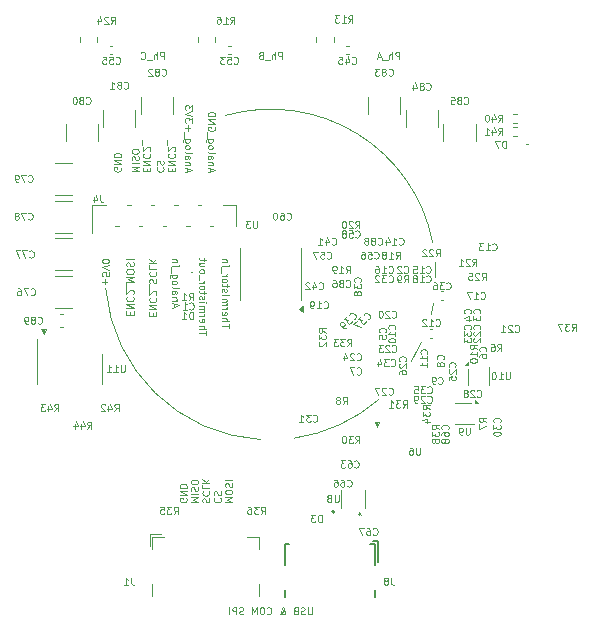
<source format=gbo>
%TF.GenerationSoftware,KiCad,Pcbnew,8.0.2-8.0.2-0~ubuntu22.04.1*%
%TF.CreationDate,2024-05-23T15:32:45+02:00*%
%TF.ProjectId,omodri_sa_laas,6f6d6f64-7269-45f7-9361-5f6c6161732e,1.0*%
%TF.SameCoordinates,Original*%
%TF.FileFunction,Legend,Bot*%
%TF.FilePolarity,Positive*%
%FSLAX46Y46*%
G04 Gerber Fmt 4.6, Leading zero omitted, Abs format (unit mm)*
G04 Created by KiCad (PCBNEW 8.0.2-8.0.2-0~ubuntu22.04.1) date 2024-05-23 15:32:45*
%MOMM*%
%LPD*%
G01*
G04 APERTURE LIST*
%ADD10C,0.120000*%
%ADD11C,0.150000*%
%ADD12C,0.210000*%
%ADD13C,0.100000*%
G04 APERTURE END LIST*
D10*
X149200914Y-133983992D02*
G75*
G02*
X136045102Y-121204739I799086J13983992D01*
G01*
X163805495Y-122434813D02*
G75*
G02*
X163600002Y-123400000I-13805595J2434813D01*
G01*
X146208064Y-106528543D02*
G75*
G02*
X163734537Y-117312777I3796236J-13464457D01*
G01*
X162799999Y-125700000D02*
G75*
G02*
X161898793Y-127399247I-12799899J5699900D01*
G01*
X159178960Y-130575758D02*
G75*
G02*
X152008519Y-133858781I-9178960J10575758D01*
G01*
X163967627Y-119002312D02*
G75*
G02*
X163999999Y-120300000I-13967627J-997688D01*
G01*
X153499999Y-148171331D02*
X153499999Y-148657045D01*
X153499999Y-148657045D02*
X153471428Y-148714188D01*
X153471428Y-148714188D02*
X153442857Y-148742760D01*
X153442857Y-148742760D02*
X153385714Y-148771331D01*
X153385714Y-148771331D02*
X153271428Y-148771331D01*
X153271428Y-148771331D02*
X153214285Y-148742760D01*
X153214285Y-148742760D02*
X153185714Y-148714188D01*
X153185714Y-148714188D02*
X153157142Y-148657045D01*
X153157142Y-148657045D02*
X153157142Y-148171331D01*
X152900000Y-148742760D02*
X152814286Y-148771331D01*
X152814286Y-148771331D02*
X152671428Y-148771331D01*
X152671428Y-148771331D02*
X152614286Y-148742760D01*
X152614286Y-148742760D02*
X152585714Y-148714188D01*
X152585714Y-148714188D02*
X152557143Y-148657045D01*
X152557143Y-148657045D02*
X152557143Y-148599902D01*
X152557143Y-148599902D02*
X152585714Y-148542760D01*
X152585714Y-148542760D02*
X152614286Y-148514188D01*
X152614286Y-148514188D02*
X152671428Y-148485617D01*
X152671428Y-148485617D02*
X152785714Y-148457045D01*
X152785714Y-148457045D02*
X152842857Y-148428474D01*
X152842857Y-148428474D02*
X152871428Y-148399902D01*
X152871428Y-148399902D02*
X152900000Y-148342760D01*
X152900000Y-148342760D02*
X152900000Y-148285617D01*
X152900000Y-148285617D02*
X152871428Y-148228474D01*
X152871428Y-148228474D02*
X152842857Y-148199902D01*
X152842857Y-148199902D02*
X152785714Y-148171331D01*
X152785714Y-148171331D02*
X152642857Y-148171331D01*
X152642857Y-148171331D02*
X152557143Y-148199902D01*
X152099999Y-148457045D02*
X152014285Y-148485617D01*
X152014285Y-148485617D02*
X151985714Y-148514188D01*
X151985714Y-148514188D02*
X151957142Y-148571331D01*
X151957142Y-148571331D02*
X151957142Y-148657045D01*
X151957142Y-148657045D02*
X151985714Y-148714188D01*
X151985714Y-148714188D02*
X152014285Y-148742760D01*
X152014285Y-148742760D02*
X152071428Y-148771331D01*
X152071428Y-148771331D02*
X152299999Y-148771331D01*
X152299999Y-148771331D02*
X152299999Y-148171331D01*
X152299999Y-148171331D02*
X152099999Y-148171331D01*
X152099999Y-148171331D02*
X152042857Y-148199902D01*
X152042857Y-148199902D02*
X152014285Y-148228474D01*
X152014285Y-148228474D02*
X151985714Y-148285617D01*
X151985714Y-148285617D02*
X151985714Y-148342760D01*
X151985714Y-148342760D02*
X152014285Y-148399902D01*
X152014285Y-148399902D02*
X152042857Y-148428474D01*
X152042857Y-148428474D02*
X152099999Y-148457045D01*
X152099999Y-148457045D02*
X152299999Y-148457045D01*
X150757142Y-148771331D02*
X150785714Y-148771331D01*
X150785714Y-148771331D02*
X150842856Y-148742760D01*
X150842856Y-148742760D02*
X150928571Y-148657045D01*
X150928571Y-148657045D02*
X151071428Y-148485617D01*
X151071428Y-148485617D02*
X151128571Y-148399902D01*
X151128571Y-148399902D02*
X151157142Y-148314188D01*
X151157142Y-148314188D02*
X151157142Y-148257045D01*
X151157142Y-148257045D02*
X151128571Y-148199902D01*
X151128571Y-148199902D02*
X151071428Y-148171331D01*
X151071428Y-148171331D02*
X151042856Y-148171331D01*
X151042856Y-148171331D02*
X150985714Y-148199902D01*
X150985714Y-148199902D02*
X150957142Y-148257045D01*
X150957142Y-148257045D02*
X150957142Y-148285617D01*
X150957142Y-148285617D02*
X150985714Y-148342760D01*
X150985714Y-148342760D02*
X151014285Y-148371331D01*
X151014285Y-148371331D02*
X151185714Y-148485617D01*
X151185714Y-148485617D02*
X151214285Y-148514188D01*
X151214285Y-148514188D02*
X151242856Y-148571331D01*
X151242856Y-148571331D02*
X151242856Y-148657045D01*
X151242856Y-148657045D02*
X151214285Y-148714188D01*
X151214285Y-148714188D02*
X151185714Y-148742760D01*
X151185714Y-148742760D02*
X151128571Y-148771331D01*
X151128571Y-148771331D02*
X151042856Y-148771331D01*
X151042856Y-148771331D02*
X150985714Y-148742760D01*
X150985714Y-148742760D02*
X150957142Y-148714188D01*
X150957142Y-148714188D02*
X150871428Y-148599902D01*
X150871428Y-148599902D02*
X150842856Y-148514188D01*
X150842856Y-148514188D02*
X150842856Y-148457045D01*
X149699999Y-148714188D02*
X149728571Y-148742760D01*
X149728571Y-148742760D02*
X149814285Y-148771331D01*
X149814285Y-148771331D02*
X149871428Y-148771331D01*
X149871428Y-148771331D02*
X149957142Y-148742760D01*
X149957142Y-148742760D02*
X150014285Y-148685617D01*
X150014285Y-148685617D02*
X150042856Y-148628474D01*
X150042856Y-148628474D02*
X150071428Y-148514188D01*
X150071428Y-148514188D02*
X150071428Y-148428474D01*
X150071428Y-148428474D02*
X150042856Y-148314188D01*
X150042856Y-148314188D02*
X150014285Y-148257045D01*
X150014285Y-148257045D02*
X149957142Y-148199902D01*
X149957142Y-148199902D02*
X149871428Y-148171331D01*
X149871428Y-148171331D02*
X149814285Y-148171331D01*
X149814285Y-148171331D02*
X149728571Y-148199902D01*
X149728571Y-148199902D02*
X149699999Y-148228474D01*
X149328571Y-148171331D02*
X149214285Y-148171331D01*
X149214285Y-148171331D02*
X149157142Y-148199902D01*
X149157142Y-148199902D02*
X149099999Y-148257045D01*
X149099999Y-148257045D02*
X149071428Y-148371331D01*
X149071428Y-148371331D02*
X149071428Y-148571331D01*
X149071428Y-148571331D02*
X149099999Y-148685617D01*
X149099999Y-148685617D02*
X149157142Y-148742760D01*
X149157142Y-148742760D02*
X149214285Y-148771331D01*
X149214285Y-148771331D02*
X149328571Y-148771331D01*
X149328571Y-148771331D02*
X149385714Y-148742760D01*
X149385714Y-148742760D02*
X149442856Y-148685617D01*
X149442856Y-148685617D02*
X149471428Y-148571331D01*
X149471428Y-148571331D02*
X149471428Y-148371331D01*
X149471428Y-148371331D02*
X149442856Y-148257045D01*
X149442856Y-148257045D02*
X149385714Y-148199902D01*
X149385714Y-148199902D02*
X149328571Y-148171331D01*
X148814285Y-148771331D02*
X148814285Y-148171331D01*
X148814285Y-148171331D02*
X148614285Y-148599902D01*
X148614285Y-148599902D02*
X148414285Y-148171331D01*
X148414285Y-148171331D02*
X148414285Y-148771331D01*
X147700000Y-148742760D02*
X147614286Y-148771331D01*
X147614286Y-148771331D02*
X147471428Y-148771331D01*
X147471428Y-148771331D02*
X147414286Y-148742760D01*
X147414286Y-148742760D02*
X147385714Y-148714188D01*
X147385714Y-148714188D02*
X147357143Y-148657045D01*
X147357143Y-148657045D02*
X147357143Y-148599902D01*
X147357143Y-148599902D02*
X147385714Y-148542760D01*
X147385714Y-148542760D02*
X147414286Y-148514188D01*
X147414286Y-148514188D02*
X147471428Y-148485617D01*
X147471428Y-148485617D02*
X147585714Y-148457045D01*
X147585714Y-148457045D02*
X147642857Y-148428474D01*
X147642857Y-148428474D02*
X147671428Y-148399902D01*
X147671428Y-148399902D02*
X147700000Y-148342760D01*
X147700000Y-148342760D02*
X147700000Y-148285617D01*
X147700000Y-148285617D02*
X147671428Y-148228474D01*
X147671428Y-148228474D02*
X147642857Y-148199902D01*
X147642857Y-148199902D02*
X147585714Y-148171331D01*
X147585714Y-148171331D02*
X147442857Y-148171331D01*
X147442857Y-148171331D02*
X147357143Y-148199902D01*
X147099999Y-148771331D02*
X147099999Y-148171331D01*
X147099999Y-148171331D02*
X146871428Y-148171331D01*
X146871428Y-148171331D02*
X146814285Y-148199902D01*
X146814285Y-148199902D02*
X146785714Y-148228474D01*
X146785714Y-148228474D02*
X146757142Y-148285617D01*
X146757142Y-148285617D02*
X146757142Y-148371331D01*
X146757142Y-148371331D02*
X146785714Y-148428474D01*
X146785714Y-148428474D02*
X146814285Y-148457045D01*
X146814285Y-148457045D02*
X146871428Y-148485617D01*
X146871428Y-148485617D02*
X147099999Y-148485617D01*
X146499999Y-148771331D02*
X146499999Y-148171331D01*
X137300097Y-110963910D02*
X137328668Y-111021053D01*
X137328668Y-111021053D02*
X137328668Y-111106767D01*
X137328668Y-111106767D02*
X137300097Y-111192481D01*
X137300097Y-111192481D02*
X137242954Y-111249624D01*
X137242954Y-111249624D02*
X137185811Y-111278195D01*
X137185811Y-111278195D02*
X137071525Y-111306767D01*
X137071525Y-111306767D02*
X136985811Y-111306767D01*
X136985811Y-111306767D02*
X136871525Y-111278195D01*
X136871525Y-111278195D02*
X136814382Y-111249624D01*
X136814382Y-111249624D02*
X136757240Y-111192481D01*
X136757240Y-111192481D02*
X136728668Y-111106767D01*
X136728668Y-111106767D02*
X136728668Y-111049624D01*
X136728668Y-111049624D02*
X136757240Y-110963910D01*
X136757240Y-110963910D02*
X136785811Y-110935338D01*
X136785811Y-110935338D02*
X136985811Y-110935338D01*
X136985811Y-110935338D02*
X136985811Y-111049624D01*
X136728668Y-110678195D02*
X137328668Y-110678195D01*
X137328668Y-110678195D02*
X136728668Y-110335338D01*
X136728668Y-110335338D02*
X137328668Y-110335338D01*
X136728668Y-110049624D02*
X137328668Y-110049624D01*
X137328668Y-110049624D02*
X137328668Y-109906767D01*
X137328668Y-109906767D02*
X137300097Y-109821053D01*
X137300097Y-109821053D02*
X137242954Y-109763910D01*
X137242954Y-109763910D02*
X137185811Y-109735339D01*
X137185811Y-109735339D02*
X137071525Y-109706767D01*
X137071525Y-109706767D02*
X136985811Y-109706767D01*
X136985811Y-109706767D02*
X136871525Y-109735339D01*
X136871525Y-109735339D02*
X136814382Y-109763910D01*
X136814382Y-109763910D02*
X136757240Y-109821053D01*
X136757240Y-109821053D02*
X136728668Y-109906767D01*
X136728668Y-109906767D02*
X136728668Y-110049624D01*
X141625937Y-111278195D02*
X141625937Y-111078195D01*
X141311651Y-110992481D02*
X141311651Y-111278195D01*
X141311651Y-111278195D02*
X141911651Y-111278195D01*
X141911651Y-111278195D02*
X141911651Y-110992481D01*
X141311651Y-110735338D02*
X141911651Y-110735338D01*
X141911651Y-110735338D02*
X141311651Y-110392481D01*
X141311651Y-110392481D02*
X141911651Y-110392481D01*
X141368794Y-109763910D02*
X141340223Y-109792482D01*
X141340223Y-109792482D02*
X141311651Y-109878196D01*
X141311651Y-109878196D02*
X141311651Y-109935339D01*
X141311651Y-109935339D02*
X141340223Y-110021053D01*
X141340223Y-110021053D02*
X141397365Y-110078196D01*
X141397365Y-110078196D02*
X141454508Y-110106767D01*
X141454508Y-110106767D02*
X141568794Y-110135339D01*
X141568794Y-110135339D02*
X141654508Y-110135339D01*
X141654508Y-110135339D02*
X141768794Y-110106767D01*
X141768794Y-110106767D02*
X141825937Y-110078196D01*
X141825937Y-110078196D02*
X141883080Y-110021053D01*
X141883080Y-110021053D02*
X141911651Y-109935339D01*
X141911651Y-109935339D02*
X141911651Y-109878196D01*
X141911651Y-109878196D02*
X141883080Y-109792482D01*
X141883080Y-109792482D02*
X141854508Y-109763910D01*
X141854508Y-109535339D02*
X141883080Y-109506767D01*
X141883080Y-109506767D02*
X141911651Y-109449625D01*
X141911651Y-109449625D02*
X141911651Y-109306767D01*
X141911651Y-109306767D02*
X141883080Y-109249625D01*
X141883080Y-109249625D02*
X141854508Y-109221053D01*
X141854508Y-109221053D02*
X141797365Y-109192482D01*
X141797365Y-109192482D02*
X141740223Y-109192482D01*
X141740223Y-109192482D02*
X141654508Y-109221053D01*
X141654508Y-109221053D02*
X141311651Y-109563910D01*
X141311651Y-109563910D02*
X141311651Y-109192482D01*
X141254508Y-109078196D02*
X141254508Y-108621053D01*
X140402828Y-110935338D02*
X140374257Y-110963910D01*
X140374257Y-110963910D02*
X140345685Y-111049624D01*
X140345685Y-111049624D02*
X140345685Y-111106767D01*
X140345685Y-111106767D02*
X140374257Y-111192481D01*
X140374257Y-111192481D02*
X140431399Y-111249624D01*
X140431399Y-111249624D02*
X140488542Y-111278195D01*
X140488542Y-111278195D02*
X140602828Y-111306767D01*
X140602828Y-111306767D02*
X140688542Y-111306767D01*
X140688542Y-111306767D02*
X140802828Y-111278195D01*
X140802828Y-111278195D02*
X140859971Y-111249624D01*
X140859971Y-111249624D02*
X140917114Y-111192481D01*
X140917114Y-111192481D02*
X140945685Y-111106767D01*
X140945685Y-111106767D02*
X140945685Y-111049624D01*
X140945685Y-111049624D02*
X140917114Y-110963910D01*
X140917114Y-110963910D02*
X140888542Y-110935338D01*
X140374257Y-110706767D02*
X140345685Y-110621053D01*
X140345685Y-110621053D02*
X140345685Y-110478195D01*
X140345685Y-110478195D02*
X140374257Y-110421053D01*
X140374257Y-110421053D02*
X140402828Y-110392481D01*
X140402828Y-110392481D02*
X140459971Y-110363910D01*
X140459971Y-110363910D02*
X140517114Y-110363910D01*
X140517114Y-110363910D02*
X140574257Y-110392481D01*
X140574257Y-110392481D02*
X140602828Y-110421053D01*
X140602828Y-110421053D02*
X140631399Y-110478195D01*
X140631399Y-110478195D02*
X140659971Y-110592481D01*
X140659971Y-110592481D02*
X140688542Y-110649624D01*
X140688542Y-110649624D02*
X140717114Y-110678195D01*
X140717114Y-110678195D02*
X140774257Y-110706767D01*
X140774257Y-110706767D02*
X140831399Y-110706767D01*
X140831399Y-110706767D02*
X140888542Y-110678195D01*
X140888542Y-110678195D02*
X140917114Y-110649624D01*
X140917114Y-110649624D02*
X140945685Y-110592481D01*
X140945685Y-110592481D02*
X140945685Y-110449624D01*
X140945685Y-110449624D02*
X140917114Y-110363910D01*
X144866063Y-111306767D02*
X144866063Y-111021053D01*
X144694634Y-111363910D02*
X145294634Y-111163910D01*
X145294634Y-111163910D02*
X144694634Y-110963910D01*
X145094634Y-110763909D02*
X144694634Y-110763909D01*
X145037491Y-110763909D02*
X145066063Y-110735338D01*
X145066063Y-110735338D02*
X145094634Y-110678195D01*
X145094634Y-110678195D02*
X145094634Y-110592481D01*
X145094634Y-110592481D02*
X145066063Y-110535338D01*
X145066063Y-110535338D02*
X145008920Y-110506767D01*
X145008920Y-110506767D02*
X144694634Y-110506767D01*
X144694634Y-109963910D02*
X145008920Y-109963910D01*
X145008920Y-109963910D02*
X145066063Y-109992481D01*
X145066063Y-109992481D02*
X145094634Y-110049624D01*
X145094634Y-110049624D02*
X145094634Y-110163910D01*
X145094634Y-110163910D02*
X145066063Y-110221052D01*
X144723206Y-109963910D02*
X144694634Y-110021052D01*
X144694634Y-110021052D02*
X144694634Y-110163910D01*
X144694634Y-110163910D02*
X144723206Y-110221052D01*
X144723206Y-110221052D02*
X144780348Y-110249624D01*
X144780348Y-110249624D02*
X144837491Y-110249624D01*
X144837491Y-110249624D02*
X144894634Y-110221052D01*
X144894634Y-110221052D02*
X144923206Y-110163910D01*
X144923206Y-110163910D02*
X144923206Y-110021052D01*
X144923206Y-110021052D02*
X144951777Y-109963910D01*
X144694634Y-109592481D02*
X144723206Y-109649624D01*
X144723206Y-109649624D02*
X144780348Y-109678195D01*
X144780348Y-109678195D02*
X145294634Y-109678195D01*
X144694634Y-109278195D02*
X144723206Y-109335338D01*
X144723206Y-109335338D02*
X144751777Y-109363909D01*
X144751777Y-109363909D02*
X144808920Y-109392481D01*
X144808920Y-109392481D02*
X144980348Y-109392481D01*
X144980348Y-109392481D02*
X145037491Y-109363909D01*
X145037491Y-109363909D02*
X145066063Y-109335338D01*
X145066063Y-109335338D02*
X145094634Y-109278195D01*
X145094634Y-109278195D02*
X145094634Y-109192481D01*
X145094634Y-109192481D02*
X145066063Y-109135338D01*
X145066063Y-109135338D02*
X145037491Y-109106767D01*
X145037491Y-109106767D02*
X144980348Y-109078195D01*
X144980348Y-109078195D02*
X144808920Y-109078195D01*
X144808920Y-109078195D02*
X144751777Y-109106767D01*
X144751777Y-109106767D02*
X144723206Y-109135338D01*
X144723206Y-109135338D02*
X144694634Y-109192481D01*
X144694634Y-109192481D02*
X144694634Y-109278195D01*
X145094634Y-108563910D02*
X144608920Y-108563910D01*
X144608920Y-108563910D02*
X144551777Y-108592481D01*
X144551777Y-108592481D02*
X144523206Y-108621052D01*
X144523206Y-108621052D02*
X144494634Y-108678195D01*
X144494634Y-108678195D02*
X144494634Y-108763910D01*
X144494634Y-108763910D02*
X144523206Y-108821052D01*
X144723206Y-108563910D02*
X144694634Y-108621052D01*
X144694634Y-108621052D02*
X144694634Y-108735338D01*
X144694634Y-108735338D02*
X144723206Y-108792481D01*
X144723206Y-108792481D02*
X144751777Y-108821052D01*
X144751777Y-108821052D02*
X144808920Y-108849624D01*
X144808920Y-108849624D02*
X144980348Y-108849624D01*
X144980348Y-108849624D02*
X145037491Y-108821052D01*
X145037491Y-108821052D02*
X145066063Y-108792481D01*
X145066063Y-108792481D02*
X145094634Y-108735338D01*
X145094634Y-108735338D02*
X145094634Y-108621052D01*
X145094634Y-108621052D02*
X145066063Y-108563910D01*
X144637491Y-108421053D02*
X144637491Y-107963910D01*
X145266063Y-107506767D02*
X145294634Y-107563910D01*
X145294634Y-107563910D02*
X145294634Y-107649624D01*
X145294634Y-107649624D02*
X145266063Y-107735338D01*
X145266063Y-107735338D02*
X145208920Y-107792481D01*
X145208920Y-107792481D02*
X145151777Y-107821052D01*
X145151777Y-107821052D02*
X145037491Y-107849624D01*
X145037491Y-107849624D02*
X144951777Y-107849624D01*
X144951777Y-107849624D02*
X144837491Y-107821052D01*
X144837491Y-107821052D02*
X144780348Y-107792481D01*
X144780348Y-107792481D02*
X144723206Y-107735338D01*
X144723206Y-107735338D02*
X144694634Y-107649624D01*
X144694634Y-107649624D02*
X144694634Y-107592481D01*
X144694634Y-107592481D02*
X144723206Y-107506767D01*
X144723206Y-107506767D02*
X144751777Y-107478195D01*
X144751777Y-107478195D02*
X144951777Y-107478195D01*
X144951777Y-107478195D02*
X144951777Y-107592481D01*
X144694634Y-107221052D02*
X145294634Y-107221052D01*
X145294634Y-107221052D02*
X144694634Y-106878195D01*
X144694634Y-106878195D02*
X145294634Y-106878195D01*
X144694634Y-106592481D02*
X145294634Y-106592481D01*
X145294634Y-106592481D02*
X145294634Y-106449624D01*
X145294634Y-106449624D02*
X145266063Y-106363910D01*
X145266063Y-106363910D02*
X145208920Y-106306767D01*
X145208920Y-106306767D02*
X145151777Y-106278196D01*
X145151777Y-106278196D02*
X145037491Y-106249624D01*
X145037491Y-106249624D02*
X144951777Y-106249624D01*
X144951777Y-106249624D02*
X144837491Y-106278196D01*
X144837491Y-106278196D02*
X144780348Y-106306767D01*
X144780348Y-106306767D02*
X144723206Y-106363910D01*
X144723206Y-106363910D02*
X144694634Y-106449624D01*
X144694634Y-106449624D02*
X144694634Y-106592481D01*
X142934131Y-111306767D02*
X142934131Y-111021053D01*
X142762702Y-111363910D02*
X143362702Y-111163910D01*
X143362702Y-111163910D02*
X142762702Y-110963910D01*
X143162702Y-110763909D02*
X142762702Y-110763909D01*
X143105559Y-110763909D02*
X143134131Y-110735338D01*
X143134131Y-110735338D02*
X143162702Y-110678195D01*
X143162702Y-110678195D02*
X143162702Y-110592481D01*
X143162702Y-110592481D02*
X143134131Y-110535338D01*
X143134131Y-110535338D02*
X143076988Y-110506767D01*
X143076988Y-110506767D02*
X142762702Y-110506767D01*
X142762702Y-109963910D02*
X143076988Y-109963910D01*
X143076988Y-109963910D02*
X143134131Y-109992481D01*
X143134131Y-109992481D02*
X143162702Y-110049624D01*
X143162702Y-110049624D02*
X143162702Y-110163910D01*
X143162702Y-110163910D02*
X143134131Y-110221052D01*
X142791274Y-109963910D02*
X142762702Y-110021052D01*
X142762702Y-110021052D02*
X142762702Y-110163910D01*
X142762702Y-110163910D02*
X142791274Y-110221052D01*
X142791274Y-110221052D02*
X142848416Y-110249624D01*
X142848416Y-110249624D02*
X142905559Y-110249624D01*
X142905559Y-110249624D02*
X142962702Y-110221052D01*
X142962702Y-110221052D02*
X142991274Y-110163910D01*
X142991274Y-110163910D02*
X142991274Y-110021052D01*
X142991274Y-110021052D02*
X143019845Y-109963910D01*
X142762702Y-109592481D02*
X142791274Y-109649624D01*
X142791274Y-109649624D02*
X142848416Y-109678195D01*
X142848416Y-109678195D02*
X143362702Y-109678195D01*
X142762702Y-109278195D02*
X142791274Y-109335338D01*
X142791274Y-109335338D02*
X142819845Y-109363909D01*
X142819845Y-109363909D02*
X142876988Y-109392481D01*
X142876988Y-109392481D02*
X143048416Y-109392481D01*
X143048416Y-109392481D02*
X143105559Y-109363909D01*
X143105559Y-109363909D02*
X143134131Y-109335338D01*
X143134131Y-109335338D02*
X143162702Y-109278195D01*
X143162702Y-109278195D02*
X143162702Y-109192481D01*
X143162702Y-109192481D02*
X143134131Y-109135338D01*
X143134131Y-109135338D02*
X143105559Y-109106767D01*
X143105559Y-109106767D02*
X143048416Y-109078195D01*
X143048416Y-109078195D02*
X142876988Y-109078195D01*
X142876988Y-109078195D02*
X142819845Y-109106767D01*
X142819845Y-109106767D02*
X142791274Y-109135338D01*
X142791274Y-109135338D02*
X142762702Y-109192481D01*
X142762702Y-109192481D02*
X142762702Y-109278195D01*
X143162702Y-108563910D02*
X142676988Y-108563910D01*
X142676988Y-108563910D02*
X142619845Y-108592481D01*
X142619845Y-108592481D02*
X142591274Y-108621052D01*
X142591274Y-108621052D02*
X142562702Y-108678195D01*
X142562702Y-108678195D02*
X142562702Y-108763910D01*
X142562702Y-108763910D02*
X142591274Y-108821052D01*
X142791274Y-108563910D02*
X142762702Y-108621052D01*
X142762702Y-108621052D02*
X142762702Y-108735338D01*
X142762702Y-108735338D02*
X142791274Y-108792481D01*
X142791274Y-108792481D02*
X142819845Y-108821052D01*
X142819845Y-108821052D02*
X142876988Y-108849624D01*
X142876988Y-108849624D02*
X143048416Y-108849624D01*
X143048416Y-108849624D02*
X143105559Y-108821052D01*
X143105559Y-108821052D02*
X143134131Y-108792481D01*
X143134131Y-108792481D02*
X143162702Y-108735338D01*
X143162702Y-108735338D02*
X143162702Y-108621052D01*
X143162702Y-108621052D02*
X143134131Y-108563910D01*
X142705559Y-108421053D02*
X142705559Y-107963910D01*
X142991274Y-107821052D02*
X142991274Y-107363910D01*
X142762702Y-107592481D02*
X143219845Y-107592481D01*
X143362702Y-107135338D02*
X143362702Y-106763910D01*
X143362702Y-106763910D02*
X143134131Y-106963910D01*
X143134131Y-106963910D02*
X143134131Y-106878195D01*
X143134131Y-106878195D02*
X143105559Y-106821053D01*
X143105559Y-106821053D02*
X143076988Y-106792481D01*
X143076988Y-106792481D02*
X143019845Y-106763910D01*
X143019845Y-106763910D02*
X142876988Y-106763910D01*
X142876988Y-106763910D02*
X142819845Y-106792481D01*
X142819845Y-106792481D02*
X142791274Y-106821053D01*
X142791274Y-106821053D02*
X142762702Y-106878195D01*
X142762702Y-106878195D02*
X142762702Y-107049624D01*
X142762702Y-107049624D02*
X142791274Y-107106767D01*
X142791274Y-107106767D02*
X142819845Y-107135338D01*
X143362702Y-106592481D02*
X142762702Y-106392481D01*
X142762702Y-106392481D02*
X143362702Y-106192481D01*
X143362702Y-106049623D02*
X143362702Y-105678195D01*
X143362702Y-105678195D02*
X143134131Y-105878195D01*
X143134131Y-105878195D02*
X143134131Y-105792480D01*
X143134131Y-105792480D02*
X143105559Y-105735338D01*
X143105559Y-105735338D02*
X143076988Y-105706766D01*
X143076988Y-105706766D02*
X143019845Y-105678195D01*
X143019845Y-105678195D02*
X142876988Y-105678195D01*
X142876988Y-105678195D02*
X142819845Y-105706766D01*
X142819845Y-105706766D02*
X142791274Y-105735338D01*
X142791274Y-105735338D02*
X142762702Y-105792480D01*
X142762702Y-105792480D02*
X142762702Y-105963909D01*
X142762702Y-105963909D02*
X142791274Y-106021052D01*
X142791274Y-106021052D02*
X142819845Y-106049623D01*
X140957142Y-101771331D02*
X140957142Y-101171331D01*
X140957142Y-101171331D02*
X140728571Y-101171331D01*
X140728571Y-101171331D02*
X140671428Y-101199902D01*
X140671428Y-101199902D02*
X140642857Y-101228474D01*
X140642857Y-101228474D02*
X140614285Y-101285617D01*
X140614285Y-101285617D02*
X140614285Y-101371331D01*
X140614285Y-101371331D02*
X140642857Y-101428474D01*
X140642857Y-101428474D02*
X140671428Y-101457045D01*
X140671428Y-101457045D02*
X140728571Y-101485617D01*
X140728571Y-101485617D02*
X140957142Y-101485617D01*
X140357142Y-101771331D02*
X140357142Y-101171331D01*
X140100000Y-101771331D02*
X140100000Y-101457045D01*
X140100000Y-101457045D02*
X140128571Y-101399902D01*
X140128571Y-101399902D02*
X140185714Y-101371331D01*
X140185714Y-101371331D02*
X140271428Y-101371331D01*
X140271428Y-101371331D02*
X140328571Y-101399902D01*
X140328571Y-101399902D02*
X140357142Y-101428474D01*
X139957143Y-101828474D02*
X139500000Y-101828474D01*
X139014285Y-101714188D02*
X139042857Y-101742760D01*
X139042857Y-101742760D02*
X139128571Y-101771331D01*
X139128571Y-101771331D02*
X139185714Y-101771331D01*
X139185714Y-101771331D02*
X139271428Y-101742760D01*
X139271428Y-101742760D02*
X139328571Y-101685617D01*
X139328571Y-101685617D02*
X139357142Y-101628474D01*
X139357142Y-101628474D02*
X139385714Y-101514188D01*
X139385714Y-101514188D02*
X139385714Y-101428474D01*
X139385714Y-101428474D02*
X139357142Y-101314188D01*
X139357142Y-101314188D02*
X139328571Y-101257045D01*
X139328571Y-101257045D02*
X139271428Y-101199902D01*
X139271428Y-101199902D02*
X139185714Y-101171331D01*
X139185714Y-101171331D02*
X139128571Y-101171331D01*
X139128571Y-101171331D02*
X139042857Y-101199902D01*
X139042857Y-101199902D02*
X139014285Y-101228474D01*
X146494634Y-124521804D02*
X146494634Y-124178947D01*
X145894634Y-124350375D02*
X146494634Y-124350375D01*
X145894634Y-123978946D02*
X146494634Y-123978946D01*
X145894634Y-123721804D02*
X146208920Y-123721804D01*
X146208920Y-123721804D02*
X146266063Y-123750375D01*
X146266063Y-123750375D02*
X146294634Y-123807518D01*
X146294634Y-123807518D02*
X146294634Y-123893232D01*
X146294634Y-123893232D02*
X146266063Y-123950375D01*
X146266063Y-123950375D02*
X146237491Y-123978946D01*
X145923206Y-123207518D02*
X145894634Y-123264661D01*
X145894634Y-123264661D02*
X145894634Y-123378947D01*
X145894634Y-123378947D02*
X145923206Y-123436089D01*
X145923206Y-123436089D02*
X145980348Y-123464661D01*
X145980348Y-123464661D02*
X146208920Y-123464661D01*
X146208920Y-123464661D02*
X146266063Y-123436089D01*
X146266063Y-123436089D02*
X146294634Y-123378947D01*
X146294634Y-123378947D02*
X146294634Y-123264661D01*
X146294634Y-123264661D02*
X146266063Y-123207518D01*
X146266063Y-123207518D02*
X146208920Y-123178947D01*
X146208920Y-123178947D02*
X146151777Y-123178947D01*
X146151777Y-123178947D02*
X146094634Y-123464661D01*
X145894634Y-122921803D02*
X146294634Y-122921803D01*
X146180348Y-122921803D02*
X146237491Y-122893232D01*
X146237491Y-122893232D02*
X146266063Y-122864661D01*
X146266063Y-122864661D02*
X146294634Y-122807518D01*
X146294634Y-122807518D02*
X146294634Y-122750375D01*
X145894634Y-122550374D02*
X146294634Y-122550374D01*
X146237491Y-122550374D02*
X146266063Y-122521803D01*
X146266063Y-122521803D02*
X146294634Y-122464660D01*
X146294634Y-122464660D02*
X146294634Y-122378946D01*
X146294634Y-122378946D02*
X146266063Y-122321803D01*
X146266063Y-122321803D02*
X146208920Y-122293232D01*
X146208920Y-122293232D02*
X145894634Y-122293232D01*
X146208920Y-122293232D02*
X146266063Y-122264660D01*
X146266063Y-122264660D02*
X146294634Y-122207517D01*
X146294634Y-122207517D02*
X146294634Y-122121803D01*
X146294634Y-122121803D02*
X146266063Y-122064660D01*
X146266063Y-122064660D02*
X146208920Y-122036089D01*
X146208920Y-122036089D02*
X145894634Y-122036089D01*
X145894634Y-121750374D02*
X146294634Y-121750374D01*
X146494634Y-121750374D02*
X146466063Y-121778946D01*
X146466063Y-121778946D02*
X146437491Y-121750374D01*
X146437491Y-121750374D02*
X146466063Y-121721803D01*
X146466063Y-121721803D02*
X146494634Y-121750374D01*
X146494634Y-121750374D02*
X146437491Y-121750374D01*
X145923206Y-121493232D02*
X145894634Y-121436089D01*
X145894634Y-121436089D02*
X145894634Y-121321803D01*
X145894634Y-121321803D02*
X145923206Y-121264660D01*
X145923206Y-121264660D02*
X145980348Y-121236089D01*
X145980348Y-121236089D02*
X146008920Y-121236089D01*
X146008920Y-121236089D02*
X146066063Y-121264660D01*
X146066063Y-121264660D02*
X146094634Y-121321803D01*
X146094634Y-121321803D02*
X146094634Y-121407518D01*
X146094634Y-121407518D02*
X146123206Y-121464660D01*
X146123206Y-121464660D02*
X146180348Y-121493232D01*
X146180348Y-121493232D02*
X146208920Y-121493232D01*
X146208920Y-121493232D02*
X146266063Y-121464660D01*
X146266063Y-121464660D02*
X146294634Y-121407518D01*
X146294634Y-121407518D02*
X146294634Y-121321803D01*
X146294634Y-121321803D02*
X146266063Y-121264660D01*
X146294634Y-121064661D02*
X146294634Y-120836089D01*
X146494634Y-120978946D02*
X145980348Y-120978946D01*
X145980348Y-120978946D02*
X145923206Y-120950375D01*
X145923206Y-120950375D02*
X145894634Y-120893232D01*
X145894634Y-120893232D02*
X145894634Y-120836089D01*
X145894634Y-120550375D02*
X145923206Y-120607518D01*
X145923206Y-120607518D02*
X145951777Y-120636089D01*
X145951777Y-120636089D02*
X146008920Y-120664661D01*
X146008920Y-120664661D02*
X146180348Y-120664661D01*
X146180348Y-120664661D02*
X146237491Y-120636089D01*
X146237491Y-120636089D02*
X146266063Y-120607518D01*
X146266063Y-120607518D02*
X146294634Y-120550375D01*
X146294634Y-120550375D02*
X146294634Y-120464661D01*
X146294634Y-120464661D02*
X146266063Y-120407518D01*
X146266063Y-120407518D02*
X146237491Y-120378947D01*
X146237491Y-120378947D02*
X146180348Y-120350375D01*
X146180348Y-120350375D02*
X146008920Y-120350375D01*
X146008920Y-120350375D02*
X145951777Y-120378947D01*
X145951777Y-120378947D02*
X145923206Y-120407518D01*
X145923206Y-120407518D02*
X145894634Y-120464661D01*
X145894634Y-120464661D02*
X145894634Y-120550375D01*
X145894634Y-120093232D02*
X146294634Y-120093232D01*
X146180348Y-120093232D02*
X146237491Y-120064661D01*
X146237491Y-120064661D02*
X146266063Y-120036090D01*
X146266063Y-120036090D02*
X146294634Y-119978947D01*
X146294634Y-119978947D02*
X146294634Y-119921804D01*
X145837491Y-119864661D02*
X145837491Y-119407518D01*
X145894634Y-119264660D02*
X146294634Y-119264660D01*
X146494634Y-119264660D02*
X146466063Y-119293232D01*
X146466063Y-119293232D02*
X146437491Y-119264660D01*
X146437491Y-119264660D02*
X146466063Y-119236089D01*
X146466063Y-119236089D02*
X146494634Y-119264660D01*
X146494634Y-119264660D02*
X146437491Y-119264660D01*
X146294634Y-118978946D02*
X145894634Y-118978946D01*
X146237491Y-118978946D02*
X146266063Y-118950375D01*
X146266063Y-118950375D02*
X146294634Y-118893232D01*
X146294634Y-118893232D02*
X146294634Y-118807518D01*
X146294634Y-118807518D02*
X146266063Y-118750375D01*
X146266063Y-118750375D02*
X146208920Y-118721804D01*
X146208920Y-118721804D02*
X145894634Y-118721804D01*
X144562702Y-125121804D02*
X144562702Y-124778947D01*
X143962702Y-124950375D02*
X144562702Y-124950375D01*
X143962702Y-124578946D02*
X144562702Y-124578946D01*
X143962702Y-124321804D02*
X144276988Y-124321804D01*
X144276988Y-124321804D02*
X144334131Y-124350375D01*
X144334131Y-124350375D02*
X144362702Y-124407518D01*
X144362702Y-124407518D02*
X144362702Y-124493232D01*
X144362702Y-124493232D02*
X144334131Y-124550375D01*
X144334131Y-124550375D02*
X144305559Y-124578946D01*
X143991274Y-123807518D02*
X143962702Y-123864661D01*
X143962702Y-123864661D02*
X143962702Y-123978947D01*
X143962702Y-123978947D02*
X143991274Y-124036089D01*
X143991274Y-124036089D02*
X144048416Y-124064661D01*
X144048416Y-124064661D02*
X144276988Y-124064661D01*
X144276988Y-124064661D02*
X144334131Y-124036089D01*
X144334131Y-124036089D02*
X144362702Y-123978947D01*
X144362702Y-123978947D02*
X144362702Y-123864661D01*
X144362702Y-123864661D02*
X144334131Y-123807518D01*
X144334131Y-123807518D02*
X144276988Y-123778947D01*
X144276988Y-123778947D02*
X144219845Y-123778947D01*
X144219845Y-123778947D02*
X144162702Y-124064661D01*
X143962702Y-123521803D02*
X144362702Y-123521803D01*
X144248416Y-123521803D02*
X144305559Y-123493232D01*
X144305559Y-123493232D02*
X144334131Y-123464661D01*
X144334131Y-123464661D02*
X144362702Y-123407518D01*
X144362702Y-123407518D02*
X144362702Y-123350375D01*
X143962702Y-123150374D02*
X144362702Y-123150374D01*
X144305559Y-123150374D02*
X144334131Y-123121803D01*
X144334131Y-123121803D02*
X144362702Y-123064660D01*
X144362702Y-123064660D02*
X144362702Y-122978946D01*
X144362702Y-122978946D02*
X144334131Y-122921803D01*
X144334131Y-122921803D02*
X144276988Y-122893232D01*
X144276988Y-122893232D02*
X143962702Y-122893232D01*
X144276988Y-122893232D02*
X144334131Y-122864660D01*
X144334131Y-122864660D02*
X144362702Y-122807517D01*
X144362702Y-122807517D02*
X144362702Y-122721803D01*
X144362702Y-122721803D02*
X144334131Y-122664660D01*
X144334131Y-122664660D02*
X144276988Y-122636089D01*
X144276988Y-122636089D02*
X143962702Y-122636089D01*
X143962702Y-122350374D02*
X144362702Y-122350374D01*
X144562702Y-122350374D02*
X144534131Y-122378946D01*
X144534131Y-122378946D02*
X144505559Y-122350374D01*
X144505559Y-122350374D02*
X144534131Y-122321803D01*
X144534131Y-122321803D02*
X144562702Y-122350374D01*
X144562702Y-122350374D02*
X144505559Y-122350374D01*
X143991274Y-122093232D02*
X143962702Y-122036089D01*
X143962702Y-122036089D02*
X143962702Y-121921803D01*
X143962702Y-121921803D02*
X143991274Y-121864660D01*
X143991274Y-121864660D02*
X144048416Y-121836089D01*
X144048416Y-121836089D02*
X144076988Y-121836089D01*
X144076988Y-121836089D02*
X144134131Y-121864660D01*
X144134131Y-121864660D02*
X144162702Y-121921803D01*
X144162702Y-121921803D02*
X144162702Y-122007518D01*
X144162702Y-122007518D02*
X144191274Y-122064660D01*
X144191274Y-122064660D02*
X144248416Y-122093232D01*
X144248416Y-122093232D02*
X144276988Y-122093232D01*
X144276988Y-122093232D02*
X144334131Y-122064660D01*
X144334131Y-122064660D02*
X144362702Y-122007518D01*
X144362702Y-122007518D02*
X144362702Y-121921803D01*
X144362702Y-121921803D02*
X144334131Y-121864660D01*
X144362702Y-121664661D02*
X144362702Y-121436089D01*
X144562702Y-121578946D02*
X144048416Y-121578946D01*
X144048416Y-121578946D02*
X143991274Y-121550375D01*
X143991274Y-121550375D02*
X143962702Y-121493232D01*
X143962702Y-121493232D02*
X143962702Y-121436089D01*
X143962702Y-121150375D02*
X143991274Y-121207518D01*
X143991274Y-121207518D02*
X144019845Y-121236089D01*
X144019845Y-121236089D02*
X144076988Y-121264661D01*
X144076988Y-121264661D02*
X144248416Y-121264661D01*
X144248416Y-121264661D02*
X144305559Y-121236089D01*
X144305559Y-121236089D02*
X144334131Y-121207518D01*
X144334131Y-121207518D02*
X144362702Y-121150375D01*
X144362702Y-121150375D02*
X144362702Y-121064661D01*
X144362702Y-121064661D02*
X144334131Y-121007518D01*
X144334131Y-121007518D02*
X144305559Y-120978947D01*
X144305559Y-120978947D02*
X144248416Y-120950375D01*
X144248416Y-120950375D02*
X144076988Y-120950375D01*
X144076988Y-120950375D02*
X144019845Y-120978947D01*
X144019845Y-120978947D02*
X143991274Y-121007518D01*
X143991274Y-121007518D02*
X143962702Y-121064661D01*
X143962702Y-121064661D02*
X143962702Y-121150375D01*
X143962702Y-120693232D02*
X144362702Y-120693232D01*
X144248416Y-120693232D02*
X144305559Y-120664661D01*
X144305559Y-120664661D02*
X144334131Y-120636090D01*
X144334131Y-120636090D02*
X144362702Y-120578947D01*
X144362702Y-120578947D02*
X144362702Y-120521804D01*
X143905559Y-120464661D02*
X143905559Y-120007518D01*
X143962702Y-119778946D02*
X143991274Y-119836089D01*
X143991274Y-119836089D02*
X144019845Y-119864660D01*
X144019845Y-119864660D02*
X144076988Y-119893232D01*
X144076988Y-119893232D02*
X144248416Y-119893232D01*
X144248416Y-119893232D02*
X144305559Y-119864660D01*
X144305559Y-119864660D02*
X144334131Y-119836089D01*
X144334131Y-119836089D02*
X144362702Y-119778946D01*
X144362702Y-119778946D02*
X144362702Y-119693232D01*
X144362702Y-119693232D02*
X144334131Y-119636089D01*
X144334131Y-119636089D02*
X144305559Y-119607518D01*
X144305559Y-119607518D02*
X144248416Y-119578946D01*
X144248416Y-119578946D02*
X144076988Y-119578946D01*
X144076988Y-119578946D02*
X144019845Y-119607518D01*
X144019845Y-119607518D02*
X143991274Y-119636089D01*
X143991274Y-119636089D02*
X143962702Y-119693232D01*
X143962702Y-119693232D02*
X143962702Y-119778946D01*
X144362702Y-119064661D02*
X143962702Y-119064661D01*
X144362702Y-119321803D02*
X144048416Y-119321803D01*
X144048416Y-119321803D02*
X143991274Y-119293232D01*
X143991274Y-119293232D02*
X143962702Y-119236089D01*
X143962702Y-119236089D02*
X143962702Y-119150375D01*
X143962702Y-119150375D02*
X143991274Y-119093232D01*
X143991274Y-119093232D02*
X144019845Y-119064661D01*
X144362702Y-118864661D02*
X144362702Y-118636089D01*
X144562702Y-118778946D02*
X144048416Y-118778946D01*
X144048416Y-118778946D02*
X143991274Y-118750375D01*
X143991274Y-118750375D02*
X143962702Y-118693232D01*
X143962702Y-118693232D02*
X143962702Y-118636089D01*
X135957240Y-120836090D02*
X135957240Y-120378948D01*
X135728668Y-120607519D02*
X136185811Y-120607519D01*
X136328668Y-119807519D02*
X136328668Y-120093233D01*
X136328668Y-120093233D02*
X136042954Y-120121805D01*
X136042954Y-120121805D02*
X136071525Y-120093233D01*
X136071525Y-120093233D02*
X136100097Y-120036091D01*
X136100097Y-120036091D02*
X136100097Y-119893233D01*
X136100097Y-119893233D02*
X136071525Y-119836091D01*
X136071525Y-119836091D02*
X136042954Y-119807519D01*
X136042954Y-119807519D02*
X135985811Y-119778948D01*
X135985811Y-119778948D02*
X135842954Y-119778948D01*
X135842954Y-119778948D02*
X135785811Y-119807519D01*
X135785811Y-119807519D02*
X135757240Y-119836091D01*
X135757240Y-119836091D02*
X135728668Y-119893233D01*
X135728668Y-119893233D02*
X135728668Y-120036091D01*
X135728668Y-120036091D02*
X135757240Y-120093233D01*
X135757240Y-120093233D02*
X135785811Y-120121805D01*
X136328668Y-119607519D02*
X135728668Y-119407519D01*
X135728668Y-119407519D02*
X136328668Y-119207519D01*
X136328668Y-118893233D02*
X136328668Y-118836090D01*
X136328668Y-118836090D02*
X136300097Y-118778947D01*
X136300097Y-118778947D02*
X136271525Y-118750376D01*
X136271525Y-118750376D02*
X136214382Y-118721804D01*
X136214382Y-118721804D02*
X136100097Y-118693233D01*
X136100097Y-118693233D02*
X135957240Y-118693233D01*
X135957240Y-118693233D02*
X135842954Y-118721804D01*
X135842954Y-118721804D02*
X135785811Y-118750376D01*
X135785811Y-118750376D02*
X135757240Y-118778947D01*
X135757240Y-118778947D02*
X135728668Y-118836090D01*
X135728668Y-118836090D02*
X135728668Y-118893233D01*
X135728668Y-118893233D02*
X135757240Y-118950376D01*
X135757240Y-118950376D02*
X135785811Y-118978947D01*
X135785811Y-118978947D02*
X135842954Y-119007518D01*
X135842954Y-119007518D02*
X135957240Y-119036090D01*
X135957240Y-119036090D02*
X136100097Y-119036090D01*
X136100097Y-119036090D02*
X136214382Y-119007518D01*
X136214382Y-119007518D02*
X136271525Y-118978947D01*
X136271525Y-118978947D02*
X136300097Y-118950376D01*
X136300097Y-118950376D02*
X136328668Y-118893233D01*
X141832029Y-122750375D02*
X141832029Y-122464661D01*
X141660600Y-122807518D02*
X142260600Y-122607518D01*
X142260600Y-122607518D02*
X141660600Y-122407518D01*
X142060600Y-122207517D02*
X141660600Y-122207517D01*
X142003457Y-122207517D02*
X142032029Y-122178946D01*
X142032029Y-122178946D02*
X142060600Y-122121803D01*
X142060600Y-122121803D02*
X142060600Y-122036089D01*
X142060600Y-122036089D02*
X142032029Y-121978946D01*
X142032029Y-121978946D02*
X141974886Y-121950375D01*
X141974886Y-121950375D02*
X141660600Y-121950375D01*
X141660600Y-121407518D02*
X141974886Y-121407518D01*
X141974886Y-121407518D02*
X142032029Y-121436089D01*
X142032029Y-121436089D02*
X142060600Y-121493232D01*
X142060600Y-121493232D02*
X142060600Y-121607518D01*
X142060600Y-121607518D02*
X142032029Y-121664660D01*
X141689172Y-121407518D02*
X141660600Y-121464660D01*
X141660600Y-121464660D02*
X141660600Y-121607518D01*
X141660600Y-121607518D02*
X141689172Y-121664660D01*
X141689172Y-121664660D02*
X141746314Y-121693232D01*
X141746314Y-121693232D02*
X141803457Y-121693232D01*
X141803457Y-121693232D02*
X141860600Y-121664660D01*
X141860600Y-121664660D02*
X141889172Y-121607518D01*
X141889172Y-121607518D02*
X141889172Y-121464660D01*
X141889172Y-121464660D02*
X141917743Y-121407518D01*
X141660600Y-121036089D02*
X141689172Y-121093232D01*
X141689172Y-121093232D02*
X141746314Y-121121803D01*
X141746314Y-121121803D02*
X142260600Y-121121803D01*
X141660600Y-120721803D02*
X141689172Y-120778946D01*
X141689172Y-120778946D02*
X141717743Y-120807517D01*
X141717743Y-120807517D02*
X141774886Y-120836089D01*
X141774886Y-120836089D02*
X141946314Y-120836089D01*
X141946314Y-120836089D02*
X142003457Y-120807517D01*
X142003457Y-120807517D02*
X142032029Y-120778946D01*
X142032029Y-120778946D02*
X142060600Y-120721803D01*
X142060600Y-120721803D02*
X142060600Y-120636089D01*
X142060600Y-120636089D02*
X142032029Y-120578946D01*
X142032029Y-120578946D02*
X142003457Y-120550375D01*
X142003457Y-120550375D02*
X141946314Y-120521803D01*
X141946314Y-120521803D02*
X141774886Y-120521803D01*
X141774886Y-120521803D02*
X141717743Y-120550375D01*
X141717743Y-120550375D02*
X141689172Y-120578946D01*
X141689172Y-120578946D02*
X141660600Y-120636089D01*
X141660600Y-120636089D02*
X141660600Y-120721803D01*
X142060600Y-120007518D02*
X141574886Y-120007518D01*
X141574886Y-120007518D02*
X141517743Y-120036089D01*
X141517743Y-120036089D02*
X141489172Y-120064660D01*
X141489172Y-120064660D02*
X141460600Y-120121803D01*
X141460600Y-120121803D02*
X141460600Y-120207518D01*
X141460600Y-120207518D02*
X141489172Y-120264660D01*
X141689172Y-120007518D02*
X141660600Y-120064660D01*
X141660600Y-120064660D02*
X141660600Y-120178946D01*
X141660600Y-120178946D02*
X141689172Y-120236089D01*
X141689172Y-120236089D02*
X141717743Y-120264660D01*
X141717743Y-120264660D02*
X141774886Y-120293232D01*
X141774886Y-120293232D02*
X141946314Y-120293232D01*
X141946314Y-120293232D02*
X142003457Y-120264660D01*
X142003457Y-120264660D02*
X142032029Y-120236089D01*
X142032029Y-120236089D02*
X142060600Y-120178946D01*
X142060600Y-120178946D02*
X142060600Y-120064660D01*
X142060600Y-120064660D02*
X142032029Y-120007518D01*
X141603457Y-119864661D02*
X141603457Y-119407518D01*
X141660600Y-119264660D02*
X142060600Y-119264660D01*
X142260600Y-119264660D02*
X142232029Y-119293232D01*
X142232029Y-119293232D02*
X142203457Y-119264660D01*
X142203457Y-119264660D02*
X142232029Y-119236089D01*
X142232029Y-119236089D02*
X142260600Y-119264660D01*
X142260600Y-119264660D02*
X142203457Y-119264660D01*
X142060600Y-118978946D02*
X141660600Y-118978946D01*
X142003457Y-118978946D02*
X142032029Y-118950375D01*
X142032029Y-118950375D02*
X142060600Y-118893232D01*
X142060600Y-118893232D02*
X142060600Y-118807518D01*
X142060600Y-118807518D02*
X142032029Y-118750375D01*
X142032029Y-118750375D02*
X141974886Y-118721804D01*
X141974886Y-118721804D02*
X141660600Y-118721804D01*
X140042954Y-123493232D02*
X140042954Y-123293232D01*
X139728668Y-123207518D02*
X139728668Y-123493232D01*
X139728668Y-123493232D02*
X140328668Y-123493232D01*
X140328668Y-123493232D02*
X140328668Y-123207518D01*
X139728668Y-122950375D02*
X140328668Y-122950375D01*
X140328668Y-122950375D02*
X139728668Y-122607518D01*
X139728668Y-122607518D02*
X140328668Y-122607518D01*
X139785811Y-121978947D02*
X139757240Y-122007519D01*
X139757240Y-122007519D02*
X139728668Y-122093233D01*
X139728668Y-122093233D02*
X139728668Y-122150376D01*
X139728668Y-122150376D02*
X139757240Y-122236090D01*
X139757240Y-122236090D02*
X139814382Y-122293233D01*
X139814382Y-122293233D02*
X139871525Y-122321804D01*
X139871525Y-122321804D02*
X139985811Y-122350376D01*
X139985811Y-122350376D02*
X140071525Y-122350376D01*
X140071525Y-122350376D02*
X140185811Y-122321804D01*
X140185811Y-122321804D02*
X140242954Y-122293233D01*
X140242954Y-122293233D02*
X140300097Y-122236090D01*
X140300097Y-122236090D02*
X140328668Y-122150376D01*
X140328668Y-122150376D02*
X140328668Y-122093233D01*
X140328668Y-122093233D02*
X140300097Y-122007519D01*
X140300097Y-122007519D02*
X140271525Y-121978947D01*
X140271525Y-121750376D02*
X140300097Y-121721804D01*
X140300097Y-121721804D02*
X140328668Y-121664662D01*
X140328668Y-121664662D02*
X140328668Y-121521804D01*
X140328668Y-121521804D02*
X140300097Y-121464662D01*
X140300097Y-121464662D02*
X140271525Y-121436090D01*
X140271525Y-121436090D02*
X140214382Y-121407519D01*
X140214382Y-121407519D02*
X140157240Y-121407519D01*
X140157240Y-121407519D02*
X140071525Y-121436090D01*
X140071525Y-121436090D02*
X139728668Y-121778947D01*
X139728668Y-121778947D02*
X139728668Y-121407519D01*
X139671525Y-121293233D02*
X139671525Y-120836090D01*
X139757240Y-120721804D02*
X139728668Y-120636090D01*
X139728668Y-120636090D02*
X139728668Y-120493232D01*
X139728668Y-120493232D02*
X139757240Y-120436090D01*
X139757240Y-120436090D02*
X139785811Y-120407518D01*
X139785811Y-120407518D02*
X139842954Y-120378947D01*
X139842954Y-120378947D02*
X139900097Y-120378947D01*
X139900097Y-120378947D02*
X139957240Y-120407518D01*
X139957240Y-120407518D02*
X139985811Y-120436090D01*
X139985811Y-120436090D02*
X140014382Y-120493232D01*
X140014382Y-120493232D02*
X140042954Y-120607518D01*
X140042954Y-120607518D02*
X140071525Y-120664661D01*
X140071525Y-120664661D02*
X140100097Y-120693232D01*
X140100097Y-120693232D02*
X140157240Y-120721804D01*
X140157240Y-120721804D02*
X140214382Y-120721804D01*
X140214382Y-120721804D02*
X140271525Y-120693232D01*
X140271525Y-120693232D02*
X140300097Y-120664661D01*
X140300097Y-120664661D02*
X140328668Y-120607518D01*
X140328668Y-120607518D02*
X140328668Y-120464661D01*
X140328668Y-120464661D02*
X140300097Y-120378947D01*
X139785811Y-119778946D02*
X139757240Y-119807518D01*
X139757240Y-119807518D02*
X139728668Y-119893232D01*
X139728668Y-119893232D02*
X139728668Y-119950375D01*
X139728668Y-119950375D02*
X139757240Y-120036089D01*
X139757240Y-120036089D02*
X139814382Y-120093232D01*
X139814382Y-120093232D02*
X139871525Y-120121803D01*
X139871525Y-120121803D02*
X139985811Y-120150375D01*
X139985811Y-120150375D02*
X140071525Y-120150375D01*
X140071525Y-120150375D02*
X140185811Y-120121803D01*
X140185811Y-120121803D02*
X140242954Y-120093232D01*
X140242954Y-120093232D02*
X140300097Y-120036089D01*
X140300097Y-120036089D02*
X140328668Y-119950375D01*
X140328668Y-119950375D02*
X140328668Y-119893232D01*
X140328668Y-119893232D02*
X140300097Y-119807518D01*
X140300097Y-119807518D02*
X140271525Y-119778946D01*
X139728668Y-119236089D02*
X139728668Y-119521803D01*
X139728668Y-119521803D02*
X140328668Y-119521803D01*
X139728668Y-119036089D02*
X140328668Y-119036089D01*
X139728668Y-118693232D02*
X140071525Y-118950375D01*
X140328668Y-118693232D02*
X139985811Y-119036089D01*
X138111022Y-123407517D02*
X138111022Y-123207517D01*
X137796736Y-123121803D02*
X137796736Y-123407517D01*
X137796736Y-123407517D02*
X138396736Y-123407517D01*
X138396736Y-123407517D02*
X138396736Y-123121803D01*
X137796736Y-122864660D02*
X138396736Y-122864660D01*
X138396736Y-122864660D02*
X137796736Y-122521803D01*
X137796736Y-122521803D02*
X138396736Y-122521803D01*
X137853879Y-121893232D02*
X137825308Y-121921804D01*
X137825308Y-121921804D02*
X137796736Y-122007518D01*
X137796736Y-122007518D02*
X137796736Y-122064661D01*
X137796736Y-122064661D02*
X137825308Y-122150375D01*
X137825308Y-122150375D02*
X137882450Y-122207518D01*
X137882450Y-122207518D02*
X137939593Y-122236089D01*
X137939593Y-122236089D02*
X138053879Y-122264661D01*
X138053879Y-122264661D02*
X138139593Y-122264661D01*
X138139593Y-122264661D02*
X138253879Y-122236089D01*
X138253879Y-122236089D02*
X138311022Y-122207518D01*
X138311022Y-122207518D02*
X138368165Y-122150375D01*
X138368165Y-122150375D02*
X138396736Y-122064661D01*
X138396736Y-122064661D02*
X138396736Y-122007518D01*
X138396736Y-122007518D02*
X138368165Y-121921804D01*
X138368165Y-121921804D02*
X138339593Y-121893232D01*
X138339593Y-121664661D02*
X138368165Y-121636089D01*
X138368165Y-121636089D02*
X138396736Y-121578947D01*
X138396736Y-121578947D02*
X138396736Y-121436089D01*
X138396736Y-121436089D02*
X138368165Y-121378947D01*
X138368165Y-121378947D02*
X138339593Y-121350375D01*
X138339593Y-121350375D02*
X138282450Y-121321804D01*
X138282450Y-121321804D02*
X138225308Y-121321804D01*
X138225308Y-121321804D02*
X138139593Y-121350375D01*
X138139593Y-121350375D02*
X137796736Y-121693232D01*
X137796736Y-121693232D02*
X137796736Y-121321804D01*
X137739593Y-121207518D02*
X137739593Y-120750375D01*
X137796736Y-120607517D02*
X138396736Y-120607517D01*
X138396736Y-120607517D02*
X137968165Y-120407517D01*
X137968165Y-120407517D02*
X138396736Y-120207517D01*
X138396736Y-120207517D02*
X137796736Y-120207517D01*
X138396736Y-119807518D02*
X138396736Y-119693232D01*
X138396736Y-119693232D02*
X138368165Y-119636089D01*
X138368165Y-119636089D02*
X138311022Y-119578946D01*
X138311022Y-119578946D02*
X138196736Y-119550375D01*
X138196736Y-119550375D02*
X137996736Y-119550375D01*
X137996736Y-119550375D02*
X137882450Y-119578946D01*
X137882450Y-119578946D02*
X137825308Y-119636089D01*
X137825308Y-119636089D02*
X137796736Y-119693232D01*
X137796736Y-119693232D02*
X137796736Y-119807518D01*
X137796736Y-119807518D02*
X137825308Y-119864661D01*
X137825308Y-119864661D02*
X137882450Y-119921803D01*
X137882450Y-119921803D02*
X137996736Y-119950375D01*
X137996736Y-119950375D02*
X138196736Y-119950375D01*
X138196736Y-119950375D02*
X138311022Y-119921803D01*
X138311022Y-119921803D02*
X138368165Y-119864661D01*
X138368165Y-119864661D02*
X138396736Y-119807518D01*
X137825308Y-119321804D02*
X137796736Y-119236090D01*
X137796736Y-119236090D02*
X137796736Y-119093232D01*
X137796736Y-119093232D02*
X137825308Y-119036090D01*
X137825308Y-119036090D02*
X137853879Y-119007518D01*
X137853879Y-119007518D02*
X137911022Y-118978947D01*
X137911022Y-118978947D02*
X137968165Y-118978947D01*
X137968165Y-118978947D02*
X138025308Y-119007518D01*
X138025308Y-119007518D02*
X138053879Y-119036090D01*
X138053879Y-119036090D02*
X138082450Y-119093232D01*
X138082450Y-119093232D02*
X138111022Y-119207518D01*
X138111022Y-119207518D02*
X138139593Y-119264661D01*
X138139593Y-119264661D02*
X138168165Y-119293232D01*
X138168165Y-119293232D02*
X138225308Y-119321804D01*
X138225308Y-119321804D02*
X138282450Y-119321804D01*
X138282450Y-119321804D02*
X138339593Y-119293232D01*
X138339593Y-119293232D02*
X138368165Y-119264661D01*
X138368165Y-119264661D02*
X138396736Y-119207518D01*
X138396736Y-119207518D02*
X138396736Y-119064661D01*
X138396736Y-119064661D02*
X138368165Y-118978947D01*
X137796736Y-118721803D02*
X138396736Y-118721803D01*
X160914285Y-101771331D02*
X160914285Y-101171331D01*
X160914285Y-101171331D02*
X160685714Y-101171331D01*
X160685714Y-101171331D02*
X160628571Y-101199902D01*
X160628571Y-101199902D02*
X160600000Y-101228474D01*
X160600000Y-101228474D02*
X160571428Y-101285617D01*
X160571428Y-101285617D02*
X160571428Y-101371331D01*
X160571428Y-101371331D02*
X160600000Y-101428474D01*
X160600000Y-101428474D02*
X160628571Y-101457045D01*
X160628571Y-101457045D02*
X160685714Y-101485617D01*
X160685714Y-101485617D02*
X160914285Y-101485617D01*
X160314285Y-101771331D02*
X160314285Y-101171331D01*
X160057143Y-101771331D02*
X160057143Y-101457045D01*
X160057143Y-101457045D02*
X160085714Y-101399902D01*
X160085714Y-101399902D02*
X160142857Y-101371331D01*
X160142857Y-101371331D02*
X160228571Y-101371331D01*
X160228571Y-101371331D02*
X160285714Y-101399902D01*
X160285714Y-101399902D02*
X160314285Y-101428474D01*
X159914286Y-101828474D02*
X159457143Y-101828474D01*
X159342857Y-101599902D02*
X159057143Y-101599902D01*
X159400000Y-101771331D02*
X159200000Y-101171331D01*
X159200000Y-101171331D02*
X159000000Y-101771331D01*
X139525937Y-111278195D02*
X139525937Y-111078195D01*
X139211651Y-110992481D02*
X139211651Y-111278195D01*
X139211651Y-111278195D02*
X139811651Y-111278195D01*
X139811651Y-111278195D02*
X139811651Y-110992481D01*
X139211651Y-110735338D02*
X139811651Y-110735338D01*
X139811651Y-110735338D02*
X139211651Y-110392481D01*
X139211651Y-110392481D02*
X139811651Y-110392481D01*
X139268794Y-109763910D02*
X139240223Y-109792482D01*
X139240223Y-109792482D02*
X139211651Y-109878196D01*
X139211651Y-109878196D02*
X139211651Y-109935339D01*
X139211651Y-109935339D02*
X139240223Y-110021053D01*
X139240223Y-110021053D02*
X139297365Y-110078196D01*
X139297365Y-110078196D02*
X139354508Y-110106767D01*
X139354508Y-110106767D02*
X139468794Y-110135339D01*
X139468794Y-110135339D02*
X139554508Y-110135339D01*
X139554508Y-110135339D02*
X139668794Y-110106767D01*
X139668794Y-110106767D02*
X139725937Y-110078196D01*
X139725937Y-110078196D02*
X139783080Y-110021053D01*
X139783080Y-110021053D02*
X139811651Y-109935339D01*
X139811651Y-109935339D02*
X139811651Y-109878196D01*
X139811651Y-109878196D02*
X139783080Y-109792482D01*
X139783080Y-109792482D02*
X139754508Y-109763910D01*
X139754508Y-109535339D02*
X139783080Y-109506767D01*
X139783080Y-109506767D02*
X139811651Y-109449625D01*
X139811651Y-109449625D02*
X139811651Y-109306767D01*
X139811651Y-109306767D02*
X139783080Y-109249625D01*
X139783080Y-109249625D02*
X139754508Y-109221053D01*
X139754508Y-109221053D02*
X139697365Y-109192482D01*
X139697365Y-109192482D02*
X139640223Y-109192482D01*
X139640223Y-109192482D02*
X139554508Y-109221053D01*
X139554508Y-109221053D02*
X139211651Y-109563910D01*
X139211651Y-109563910D02*
X139211651Y-109192482D01*
X139154508Y-109078196D02*
X139154508Y-108621053D01*
X138245685Y-111278195D02*
X138845685Y-111278195D01*
X138845685Y-111278195D02*
X138417114Y-111078195D01*
X138417114Y-111078195D02*
X138845685Y-110878195D01*
X138845685Y-110878195D02*
X138245685Y-110878195D01*
X138245685Y-110592481D02*
X138845685Y-110592481D01*
X138274257Y-110335339D02*
X138245685Y-110249625D01*
X138245685Y-110249625D02*
X138245685Y-110106767D01*
X138245685Y-110106767D02*
X138274257Y-110049625D01*
X138274257Y-110049625D02*
X138302828Y-110021053D01*
X138302828Y-110021053D02*
X138359971Y-109992482D01*
X138359971Y-109992482D02*
X138417114Y-109992482D01*
X138417114Y-109992482D02*
X138474257Y-110021053D01*
X138474257Y-110021053D02*
X138502828Y-110049625D01*
X138502828Y-110049625D02*
X138531399Y-110106767D01*
X138531399Y-110106767D02*
X138559971Y-110221053D01*
X138559971Y-110221053D02*
X138588542Y-110278196D01*
X138588542Y-110278196D02*
X138617114Y-110306767D01*
X138617114Y-110306767D02*
X138674257Y-110335339D01*
X138674257Y-110335339D02*
X138731399Y-110335339D01*
X138731399Y-110335339D02*
X138788542Y-110306767D01*
X138788542Y-110306767D02*
X138817114Y-110278196D01*
X138817114Y-110278196D02*
X138845685Y-110221053D01*
X138845685Y-110221053D02*
X138845685Y-110078196D01*
X138845685Y-110078196D02*
X138817114Y-109992482D01*
X138845685Y-109621053D02*
X138845685Y-109506767D01*
X138845685Y-109506767D02*
X138817114Y-109449624D01*
X138817114Y-109449624D02*
X138759971Y-109392481D01*
X138759971Y-109392481D02*
X138645685Y-109363910D01*
X138645685Y-109363910D02*
X138445685Y-109363910D01*
X138445685Y-109363910D02*
X138331399Y-109392481D01*
X138331399Y-109392481D02*
X138274257Y-109449624D01*
X138274257Y-109449624D02*
X138245685Y-109506767D01*
X138245685Y-109506767D02*
X138245685Y-109621053D01*
X138245685Y-109621053D02*
X138274257Y-109678196D01*
X138274257Y-109678196D02*
X138331399Y-109735338D01*
X138331399Y-109735338D02*
X138445685Y-109763910D01*
X138445685Y-109763910D02*
X138645685Y-109763910D01*
X138645685Y-109763910D02*
X138759971Y-109735338D01*
X138759971Y-109735338D02*
X138817114Y-109678196D01*
X138817114Y-109678196D02*
X138845685Y-109621053D01*
X150957142Y-101771331D02*
X150957142Y-101171331D01*
X150957142Y-101171331D02*
X150728571Y-101171331D01*
X150728571Y-101171331D02*
X150671428Y-101199902D01*
X150671428Y-101199902D02*
X150642857Y-101228474D01*
X150642857Y-101228474D02*
X150614285Y-101285617D01*
X150614285Y-101285617D02*
X150614285Y-101371331D01*
X150614285Y-101371331D02*
X150642857Y-101428474D01*
X150642857Y-101428474D02*
X150671428Y-101457045D01*
X150671428Y-101457045D02*
X150728571Y-101485617D01*
X150728571Y-101485617D02*
X150957142Y-101485617D01*
X150357142Y-101771331D02*
X150357142Y-101171331D01*
X150100000Y-101771331D02*
X150100000Y-101457045D01*
X150100000Y-101457045D02*
X150128571Y-101399902D01*
X150128571Y-101399902D02*
X150185714Y-101371331D01*
X150185714Y-101371331D02*
X150271428Y-101371331D01*
X150271428Y-101371331D02*
X150328571Y-101399902D01*
X150328571Y-101399902D02*
X150357142Y-101428474D01*
X149957143Y-101828474D02*
X149500000Y-101828474D01*
X149157142Y-101457045D02*
X149071428Y-101485617D01*
X149071428Y-101485617D02*
X149042857Y-101514188D01*
X149042857Y-101514188D02*
X149014285Y-101571331D01*
X149014285Y-101571331D02*
X149014285Y-101657045D01*
X149014285Y-101657045D02*
X149042857Y-101714188D01*
X149042857Y-101714188D02*
X149071428Y-101742760D01*
X149071428Y-101742760D02*
X149128571Y-101771331D01*
X149128571Y-101771331D02*
X149357142Y-101771331D01*
X149357142Y-101771331D02*
X149357142Y-101171331D01*
X149357142Y-101171331D02*
X149157142Y-101171331D01*
X149157142Y-101171331D02*
X149100000Y-101199902D01*
X149100000Y-101199902D02*
X149071428Y-101228474D01*
X149071428Y-101228474D02*
X149042857Y-101285617D01*
X149042857Y-101285617D02*
X149042857Y-101342760D01*
X149042857Y-101342760D02*
X149071428Y-101399902D01*
X149071428Y-101399902D02*
X149100000Y-101428474D01*
X149100000Y-101428474D02*
X149157142Y-101457045D01*
X149157142Y-101457045D02*
X149357142Y-101457045D01*
X146160600Y-139278195D02*
X146760600Y-139278195D01*
X146760600Y-139278195D02*
X146332029Y-139078195D01*
X146332029Y-139078195D02*
X146760600Y-138878195D01*
X146760600Y-138878195D02*
X146160600Y-138878195D01*
X146760600Y-138478196D02*
X146760600Y-138363910D01*
X146760600Y-138363910D02*
X146732029Y-138306767D01*
X146732029Y-138306767D02*
X146674886Y-138249624D01*
X146674886Y-138249624D02*
X146560600Y-138221053D01*
X146560600Y-138221053D02*
X146360600Y-138221053D01*
X146360600Y-138221053D02*
X146246314Y-138249624D01*
X146246314Y-138249624D02*
X146189172Y-138306767D01*
X146189172Y-138306767D02*
X146160600Y-138363910D01*
X146160600Y-138363910D02*
X146160600Y-138478196D01*
X146160600Y-138478196D02*
X146189172Y-138535339D01*
X146189172Y-138535339D02*
X146246314Y-138592481D01*
X146246314Y-138592481D02*
X146360600Y-138621053D01*
X146360600Y-138621053D02*
X146560600Y-138621053D01*
X146560600Y-138621053D02*
X146674886Y-138592481D01*
X146674886Y-138592481D02*
X146732029Y-138535339D01*
X146732029Y-138535339D02*
X146760600Y-138478196D01*
X146189172Y-137992482D02*
X146160600Y-137906768D01*
X146160600Y-137906768D02*
X146160600Y-137763910D01*
X146160600Y-137763910D02*
X146189172Y-137706768D01*
X146189172Y-137706768D02*
X146217743Y-137678196D01*
X146217743Y-137678196D02*
X146274886Y-137649625D01*
X146274886Y-137649625D02*
X146332029Y-137649625D01*
X146332029Y-137649625D02*
X146389172Y-137678196D01*
X146389172Y-137678196D02*
X146417743Y-137706768D01*
X146417743Y-137706768D02*
X146446314Y-137763910D01*
X146446314Y-137763910D02*
X146474886Y-137878196D01*
X146474886Y-137878196D02*
X146503457Y-137935339D01*
X146503457Y-137935339D02*
X146532029Y-137963910D01*
X146532029Y-137963910D02*
X146589172Y-137992482D01*
X146589172Y-137992482D02*
X146646314Y-137992482D01*
X146646314Y-137992482D02*
X146703457Y-137963910D01*
X146703457Y-137963910D02*
X146732029Y-137935339D01*
X146732029Y-137935339D02*
X146760600Y-137878196D01*
X146760600Y-137878196D02*
X146760600Y-137735339D01*
X146760600Y-137735339D02*
X146732029Y-137649625D01*
X146160600Y-137392481D02*
X146760600Y-137392481D01*
X145251777Y-138935338D02*
X145223206Y-138963910D01*
X145223206Y-138963910D02*
X145194634Y-139049624D01*
X145194634Y-139049624D02*
X145194634Y-139106767D01*
X145194634Y-139106767D02*
X145223206Y-139192481D01*
X145223206Y-139192481D02*
X145280348Y-139249624D01*
X145280348Y-139249624D02*
X145337491Y-139278195D01*
X145337491Y-139278195D02*
X145451777Y-139306767D01*
X145451777Y-139306767D02*
X145537491Y-139306767D01*
X145537491Y-139306767D02*
X145651777Y-139278195D01*
X145651777Y-139278195D02*
X145708920Y-139249624D01*
X145708920Y-139249624D02*
X145766063Y-139192481D01*
X145766063Y-139192481D02*
X145794634Y-139106767D01*
X145794634Y-139106767D02*
X145794634Y-139049624D01*
X145794634Y-139049624D02*
X145766063Y-138963910D01*
X145766063Y-138963910D02*
X145737491Y-138935338D01*
X145223206Y-138706767D02*
X145194634Y-138621053D01*
X145194634Y-138621053D02*
X145194634Y-138478195D01*
X145194634Y-138478195D02*
X145223206Y-138421053D01*
X145223206Y-138421053D02*
X145251777Y-138392481D01*
X145251777Y-138392481D02*
X145308920Y-138363910D01*
X145308920Y-138363910D02*
X145366063Y-138363910D01*
X145366063Y-138363910D02*
X145423206Y-138392481D01*
X145423206Y-138392481D02*
X145451777Y-138421053D01*
X145451777Y-138421053D02*
X145480348Y-138478195D01*
X145480348Y-138478195D02*
X145508920Y-138592481D01*
X145508920Y-138592481D02*
X145537491Y-138649624D01*
X145537491Y-138649624D02*
X145566063Y-138678195D01*
X145566063Y-138678195D02*
X145623206Y-138706767D01*
X145623206Y-138706767D02*
X145680348Y-138706767D01*
X145680348Y-138706767D02*
X145737491Y-138678195D01*
X145737491Y-138678195D02*
X145766063Y-138649624D01*
X145766063Y-138649624D02*
X145794634Y-138592481D01*
X145794634Y-138592481D02*
X145794634Y-138449624D01*
X145794634Y-138449624D02*
X145766063Y-138363910D01*
X144257240Y-139306767D02*
X144228668Y-139221053D01*
X144228668Y-139221053D02*
X144228668Y-139078195D01*
X144228668Y-139078195D02*
X144257240Y-139021053D01*
X144257240Y-139021053D02*
X144285811Y-138992481D01*
X144285811Y-138992481D02*
X144342954Y-138963910D01*
X144342954Y-138963910D02*
X144400097Y-138963910D01*
X144400097Y-138963910D02*
X144457240Y-138992481D01*
X144457240Y-138992481D02*
X144485811Y-139021053D01*
X144485811Y-139021053D02*
X144514382Y-139078195D01*
X144514382Y-139078195D02*
X144542954Y-139192481D01*
X144542954Y-139192481D02*
X144571525Y-139249624D01*
X144571525Y-139249624D02*
X144600097Y-139278195D01*
X144600097Y-139278195D02*
X144657240Y-139306767D01*
X144657240Y-139306767D02*
X144714382Y-139306767D01*
X144714382Y-139306767D02*
X144771525Y-139278195D01*
X144771525Y-139278195D02*
X144800097Y-139249624D01*
X144800097Y-139249624D02*
X144828668Y-139192481D01*
X144828668Y-139192481D02*
X144828668Y-139049624D01*
X144828668Y-139049624D02*
X144800097Y-138963910D01*
X144285811Y-138363909D02*
X144257240Y-138392481D01*
X144257240Y-138392481D02*
X144228668Y-138478195D01*
X144228668Y-138478195D02*
X144228668Y-138535338D01*
X144228668Y-138535338D02*
X144257240Y-138621052D01*
X144257240Y-138621052D02*
X144314382Y-138678195D01*
X144314382Y-138678195D02*
X144371525Y-138706766D01*
X144371525Y-138706766D02*
X144485811Y-138735338D01*
X144485811Y-138735338D02*
X144571525Y-138735338D01*
X144571525Y-138735338D02*
X144685811Y-138706766D01*
X144685811Y-138706766D02*
X144742954Y-138678195D01*
X144742954Y-138678195D02*
X144800097Y-138621052D01*
X144800097Y-138621052D02*
X144828668Y-138535338D01*
X144828668Y-138535338D02*
X144828668Y-138478195D01*
X144828668Y-138478195D02*
X144800097Y-138392481D01*
X144800097Y-138392481D02*
X144771525Y-138363909D01*
X144228668Y-137821052D02*
X144228668Y-138106766D01*
X144228668Y-138106766D02*
X144828668Y-138106766D01*
X144228668Y-137621052D02*
X144828668Y-137621052D01*
X144228668Y-137278195D02*
X144571525Y-137535338D01*
X144828668Y-137278195D02*
X144485811Y-137621052D01*
X143262702Y-139278195D02*
X143862702Y-139278195D01*
X143862702Y-139278195D02*
X143434131Y-139078195D01*
X143434131Y-139078195D02*
X143862702Y-138878195D01*
X143862702Y-138878195D02*
X143262702Y-138878195D01*
X143262702Y-138592481D02*
X143862702Y-138592481D01*
X143291274Y-138335339D02*
X143262702Y-138249625D01*
X143262702Y-138249625D02*
X143262702Y-138106767D01*
X143262702Y-138106767D02*
X143291274Y-138049625D01*
X143291274Y-138049625D02*
X143319845Y-138021053D01*
X143319845Y-138021053D02*
X143376988Y-137992482D01*
X143376988Y-137992482D02*
X143434131Y-137992482D01*
X143434131Y-137992482D02*
X143491274Y-138021053D01*
X143491274Y-138021053D02*
X143519845Y-138049625D01*
X143519845Y-138049625D02*
X143548416Y-138106767D01*
X143548416Y-138106767D02*
X143576988Y-138221053D01*
X143576988Y-138221053D02*
X143605559Y-138278196D01*
X143605559Y-138278196D02*
X143634131Y-138306767D01*
X143634131Y-138306767D02*
X143691274Y-138335339D01*
X143691274Y-138335339D02*
X143748416Y-138335339D01*
X143748416Y-138335339D02*
X143805559Y-138306767D01*
X143805559Y-138306767D02*
X143834131Y-138278196D01*
X143834131Y-138278196D02*
X143862702Y-138221053D01*
X143862702Y-138221053D02*
X143862702Y-138078196D01*
X143862702Y-138078196D02*
X143834131Y-137992482D01*
X143862702Y-137621053D02*
X143862702Y-137506767D01*
X143862702Y-137506767D02*
X143834131Y-137449624D01*
X143834131Y-137449624D02*
X143776988Y-137392481D01*
X143776988Y-137392481D02*
X143662702Y-137363910D01*
X143662702Y-137363910D02*
X143462702Y-137363910D01*
X143462702Y-137363910D02*
X143348416Y-137392481D01*
X143348416Y-137392481D02*
X143291274Y-137449624D01*
X143291274Y-137449624D02*
X143262702Y-137506767D01*
X143262702Y-137506767D02*
X143262702Y-137621053D01*
X143262702Y-137621053D02*
X143291274Y-137678196D01*
X143291274Y-137678196D02*
X143348416Y-137735338D01*
X143348416Y-137735338D02*
X143462702Y-137763910D01*
X143462702Y-137763910D02*
X143662702Y-137763910D01*
X143662702Y-137763910D02*
X143776988Y-137735338D01*
X143776988Y-137735338D02*
X143834131Y-137678196D01*
X143834131Y-137678196D02*
X143862702Y-137621053D01*
X142868165Y-138963910D02*
X142896736Y-139021053D01*
X142896736Y-139021053D02*
X142896736Y-139106767D01*
X142896736Y-139106767D02*
X142868165Y-139192481D01*
X142868165Y-139192481D02*
X142811022Y-139249624D01*
X142811022Y-139249624D02*
X142753879Y-139278195D01*
X142753879Y-139278195D02*
X142639593Y-139306767D01*
X142639593Y-139306767D02*
X142553879Y-139306767D01*
X142553879Y-139306767D02*
X142439593Y-139278195D01*
X142439593Y-139278195D02*
X142382450Y-139249624D01*
X142382450Y-139249624D02*
X142325308Y-139192481D01*
X142325308Y-139192481D02*
X142296736Y-139106767D01*
X142296736Y-139106767D02*
X142296736Y-139049624D01*
X142296736Y-139049624D02*
X142325308Y-138963910D01*
X142325308Y-138963910D02*
X142353879Y-138935338D01*
X142353879Y-138935338D02*
X142553879Y-138935338D01*
X142553879Y-138935338D02*
X142553879Y-139049624D01*
X142296736Y-138678195D02*
X142896736Y-138678195D01*
X142896736Y-138678195D02*
X142296736Y-138335338D01*
X142296736Y-138335338D02*
X142896736Y-138335338D01*
X142296736Y-138049624D02*
X142896736Y-138049624D01*
X142896736Y-138049624D02*
X142896736Y-137906767D01*
X142896736Y-137906767D02*
X142868165Y-137821053D01*
X142868165Y-137821053D02*
X142811022Y-137763910D01*
X142811022Y-137763910D02*
X142753879Y-137735339D01*
X142753879Y-137735339D02*
X142639593Y-137706767D01*
X142639593Y-137706767D02*
X142553879Y-137706767D01*
X142553879Y-137706767D02*
X142439593Y-137735339D01*
X142439593Y-137735339D02*
X142382450Y-137763910D01*
X142382450Y-137763910D02*
X142325308Y-137821053D01*
X142325308Y-137821053D02*
X142296736Y-137906767D01*
X142296736Y-137906767D02*
X142296736Y-138049624D01*
X137585714Y-104214188D02*
X137614286Y-104242760D01*
X137614286Y-104242760D02*
X137700000Y-104271331D01*
X137700000Y-104271331D02*
X137757143Y-104271331D01*
X137757143Y-104271331D02*
X137842857Y-104242760D01*
X137842857Y-104242760D02*
X137900000Y-104185617D01*
X137900000Y-104185617D02*
X137928571Y-104128474D01*
X137928571Y-104128474D02*
X137957143Y-104014188D01*
X137957143Y-104014188D02*
X137957143Y-103928474D01*
X137957143Y-103928474D02*
X137928571Y-103814188D01*
X137928571Y-103814188D02*
X137900000Y-103757045D01*
X137900000Y-103757045D02*
X137842857Y-103699902D01*
X137842857Y-103699902D02*
X137757143Y-103671331D01*
X137757143Y-103671331D02*
X137700000Y-103671331D01*
X137700000Y-103671331D02*
X137614286Y-103699902D01*
X137614286Y-103699902D02*
X137585714Y-103728474D01*
X137242857Y-103928474D02*
X137300000Y-103899902D01*
X137300000Y-103899902D02*
X137328571Y-103871331D01*
X137328571Y-103871331D02*
X137357143Y-103814188D01*
X137357143Y-103814188D02*
X137357143Y-103785617D01*
X137357143Y-103785617D02*
X137328571Y-103728474D01*
X137328571Y-103728474D02*
X137300000Y-103699902D01*
X137300000Y-103699902D02*
X137242857Y-103671331D01*
X137242857Y-103671331D02*
X137128571Y-103671331D01*
X137128571Y-103671331D02*
X137071429Y-103699902D01*
X137071429Y-103699902D02*
X137042857Y-103728474D01*
X137042857Y-103728474D02*
X137014286Y-103785617D01*
X137014286Y-103785617D02*
X137014286Y-103814188D01*
X137014286Y-103814188D02*
X137042857Y-103871331D01*
X137042857Y-103871331D02*
X137071429Y-103899902D01*
X137071429Y-103899902D02*
X137128571Y-103928474D01*
X137128571Y-103928474D02*
X137242857Y-103928474D01*
X137242857Y-103928474D02*
X137300000Y-103957045D01*
X137300000Y-103957045D02*
X137328571Y-103985617D01*
X137328571Y-103985617D02*
X137357143Y-104042760D01*
X137357143Y-104042760D02*
X137357143Y-104157045D01*
X137357143Y-104157045D02*
X137328571Y-104214188D01*
X137328571Y-104214188D02*
X137300000Y-104242760D01*
X137300000Y-104242760D02*
X137242857Y-104271331D01*
X137242857Y-104271331D02*
X137128571Y-104271331D01*
X137128571Y-104271331D02*
X137071429Y-104242760D01*
X137071429Y-104242760D02*
X137042857Y-104214188D01*
X137042857Y-104214188D02*
X137014286Y-104157045D01*
X137014286Y-104157045D02*
X137014286Y-104042760D01*
X137014286Y-104042760D02*
X137042857Y-103985617D01*
X137042857Y-103985617D02*
X137071429Y-103957045D01*
X137071429Y-103957045D02*
X137128571Y-103928474D01*
X136442857Y-104271331D02*
X136785714Y-104271331D01*
X136614285Y-104271331D02*
X136614285Y-103671331D01*
X136614285Y-103671331D02*
X136671428Y-103757045D01*
X136671428Y-103757045D02*
X136728571Y-103814188D01*
X136728571Y-103814188D02*
X136785714Y-103842760D01*
X140785714Y-103114188D02*
X140814286Y-103142760D01*
X140814286Y-103142760D02*
X140900000Y-103171331D01*
X140900000Y-103171331D02*
X140957143Y-103171331D01*
X140957143Y-103171331D02*
X141042857Y-103142760D01*
X141042857Y-103142760D02*
X141100000Y-103085617D01*
X141100000Y-103085617D02*
X141128571Y-103028474D01*
X141128571Y-103028474D02*
X141157143Y-102914188D01*
X141157143Y-102914188D02*
X141157143Y-102828474D01*
X141157143Y-102828474D02*
X141128571Y-102714188D01*
X141128571Y-102714188D02*
X141100000Y-102657045D01*
X141100000Y-102657045D02*
X141042857Y-102599902D01*
X141042857Y-102599902D02*
X140957143Y-102571331D01*
X140957143Y-102571331D02*
X140900000Y-102571331D01*
X140900000Y-102571331D02*
X140814286Y-102599902D01*
X140814286Y-102599902D02*
X140785714Y-102628474D01*
X140442857Y-102828474D02*
X140500000Y-102799902D01*
X140500000Y-102799902D02*
X140528571Y-102771331D01*
X140528571Y-102771331D02*
X140557143Y-102714188D01*
X140557143Y-102714188D02*
X140557143Y-102685617D01*
X140557143Y-102685617D02*
X140528571Y-102628474D01*
X140528571Y-102628474D02*
X140500000Y-102599902D01*
X140500000Y-102599902D02*
X140442857Y-102571331D01*
X140442857Y-102571331D02*
X140328571Y-102571331D01*
X140328571Y-102571331D02*
X140271429Y-102599902D01*
X140271429Y-102599902D02*
X140242857Y-102628474D01*
X140242857Y-102628474D02*
X140214286Y-102685617D01*
X140214286Y-102685617D02*
X140214286Y-102714188D01*
X140214286Y-102714188D02*
X140242857Y-102771331D01*
X140242857Y-102771331D02*
X140271429Y-102799902D01*
X140271429Y-102799902D02*
X140328571Y-102828474D01*
X140328571Y-102828474D02*
X140442857Y-102828474D01*
X140442857Y-102828474D02*
X140500000Y-102857045D01*
X140500000Y-102857045D02*
X140528571Y-102885617D01*
X140528571Y-102885617D02*
X140557143Y-102942760D01*
X140557143Y-102942760D02*
X140557143Y-103057045D01*
X140557143Y-103057045D02*
X140528571Y-103114188D01*
X140528571Y-103114188D02*
X140500000Y-103142760D01*
X140500000Y-103142760D02*
X140442857Y-103171331D01*
X140442857Y-103171331D02*
X140328571Y-103171331D01*
X140328571Y-103171331D02*
X140271429Y-103142760D01*
X140271429Y-103142760D02*
X140242857Y-103114188D01*
X140242857Y-103114188D02*
X140214286Y-103057045D01*
X140214286Y-103057045D02*
X140214286Y-102942760D01*
X140214286Y-102942760D02*
X140242857Y-102885617D01*
X140242857Y-102885617D02*
X140271429Y-102857045D01*
X140271429Y-102857045D02*
X140328571Y-102828474D01*
X139985714Y-102628474D02*
X139957142Y-102599902D01*
X139957142Y-102599902D02*
X139900000Y-102571331D01*
X139900000Y-102571331D02*
X139757142Y-102571331D01*
X139757142Y-102571331D02*
X139700000Y-102599902D01*
X139700000Y-102599902D02*
X139671428Y-102628474D01*
X139671428Y-102628474D02*
X139642857Y-102685617D01*
X139642857Y-102685617D02*
X139642857Y-102742760D01*
X139642857Y-102742760D02*
X139671428Y-102828474D01*
X139671428Y-102828474D02*
X140014285Y-103171331D01*
X140014285Y-103171331D02*
X139642857Y-103171331D01*
X129685714Y-121714188D02*
X129714286Y-121742760D01*
X129714286Y-121742760D02*
X129800000Y-121771331D01*
X129800000Y-121771331D02*
X129857143Y-121771331D01*
X129857143Y-121771331D02*
X129942857Y-121742760D01*
X129942857Y-121742760D02*
X130000000Y-121685617D01*
X130000000Y-121685617D02*
X130028571Y-121628474D01*
X130028571Y-121628474D02*
X130057143Y-121514188D01*
X130057143Y-121514188D02*
X130057143Y-121428474D01*
X130057143Y-121428474D02*
X130028571Y-121314188D01*
X130028571Y-121314188D02*
X130000000Y-121257045D01*
X130000000Y-121257045D02*
X129942857Y-121199902D01*
X129942857Y-121199902D02*
X129857143Y-121171331D01*
X129857143Y-121171331D02*
X129800000Y-121171331D01*
X129800000Y-121171331D02*
X129714286Y-121199902D01*
X129714286Y-121199902D02*
X129685714Y-121228474D01*
X129485714Y-121171331D02*
X129085714Y-121171331D01*
X129085714Y-121171331D02*
X129342857Y-121771331D01*
X128600000Y-121171331D02*
X128714285Y-121171331D01*
X128714285Y-121171331D02*
X128771428Y-121199902D01*
X128771428Y-121199902D02*
X128800000Y-121228474D01*
X128800000Y-121228474D02*
X128857142Y-121314188D01*
X128857142Y-121314188D02*
X128885714Y-121428474D01*
X128885714Y-121428474D02*
X128885714Y-121657045D01*
X128885714Y-121657045D02*
X128857142Y-121714188D01*
X128857142Y-121714188D02*
X128828571Y-121742760D01*
X128828571Y-121742760D02*
X128771428Y-121771331D01*
X128771428Y-121771331D02*
X128657142Y-121771331D01*
X128657142Y-121771331D02*
X128600000Y-121742760D01*
X128600000Y-121742760D02*
X128571428Y-121714188D01*
X128571428Y-121714188D02*
X128542857Y-121657045D01*
X128542857Y-121657045D02*
X128542857Y-121514188D01*
X128542857Y-121514188D02*
X128571428Y-121457045D01*
X128571428Y-121457045D02*
X128600000Y-121428474D01*
X128600000Y-121428474D02*
X128657142Y-121399902D01*
X128657142Y-121399902D02*
X128771428Y-121399902D01*
X128771428Y-121399902D02*
X128828571Y-121428474D01*
X128828571Y-121428474D02*
X128857142Y-121457045D01*
X128857142Y-121457045D02*
X128885714Y-121514188D01*
X157085714Y-136294188D02*
X157114286Y-136322760D01*
X157114286Y-136322760D02*
X157200000Y-136351331D01*
X157200000Y-136351331D02*
X157257143Y-136351331D01*
X157257143Y-136351331D02*
X157342857Y-136322760D01*
X157342857Y-136322760D02*
X157400000Y-136265617D01*
X157400000Y-136265617D02*
X157428571Y-136208474D01*
X157428571Y-136208474D02*
X157457143Y-136094188D01*
X157457143Y-136094188D02*
X157457143Y-136008474D01*
X157457143Y-136008474D02*
X157428571Y-135894188D01*
X157428571Y-135894188D02*
X157400000Y-135837045D01*
X157400000Y-135837045D02*
X157342857Y-135779902D01*
X157342857Y-135779902D02*
X157257143Y-135751331D01*
X157257143Y-135751331D02*
X157200000Y-135751331D01*
X157200000Y-135751331D02*
X157114286Y-135779902D01*
X157114286Y-135779902D02*
X157085714Y-135808474D01*
X156571429Y-135751331D02*
X156685714Y-135751331D01*
X156685714Y-135751331D02*
X156742857Y-135779902D01*
X156742857Y-135779902D02*
X156771429Y-135808474D01*
X156771429Y-135808474D02*
X156828571Y-135894188D01*
X156828571Y-135894188D02*
X156857143Y-136008474D01*
X156857143Y-136008474D02*
X156857143Y-136237045D01*
X156857143Y-136237045D02*
X156828571Y-136294188D01*
X156828571Y-136294188D02*
X156800000Y-136322760D01*
X156800000Y-136322760D02*
X156742857Y-136351331D01*
X156742857Y-136351331D02*
X156628571Y-136351331D01*
X156628571Y-136351331D02*
X156571429Y-136322760D01*
X156571429Y-136322760D02*
X156542857Y-136294188D01*
X156542857Y-136294188D02*
X156514286Y-136237045D01*
X156514286Y-136237045D02*
X156514286Y-136094188D01*
X156514286Y-136094188D02*
X156542857Y-136037045D01*
X156542857Y-136037045D02*
X156571429Y-136008474D01*
X156571429Y-136008474D02*
X156628571Y-135979902D01*
X156628571Y-135979902D02*
X156742857Y-135979902D01*
X156742857Y-135979902D02*
X156800000Y-136008474D01*
X156800000Y-136008474D02*
X156828571Y-136037045D01*
X156828571Y-136037045D02*
X156857143Y-136094188D01*
X156314285Y-135751331D02*
X155942857Y-135751331D01*
X155942857Y-135751331D02*
X156142857Y-135979902D01*
X156142857Y-135979902D02*
X156057142Y-135979902D01*
X156057142Y-135979902D02*
X156000000Y-136008474D01*
X156000000Y-136008474D02*
X155971428Y-136037045D01*
X155971428Y-136037045D02*
X155942857Y-136094188D01*
X155942857Y-136094188D02*
X155942857Y-136237045D01*
X155942857Y-136237045D02*
X155971428Y-136294188D01*
X155971428Y-136294188D02*
X156000000Y-136322760D01*
X156000000Y-136322760D02*
X156057142Y-136351331D01*
X156057142Y-136351331D02*
X156228571Y-136351331D01*
X156228571Y-136351331D02*
X156285714Y-136322760D01*
X156285714Y-136322760D02*
X156314285Y-136294188D01*
X161299999Y-119814188D02*
X161328571Y-119842760D01*
X161328571Y-119842760D02*
X161414285Y-119871331D01*
X161414285Y-119871331D02*
X161471428Y-119871331D01*
X161471428Y-119871331D02*
X161557142Y-119842760D01*
X161557142Y-119842760D02*
X161614285Y-119785617D01*
X161614285Y-119785617D02*
X161642856Y-119728474D01*
X161642856Y-119728474D02*
X161671428Y-119614188D01*
X161671428Y-119614188D02*
X161671428Y-119528474D01*
X161671428Y-119528474D02*
X161642856Y-119414188D01*
X161642856Y-119414188D02*
X161614285Y-119357045D01*
X161614285Y-119357045D02*
X161557142Y-119299902D01*
X161557142Y-119299902D02*
X161471428Y-119271331D01*
X161471428Y-119271331D02*
X161414285Y-119271331D01*
X161414285Y-119271331D02*
X161328571Y-119299902D01*
X161328571Y-119299902D02*
X161299999Y-119328474D01*
X161071428Y-119328474D02*
X161042856Y-119299902D01*
X161042856Y-119299902D02*
X160985714Y-119271331D01*
X160985714Y-119271331D02*
X160842856Y-119271331D01*
X160842856Y-119271331D02*
X160785714Y-119299902D01*
X160785714Y-119299902D02*
X160757142Y-119328474D01*
X160757142Y-119328474D02*
X160728571Y-119385617D01*
X160728571Y-119385617D02*
X160728571Y-119442760D01*
X160728571Y-119442760D02*
X160757142Y-119528474D01*
X160757142Y-119528474D02*
X161099999Y-119871331D01*
X161099999Y-119871331D02*
X160728571Y-119871331D01*
X151355714Y-115314188D02*
X151384286Y-115342760D01*
X151384286Y-115342760D02*
X151470000Y-115371331D01*
X151470000Y-115371331D02*
X151527143Y-115371331D01*
X151527143Y-115371331D02*
X151612857Y-115342760D01*
X151612857Y-115342760D02*
X151670000Y-115285617D01*
X151670000Y-115285617D02*
X151698571Y-115228474D01*
X151698571Y-115228474D02*
X151727143Y-115114188D01*
X151727143Y-115114188D02*
X151727143Y-115028474D01*
X151727143Y-115028474D02*
X151698571Y-114914188D01*
X151698571Y-114914188D02*
X151670000Y-114857045D01*
X151670000Y-114857045D02*
X151612857Y-114799902D01*
X151612857Y-114799902D02*
X151527143Y-114771331D01*
X151527143Y-114771331D02*
X151470000Y-114771331D01*
X151470000Y-114771331D02*
X151384286Y-114799902D01*
X151384286Y-114799902D02*
X151355714Y-114828474D01*
X150841429Y-114771331D02*
X150955714Y-114771331D01*
X150955714Y-114771331D02*
X151012857Y-114799902D01*
X151012857Y-114799902D02*
X151041429Y-114828474D01*
X151041429Y-114828474D02*
X151098571Y-114914188D01*
X151098571Y-114914188D02*
X151127143Y-115028474D01*
X151127143Y-115028474D02*
X151127143Y-115257045D01*
X151127143Y-115257045D02*
X151098571Y-115314188D01*
X151098571Y-115314188D02*
X151070000Y-115342760D01*
X151070000Y-115342760D02*
X151012857Y-115371331D01*
X151012857Y-115371331D02*
X150898571Y-115371331D01*
X150898571Y-115371331D02*
X150841429Y-115342760D01*
X150841429Y-115342760D02*
X150812857Y-115314188D01*
X150812857Y-115314188D02*
X150784286Y-115257045D01*
X150784286Y-115257045D02*
X150784286Y-115114188D01*
X150784286Y-115114188D02*
X150812857Y-115057045D01*
X150812857Y-115057045D02*
X150841429Y-115028474D01*
X150841429Y-115028474D02*
X150898571Y-114999902D01*
X150898571Y-114999902D02*
X151012857Y-114999902D01*
X151012857Y-114999902D02*
X151070000Y-115028474D01*
X151070000Y-115028474D02*
X151098571Y-115057045D01*
X151098571Y-115057045D02*
X151127143Y-115114188D01*
X150412857Y-114771331D02*
X150355714Y-114771331D01*
X150355714Y-114771331D02*
X150298571Y-114799902D01*
X150298571Y-114799902D02*
X150270000Y-114828474D01*
X150270000Y-114828474D02*
X150241428Y-114885617D01*
X150241428Y-114885617D02*
X150212857Y-114999902D01*
X150212857Y-114999902D02*
X150212857Y-115142760D01*
X150212857Y-115142760D02*
X150241428Y-115257045D01*
X150241428Y-115257045D02*
X150270000Y-115314188D01*
X150270000Y-115314188D02*
X150298571Y-115342760D01*
X150298571Y-115342760D02*
X150355714Y-115371331D01*
X150355714Y-115371331D02*
X150412857Y-115371331D01*
X150412857Y-115371331D02*
X150470000Y-115342760D01*
X150470000Y-115342760D02*
X150498571Y-115314188D01*
X150498571Y-115314188D02*
X150527142Y-115257045D01*
X150527142Y-115257045D02*
X150555714Y-115142760D01*
X150555714Y-115142760D02*
X150555714Y-114999902D01*
X150555714Y-114999902D02*
X150527142Y-114885617D01*
X150527142Y-114885617D02*
X150498571Y-114828474D01*
X150498571Y-114828474D02*
X150470000Y-114799902D01*
X150470000Y-114799902D02*
X150412857Y-114771331D01*
X156485714Y-137914188D02*
X156514286Y-137942760D01*
X156514286Y-137942760D02*
X156600000Y-137971331D01*
X156600000Y-137971331D02*
X156657143Y-137971331D01*
X156657143Y-137971331D02*
X156742857Y-137942760D01*
X156742857Y-137942760D02*
X156800000Y-137885617D01*
X156800000Y-137885617D02*
X156828571Y-137828474D01*
X156828571Y-137828474D02*
X156857143Y-137714188D01*
X156857143Y-137714188D02*
X156857143Y-137628474D01*
X156857143Y-137628474D02*
X156828571Y-137514188D01*
X156828571Y-137514188D02*
X156800000Y-137457045D01*
X156800000Y-137457045D02*
X156742857Y-137399902D01*
X156742857Y-137399902D02*
X156657143Y-137371331D01*
X156657143Y-137371331D02*
X156600000Y-137371331D01*
X156600000Y-137371331D02*
X156514286Y-137399902D01*
X156514286Y-137399902D02*
X156485714Y-137428474D01*
X155971429Y-137371331D02*
X156085714Y-137371331D01*
X156085714Y-137371331D02*
X156142857Y-137399902D01*
X156142857Y-137399902D02*
X156171429Y-137428474D01*
X156171429Y-137428474D02*
X156228571Y-137514188D01*
X156228571Y-137514188D02*
X156257143Y-137628474D01*
X156257143Y-137628474D02*
X156257143Y-137857045D01*
X156257143Y-137857045D02*
X156228571Y-137914188D01*
X156228571Y-137914188D02*
X156200000Y-137942760D01*
X156200000Y-137942760D02*
X156142857Y-137971331D01*
X156142857Y-137971331D02*
X156028571Y-137971331D01*
X156028571Y-137971331D02*
X155971429Y-137942760D01*
X155971429Y-137942760D02*
X155942857Y-137914188D01*
X155942857Y-137914188D02*
X155914286Y-137857045D01*
X155914286Y-137857045D02*
X155914286Y-137714188D01*
X155914286Y-137714188D02*
X155942857Y-137657045D01*
X155942857Y-137657045D02*
X155971429Y-137628474D01*
X155971429Y-137628474D02*
X156028571Y-137599902D01*
X156028571Y-137599902D02*
X156142857Y-137599902D01*
X156142857Y-137599902D02*
X156200000Y-137628474D01*
X156200000Y-137628474D02*
X156228571Y-137657045D01*
X156228571Y-137657045D02*
X156257143Y-137714188D01*
X155400000Y-137371331D02*
X155514285Y-137371331D01*
X155514285Y-137371331D02*
X155571428Y-137399902D01*
X155571428Y-137399902D02*
X155600000Y-137428474D01*
X155600000Y-137428474D02*
X155657142Y-137514188D01*
X155657142Y-137514188D02*
X155685714Y-137628474D01*
X155685714Y-137628474D02*
X155685714Y-137857045D01*
X155685714Y-137857045D02*
X155657142Y-137914188D01*
X155657142Y-137914188D02*
X155628571Y-137942760D01*
X155628571Y-137942760D02*
X155571428Y-137971331D01*
X155571428Y-137971331D02*
X155457142Y-137971331D01*
X155457142Y-137971331D02*
X155400000Y-137942760D01*
X155400000Y-137942760D02*
X155371428Y-137914188D01*
X155371428Y-137914188D02*
X155342857Y-137857045D01*
X155342857Y-137857045D02*
X155342857Y-137714188D01*
X155342857Y-137714188D02*
X155371428Y-137657045D01*
X155371428Y-137657045D02*
X155400000Y-137628474D01*
X155400000Y-137628474D02*
X155457142Y-137599902D01*
X155457142Y-137599902D02*
X155571428Y-137599902D01*
X155571428Y-137599902D02*
X155628571Y-137628474D01*
X155628571Y-137628474D02*
X155657142Y-137657045D01*
X155657142Y-137657045D02*
X155685714Y-137714188D01*
X146885714Y-102114188D02*
X146914286Y-102142760D01*
X146914286Y-102142760D02*
X147000000Y-102171331D01*
X147000000Y-102171331D02*
X147057143Y-102171331D01*
X147057143Y-102171331D02*
X147142857Y-102142760D01*
X147142857Y-102142760D02*
X147200000Y-102085617D01*
X147200000Y-102085617D02*
X147228571Y-102028474D01*
X147228571Y-102028474D02*
X147257143Y-101914188D01*
X147257143Y-101914188D02*
X147257143Y-101828474D01*
X147257143Y-101828474D02*
X147228571Y-101714188D01*
X147228571Y-101714188D02*
X147200000Y-101657045D01*
X147200000Y-101657045D02*
X147142857Y-101599902D01*
X147142857Y-101599902D02*
X147057143Y-101571331D01*
X147057143Y-101571331D02*
X147000000Y-101571331D01*
X147000000Y-101571331D02*
X146914286Y-101599902D01*
X146914286Y-101599902D02*
X146885714Y-101628474D01*
X146342857Y-101571331D02*
X146628571Y-101571331D01*
X146628571Y-101571331D02*
X146657143Y-101857045D01*
X146657143Y-101857045D02*
X146628571Y-101828474D01*
X146628571Y-101828474D02*
X146571429Y-101799902D01*
X146571429Y-101799902D02*
X146428571Y-101799902D01*
X146428571Y-101799902D02*
X146371429Y-101828474D01*
X146371429Y-101828474D02*
X146342857Y-101857045D01*
X146342857Y-101857045D02*
X146314286Y-101914188D01*
X146314286Y-101914188D02*
X146314286Y-102057045D01*
X146314286Y-102057045D02*
X146342857Y-102114188D01*
X146342857Y-102114188D02*
X146371429Y-102142760D01*
X146371429Y-102142760D02*
X146428571Y-102171331D01*
X146428571Y-102171331D02*
X146571429Y-102171331D01*
X146571429Y-102171331D02*
X146628571Y-102142760D01*
X146628571Y-102142760D02*
X146657143Y-102114188D01*
X146114285Y-101571331D02*
X145742857Y-101571331D01*
X145742857Y-101571331D02*
X145942857Y-101799902D01*
X145942857Y-101799902D02*
X145857142Y-101799902D01*
X145857142Y-101799902D02*
X145800000Y-101828474D01*
X145800000Y-101828474D02*
X145771428Y-101857045D01*
X145771428Y-101857045D02*
X145742857Y-101914188D01*
X145742857Y-101914188D02*
X145742857Y-102057045D01*
X145742857Y-102057045D02*
X145771428Y-102114188D01*
X145771428Y-102114188D02*
X145800000Y-102142760D01*
X145800000Y-102142760D02*
X145857142Y-102171331D01*
X145857142Y-102171331D02*
X146028571Y-102171331D01*
X146028571Y-102171331D02*
X146085714Y-102142760D01*
X146085714Y-102142760D02*
X146114285Y-102114188D01*
X169199999Y-126471331D02*
X169399999Y-126185617D01*
X169542856Y-126471331D02*
X169542856Y-125871331D01*
X169542856Y-125871331D02*
X169314285Y-125871331D01*
X169314285Y-125871331D02*
X169257142Y-125899902D01*
X169257142Y-125899902D02*
X169228571Y-125928474D01*
X169228571Y-125928474D02*
X169199999Y-125985617D01*
X169199999Y-125985617D02*
X169199999Y-126071331D01*
X169199999Y-126071331D02*
X169228571Y-126128474D01*
X169228571Y-126128474D02*
X169257142Y-126157045D01*
X169257142Y-126157045D02*
X169314285Y-126185617D01*
X169314285Y-126185617D02*
X169542856Y-126185617D01*
X168685714Y-125871331D02*
X168799999Y-125871331D01*
X168799999Y-125871331D02*
X168857142Y-125899902D01*
X168857142Y-125899902D02*
X168885714Y-125928474D01*
X168885714Y-125928474D02*
X168942856Y-126014188D01*
X168942856Y-126014188D02*
X168971428Y-126128474D01*
X168971428Y-126128474D02*
X168971428Y-126357045D01*
X168971428Y-126357045D02*
X168942856Y-126414188D01*
X168942856Y-126414188D02*
X168914285Y-126442760D01*
X168914285Y-126442760D02*
X168857142Y-126471331D01*
X168857142Y-126471331D02*
X168742856Y-126471331D01*
X168742856Y-126471331D02*
X168685714Y-126442760D01*
X168685714Y-126442760D02*
X168657142Y-126414188D01*
X168657142Y-126414188D02*
X168628571Y-126357045D01*
X168628571Y-126357045D02*
X168628571Y-126214188D01*
X168628571Y-126214188D02*
X168657142Y-126157045D01*
X168657142Y-126157045D02*
X168685714Y-126128474D01*
X168685714Y-126128474D02*
X168742856Y-126099902D01*
X168742856Y-126099902D02*
X168857142Y-126099902D01*
X168857142Y-126099902D02*
X168914285Y-126128474D01*
X168914285Y-126128474D02*
X168942856Y-126157045D01*
X168942856Y-126157045D02*
X168971428Y-126214188D01*
X146585714Y-98771331D02*
X146785714Y-98485617D01*
X146928571Y-98771331D02*
X146928571Y-98171331D01*
X146928571Y-98171331D02*
X146700000Y-98171331D01*
X146700000Y-98171331D02*
X146642857Y-98199902D01*
X146642857Y-98199902D02*
X146614286Y-98228474D01*
X146614286Y-98228474D02*
X146585714Y-98285617D01*
X146585714Y-98285617D02*
X146585714Y-98371331D01*
X146585714Y-98371331D02*
X146614286Y-98428474D01*
X146614286Y-98428474D02*
X146642857Y-98457045D01*
X146642857Y-98457045D02*
X146700000Y-98485617D01*
X146700000Y-98485617D02*
X146928571Y-98485617D01*
X146014286Y-98771331D02*
X146357143Y-98771331D01*
X146185714Y-98771331D02*
X146185714Y-98171331D01*
X146185714Y-98171331D02*
X146242857Y-98257045D01*
X146242857Y-98257045D02*
X146300000Y-98314188D01*
X146300000Y-98314188D02*
X146357143Y-98342760D01*
X145500000Y-98171331D02*
X145614285Y-98171331D01*
X145614285Y-98171331D02*
X145671428Y-98199902D01*
X145671428Y-98199902D02*
X145700000Y-98228474D01*
X145700000Y-98228474D02*
X145757142Y-98314188D01*
X145757142Y-98314188D02*
X145785714Y-98428474D01*
X145785714Y-98428474D02*
X145785714Y-98657045D01*
X145785714Y-98657045D02*
X145757142Y-98714188D01*
X145757142Y-98714188D02*
X145728571Y-98742760D01*
X145728571Y-98742760D02*
X145671428Y-98771331D01*
X145671428Y-98771331D02*
X145557142Y-98771331D01*
X145557142Y-98771331D02*
X145500000Y-98742760D01*
X145500000Y-98742760D02*
X145471428Y-98714188D01*
X145471428Y-98714188D02*
X145442857Y-98657045D01*
X145442857Y-98657045D02*
X145442857Y-98514188D01*
X145442857Y-98514188D02*
X145471428Y-98457045D01*
X145471428Y-98457045D02*
X145500000Y-98428474D01*
X145500000Y-98428474D02*
X145557142Y-98399902D01*
X145557142Y-98399902D02*
X145671428Y-98399902D01*
X145671428Y-98399902D02*
X145728571Y-98428474D01*
X145728571Y-98428474D02*
X145757142Y-98457045D01*
X145757142Y-98457045D02*
X145785714Y-98514188D01*
X136485714Y-98771331D02*
X136685714Y-98485617D01*
X136828571Y-98771331D02*
X136828571Y-98171331D01*
X136828571Y-98171331D02*
X136600000Y-98171331D01*
X136600000Y-98171331D02*
X136542857Y-98199902D01*
X136542857Y-98199902D02*
X136514286Y-98228474D01*
X136514286Y-98228474D02*
X136485714Y-98285617D01*
X136485714Y-98285617D02*
X136485714Y-98371331D01*
X136485714Y-98371331D02*
X136514286Y-98428474D01*
X136514286Y-98428474D02*
X136542857Y-98457045D01*
X136542857Y-98457045D02*
X136600000Y-98485617D01*
X136600000Y-98485617D02*
X136828571Y-98485617D01*
X136257143Y-98228474D02*
X136228571Y-98199902D01*
X136228571Y-98199902D02*
X136171429Y-98171331D01*
X136171429Y-98171331D02*
X136028571Y-98171331D01*
X136028571Y-98171331D02*
X135971429Y-98199902D01*
X135971429Y-98199902D02*
X135942857Y-98228474D01*
X135942857Y-98228474D02*
X135914286Y-98285617D01*
X135914286Y-98285617D02*
X135914286Y-98342760D01*
X135914286Y-98342760D02*
X135942857Y-98428474D01*
X135942857Y-98428474D02*
X136285714Y-98771331D01*
X136285714Y-98771331D02*
X135914286Y-98771331D01*
X135400000Y-98371331D02*
X135400000Y-98771331D01*
X135542857Y-98142760D02*
X135685714Y-98571331D01*
X135685714Y-98571331D02*
X135314285Y-98571331D01*
X169285714Y-107071331D02*
X169485714Y-106785617D01*
X169628571Y-107071331D02*
X169628571Y-106471331D01*
X169628571Y-106471331D02*
X169400000Y-106471331D01*
X169400000Y-106471331D02*
X169342857Y-106499902D01*
X169342857Y-106499902D02*
X169314286Y-106528474D01*
X169314286Y-106528474D02*
X169285714Y-106585617D01*
X169285714Y-106585617D02*
X169285714Y-106671331D01*
X169285714Y-106671331D02*
X169314286Y-106728474D01*
X169314286Y-106728474D02*
X169342857Y-106757045D01*
X169342857Y-106757045D02*
X169400000Y-106785617D01*
X169400000Y-106785617D02*
X169628571Y-106785617D01*
X168771429Y-106671331D02*
X168771429Y-107071331D01*
X168914286Y-106442760D02*
X169057143Y-106871331D01*
X169057143Y-106871331D02*
X168685714Y-106871331D01*
X168342857Y-106471331D02*
X168285714Y-106471331D01*
X168285714Y-106471331D02*
X168228571Y-106499902D01*
X168228571Y-106499902D02*
X168200000Y-106528474D01*
X168200000Y-106528474D02*
X168171428Y-106585617D01*
X168171428Y-106585617D02*
X168142857Y-106699902D01*
X168142857Y-106699902D02*
X168142857Y-106842760D01*
X168142857Y-106842760D02*
X168171428Y-106957045D01*
X168171428Y-106957045D02*
X168200000Y-107014188D01*
X168200000Y-107014188D02*
X168228571Y-107042760D01*
X168228571Y-107042760D02*
X168285714Y-107071331D01*
X168285714Y-107071331D02*
X168342857Y-107071331D01*
X168342857Y-107071331D02*
X168400000Y-107042760D01*
X168400000Y-107042760D02*
X168428571Y-107014188D01*
X168428571Y-107014188D02*
X168457142Y-106957045D01*
X168457142Y-106957045D02*
X168485714Y-106842760D01*
X168485714Y-106842760D02*
X168485714Y-106699902D01*
X168485714Y-106699902D02*
X168457142Y-106585617D01*
X168457142Y-106585617D02*
X168428571Y-106528474D01*
X168428571Y-106528474D02*
X168400000Y-106499902D01*
X168400000Y-106499902D02*
X168342857Y-106471331D01*
X155757142Y-138671331D02*
X155757142Y-139157045D01*
X155757142Y-139157045D02*
X155728571Y-139214188D01*
X155728571Y-139214188D02*
X155700000Y-139242760D01*
X155700000Y-139242760D02*
X155642857Y-139271331D01*
X155642857Y-139271331D02*
X155528571Y-139271331D01*
X155528571Y-139271331D02*
X155471428Y-139242760D01*
X155471428Y-139242760D02*
X155442857Y-139214188D01*
X155442857Y-139214188D02*
X155414285Y-139157045D01*
X155414285Y-139157045D02*
X155414285Y-138671331D01*
X155042857Y-138928474D02*
X155100000Y-138899902D01*
X155100000Y-138899902D02*
X155128571Y-138871331D01*
X155128571Y-138871331D02*
X155157143Y-138814188D01*
X155157143Y-138814188D02*
X155157143Y-138785617D01*
X155157143Y-138785617D02*
X155128571Y-138728474D01*
X155128571Y-138728474D02*
X155100000Y-138699902D01*
X155100000Y-138699902D02*
X155042857Y-138671331D01*
X155042857Y-138671331D02*
X154928571Y-138671331D01*
X154928571Y-138671331D02*
X154871429Y-138699902D01*
X154871429Y-138699902D02*
X154842857Y-138728474D01*
X154842857Y-138728474D02*
X154814286Y-138785617D01*
X154814286Y-138785617D02*
X154814286Y-138814188D01*
X154814286Y-138814188D02*
X154842857Y-138871331D01*
X154842857Y-138871331D02*
X154871429Y-138899902D01*
X154871429Y-138899902D02*
X154928571Y-138928474D01*
X154928571Y-138928474D02*
X155042857Y-138928474D01*
X155042857Y-138928474D02*
X155100000Y-138957045D01*
X155100000Y-138957045D02*
X155128571Y-138985617D01*
X155128571Y-138985617D02*
X155157143Y-139042760D01*
X155157143Y-139042760D02*
X155157143Y-139157045D01*
X155157143Y-139157045D02*
X155128571Y-139214188D01*
X155128571Y-139214188D02*
X155100000Y-139242760D01*
X155100000Y-139242760D02*
X155042857Y-139271331D01*
X155042857Y-139271331D02*
X154928571Y-139271331D01*
X154928571Y-139271331D02*
X154871429Y-139242760D01*
X154871429Y-139242760D02*
X154842857Y-139214188D01*
X154842857Y-139214188D02*
X154814286Y-139157045D01*
X154814286Y-139157045D02*
X154814286Y-139042760D01*
X154814286Y-139042760D02*
X154842857Y-138985617D01*
X154842857Y-138985617D02*
X154871429Y-138957045D01*
X154871429Y-138957045D02*
X154928571Y-138928474D01*
X157421331Y-140250000D02*
X157564188Y-140250000D01*
X157507045Y-140107143D02*
X157564188Y-140250000D01*
X157564188Y-140250000D02*
X157507045Y-140392857D01*
X157678474Y-140164286D02*
X157564188Y-140250000D01*
X157564188Y-140250000D02*
X157678474Y-140335714D01*
X134485714Y-133071331D02*
X134685714Y-132785617D01*
X134828571Y-133071331D02*
X134828571Y-132471331D01*
X134828571Y-132471331D02*
X134600000Y-132471331D01*
X134600000Y-132471331D02*
X134542857Y-132499902D01*
X134542857Y-132499902D02*
X134514286Y-132528474D01*
X134514286Y-132528474D02*
X134485714Y-132585617D01*
X134485714Y-132585617D02*
X134485714Y-132671331D01*
X134485714Y-132671331D02*
X134514286Y-132728474D01*
X134514286Y-132728474D02*
X134542857Y-132757045D01*
X134542857Y-132757045D02*
X134600000Y-132785617D01*
X134600000Y-132785617D02*
X134828571Y-132785617D01*
X133971429Y-132671331D02*
X133971429Y-133071331D01*
X134114286Y-132442760D02*
X134257143Y-132871331D01*
X134257143Y-132871331D02*
X133885714Y-132871331D01*
X133400000Y-132671331D02*
X133400000Y-133071331D01*
X133542857Y-132442760D02*
X133685714Y-132871331D01*
X133685714Y-132871331D02*
X133314285Y-132871331D01*
X156885714Y-102114188D02*
X156914286Y-102142760D01*
X156914286Y-102142760D02*
X157000000Y-102171331D01*
X157000000Y-102171331D02*
X157057143Y-102171331D01*
X157057143Y-102171331D02*
X157142857Y-102142760D01*
X157142857Y-102142760D02*
X157200000Y-102085617D01*
X157200000Y-102085617D02*
X157228571Y-102028474D01*
X157228571Y-102028474D02*
X157257143Y-101914188D01*
X157257143Y-101914188D02*
X157257143Y-101828474D01*
X157257143Y-101828474D02*
X157228571Y-101714188D01*
X157228571Y-101714188D02*
X157200000Y-101657045D01*
X157200000Y-101657045D02*
X157142857Y-101599902D01*
X157142857Y-101599902D02*
X157057143Y-101571331D01*
X157057143Y-101571331D02*
X157000000Y-101571331D01*
X157000000Y-101571331D02*
X156914286Y-101599902D01*
X156914286Y-101599902D02*
X156885714Y-101628474D01*
X156371429Y-101771331D02*
X156371429Y-102171331D01*
X156514286Y-101542760D02*
X156657143Y-101971331D01*
X156657143Y-101971331D02*
X156285714Y-101971331D01*
X155771428Y-101571331D02*
X156057142Y-101571331D01*
X156057142Y-101571331D02*
X156085714Y-101857045D01*
X156085714Y-101857045D02*
X156057142Y-101828474D01*
X156057142Y-101828474D02*
X156000000Y-101799902D01*
X156000000Y-101799902D02*
X155857142Y-101799902D01*
X155857142Y-101799902D02*
X155800000Y-101828474D01*
X155800000Y-101828474D02*
X155771428Y-101857045D01*
X155771428Y-101857045D02*
X155742857Y-101914188D01*
X155742857Y-101914188D02*
X155742857Y-102057045D01*
X155742857Y-102057045D02*
X155771428Y-102114188D01*
X155771428Y-102114188D02*
X155800000Y-102142760D01*
X155800000Y-102142760D02*
X155857142Y-102171331D01*
X155857142Y-102171331D02*
X156000000Y-102171331D01*
X156000000Y-102171331D02*
X156057142Y-102142760D01*
X156057142Y-102142760D02*
X156085714Y-102114188D01*
X157185714Y-116071331D02*
X157385714Y-115785617D01*
X157528571Y-116071331D02*
X157528571Y-115471331D01*
X157528571Y-115471331D02*
X157300000Y-115471331D01*
X157300000Y-115471331D02*
X157242857Y-115499902D01*
X157242857Y-115499902D02*
X157214286Y-115528474D01*
X157214286Y-115528474D02*
X157185714Y-115585617D01*
X157185714Y-115585617D02*
X157185714Y-115671331D01*
X157185714Y-115671331D02*
X157214286Y-115728474D01*
X157214286Y-115728474D02*
X157242857Y-115757045D01*
X157242857Y-115757045D02*
X157300000Y-115785617D01*
X157300000Y-115785617D02*
X157528571Y-115785617D01*
X156957143Y-115528474D02*
X156928571Y-115499902D01*
X156928571Y-115499902D02*
X156871429Y-115471331D01*
X156871429Y-115471331D02*
X156728571Y-115471331D01*
X156728571Y-115471331D02*
X156671429Y-115499902D01*
X156671429Y-115499902D02*
X156642857Y-115528474D01*
X156642857Y-115528474D02*
X156614286Y-115585617D01*
X156614286Y-115585617D02*
X156614286Y-115642760D01*
X156614286Y-115642760D02*
X156642857Y-115728474D01*
X156642857Y-115728474D02*
X156985714Y-116071331D01*
X156985714Y-116071331D02*
X156614286Y-116071331D01*
X156242857Y-115471331D02*
X156185714Y-115471331D01*
X156185714Y-115471331D02*
X156128571Y-115499902D01*
X156128571Y-115499902D02*
X156100000Y-115528474D01*
X156100000Y-115528474D02*
X156071428Y-115585617D01*
X156071428Y-115585617D02*
X156042857Y-115699902D01*
X156042857Y-115699902D02*
X156042857Y-115842760D01*
X156042857Y-115842760D02*
X156071428Y-115957045D01*
X156071428Y-115957045D02*
X156100000Y-116014188D01*
X156100000Y-116014188D02*
X156128571Y-116042760D01*
X156128571Y-116042760D02*
X156185714Y-116071331D01*
X156185714Y-116071331D02*
X156242857Y-116071331D01*
X156242857Y-116071331D02*
X156300000Y-116042760D01*
X156300000Y-116042760D02*
X156328571Y-116014188D01*
X156328571Y-116014188D02*
X156357142Y-115957045D01*
X156357142Y-115957045D02*
X156385714Y-115842760D01*
X156385714Y-115842760D02*
X156385714Y-115699902D01*
X156385714Y-115699902D02*
X156357142Y-115585617D01*
X156357142Y-115585617D02*
X156328571Y-115528474D01*
X156328571Y-115528474D02*
X156300000Y-115499902D01*
X156300000Y-115499902D02*
X156242857Y-115471331D01*
X167085714Y-119271331D02*
X167285714Y-118985617D01*
X167428571Y-119271331D02*
X167428571Y-118671331D01*
X167428571Y-118671331D02*
X167200000Y-118671331D01*
X167200000Y-118671331D02*
X167142857Y-118699902D01*
X167142857Y-118699902D02*
X167114286Y-118728474D01*
X167114286Y-118728474D02*
X167085714Y-118785617D01*
X167085714Y-118785617D02*
X167085714Y-118871331D01*
X167085714Y-118871331D02*
X167114286Y-118928474D01*
X167114286Y-118928474D02*
X167142857Y-118957045D01*
X167142857Y-118957045D02*
X167200000Y-118985617D01*
X167200000Y-118985617D02*
X167428571Y-118985617D01*
X166857143Y-118728474D02*
X166828571Y-118699902D01*
X166828571Y-118699902D02*
X166771429Y-118671331D01*
X166771429Y-118671331D02*
X166628571Y-118671331D01*
X166628571Y-118671331D02*
X166571429Y-118699902D01*
X166571429Y-118699902D02*
X166542857Y-118728474D01*
X166542857Y-118728474D02*
X166514286Y-118785617D01*
X166514286Y-118785617D02*
X166514286Y-118842760D01*
X166514286Y-118842760D02*
X166542857Y-118928474D01*
X166542857Y-118928474D02*
X166885714Y-119271331D01*
X166885714Y-119271331D02*
X166514286Y-119271331D01*
X165942857Y-119271331D02*
X166285714Y-119271331D01*
X166114285Y-119271331D02*
X166114285Y-118671331D01*
X166114285Y-118671331D02*
X166171428Y-118757045D01*
X166171428Y-118757045D02*
X166228571Y-118814188D01*
X166228571Y-118814188D02*
X166285714Y-118842760D01*
X143119999Y-122914188D02*
X143148571Y-122942760D01*
X143148571Y-122942760D02*
X143234285Y-122971331D01*
X143234285Y-122971331D02*
X143291428Y-122971331D01*
X143291428Y-122971331D02*
X143377142Y-122942760D01*
X143377142Y-122942760D02*
X143434285Y-122885617D01*
X143434285Y-122885617D02*
X143462856Y-122828474D01*
X143462856Y-122828474D02*
X143491428Y-122714188D01*
X143491428Y-122714188D02*
X143491428Y-122628474D01*
X143491428Y-122628474D02*
X143462856Y-122514188D01*
X143462856Y-122514188D02*
X143434285Y-122457045D01*
X143434285Y-122457045D02*
X143377142Y-122399902D01*
X143377142Y-122399902D02*
X143291428Y-122371331D01*
X143291428Y-122371331D02*
X143234285Y-122371331D01*
X143234285Y-122371331D02*
X143148571Y-122399902D01*
X143148571Y-122399902D02*
X143119999Y-122428474D01*
X142548571Y-122971331D02*
X142891428Y-122971331D01*
X142719999Y-122971331D02*
X142719999Y-122371331D01*
X142719999Y-122371331D02*
X142777142Y-122457045D01*
X142777142Y-122457045D02*
X142834285Y-122514188D01*
X142834285Y-122514188D02*
X142891428Y-122542760D01*
X169285714Y-108171331D02*
X169485714Y-107885617D01*
X169628571Y-108171331D02*
X169628571Y-107571331D01*
X169628571Y-107571331D02*
X169400000Y-107571331D01*
X169400000Y-107571331D02*
X169342857Y-107599902D01*
X169342857Y-107599902D02*
X169314286Y-107628474D01*
X169314286Y-107628474D02*
X169285714Y-107685617D01*
X169285714Y-107685617D02*
X169285714Y-107771331D01*
X169285714Y-107771331D02*
X169314286Y-107828474D01*
X169314286Y-107828474D02*
X169342857Y-107857045D01*
X169342857Y-107857045D02*
X169400000Y-107885617D01*
X169400000Y-107885617D02*
X169628571Y-107885617D01*
X168771429Y-107771331D02*
X168771429Y-108171331D01*
X168914286Y-107542760D02*
X169057143Y-107971331D01*
X169057143Y-107971331D02*
X168685714Y-107971331D01*
X168142857Y-108171331D02*
X168485714Y-108171331D01*
X168314285Y-108171331D02*
X168314285Y-107571331D01*
X168314285Y-107571331D02*
X168371428Y-107657045D01*
X168371428Y-107657045D02*
X168428571Y-107714188D01*
X168428571Y-107714188D02*
X168485714Y-107742760D01*
X175485714Y-124771331D02*
X175685714Y-124485617D01*
X175828571Y-124771331D02*
X175828571Y-124171331D01*
X175828571Y-124171331D02*
X175600000Y-124171331D01*
X175600000Y-124171331D02*
X175542857Y-124199902D01*
X175542857Y-124199902D02*
X175514286Y-124228474D01*
X175514286Y-124228474D02*
X175485714Y-124285617D01*
X175485714Y-124285617D02*
X175485714Y-124371331D01*
X175485714Y-124371331D02*
X175514286Y-124428474D01*
X175514286Y-124428474D02*
X175542857Y-124457045D01*
X175542857Y-124457045D02*
X175600000Y-124485617D01*
X175600000Y-124485617D02*
X175828571Y-124485617D01*
X175285714Y-124171331D02*
X174914286Y-124171331D01*
X174914286Y-124171331D02*
X175114286Y-124399902D01*
X175114286Y-124399902D02*
X175028571Y-124399902D01*
X175028571Y-124399902D02*
X174971429Y-124428474D01*
X174971429Y-124428474D02*
X174942857Y-124457045D01*
X174942857Y-124457045D02*
X174914286Y-124514188D01*
X174914286Y-124514188D02*
X174914286Y-124657045D01*
X174914286Y-124657045D02*
X174942857Y-124714188D01*
X174942857Y-124714188D02*
X174971429Y-124742760D01*
X174971429Y-124742760D02*
X175028571Y-124771331D01*
X175028571Y-124771331D02*
X175200000Y-124771331D01*
X175200000Y-124771331D02*
X175257143Y-124742760D01*
X175257143Y-124742760D02*
X175285714Y-124714188D01*
X174714285Y-124171331D02*
X174314285Y-124171331D01*
X174314285Y-124171331D02*
X174571428Y-124771331D01*
X159985714Y-130114188D02*
X160014286Y-130142760D01*
X160014286Y-130142760D02*
X160100000Y-130171331D01*
X160100000Y-130171331D02*
X160157143Y-130171331D01*
X160157143Y-130171331D02*
X160242857Y-130142760D01*
X160242857Y-130142760D02*
X160300000Y-130085617D01*
X160300000Y-130085617D02*
X160328571Y-130028474D01*
X160328571Y-130028474D02*
X160357143Y-129914188D01*
X160357143Y-129914188D02*
X160357143Y-129828474D01*
X160357143Y-129828474D02*
X160328571Y-129714188D01*
X160328571Y-129714188D02*
X160300000Y-129657045D01*
X160300000Y-129657045D02*
X160242857Y-129599902D01*
X160242857Y-129599902D02*
X160157143Y-129571331D01*
X160157143Y-129571331D02*
X160100000Y-129571331D01*
X160100000Y-129571331D02*
X160014286Y-129599902D01*
X160014286Y-129599902D02*
X159985714Y-129628474D01*
X159757143Y-129628474D02*
X159728571Y-129599902D01*
X159728571Y-129599902D02*
X159671429Y-129571331D01*
X159671429Y-129571331D02*
X159528571Y-129571331D01*
X159528571Y-129571331D02*
X159471429Y-129599902D01*
X159471429Y-129599902D02*
X159442857Y-129628474D01*
X159442857Y-129628474D02*
X159414286Y-129685617D01*
X159414286Y-129685617D02*
X159414286Y-129742760D01*
X159414286Y-129742760D02*
X159442857Y-129828474D01*
X159442857Y-129828474D02*
X159785714Y-130171331D01*
X159785714Y-130171331D02*
X159414286Y-130171331D01*
X159214285Y-129571331D02*
X158814285Y-129571331D01*
X158814285Y-129571331D02*
X159071428Y-130171331D01*
X161299999Y-120671331D02*
X161499999Y-120385617D01*
X161642856Y-120671331D02*
X161642856Y-120071331D01*
X161642856Y-120071331D02*
X161414285Y-120071331D01*
X161414285Y-120071331D02*
X161357142Y-120099902D01*
X161357142Y-120099902D02*
X161328571Y-120128474D01*
X161328571Y-120128474D02*
X161299999Y-120185617D01*
X161299999Y-120185617D02*
X161299999Y-120271331D01*
X161299999Y-120271331D02*
X161328571Y-120328474D01*
X161328571Y-120328474D02*
X161357142Y-120357045D01*
X161357142Y-120357045D02*
X161414285Y-120385617D01*
X161414285Y-120385617D02*
X161642856Y-120385617D01*
X161014285Y-120671331D02*
X160899999Y-120671331D01*
X160899999Y-120671331D02*
X160842856Y-120642760D01*
X160842856Y-120642760D02*
X160814285Y-120614188D01*
X160814285Y-120614188D02*
X160757142Y-120528474D01*
X160757142Y-120528474D02*
X160728571Y-120414188D01*
X160728571Y-120414188D02*
X160728571Y-120185617D01*
X160728571Y-120185617D02*
X160757142Y-120128474D01*
X160757142Y-120128474D02*
X160785714Y-120099902D01*
X160785714Y-120099902D02*
X160842856Y-120071331D01*
X160842856Y-120071331D02*
X160957142Y-120071331D01*
X160957142Y-120071331D02*
X161014285Y-120099902D01*
X161014285Y-120099902D02*
X161042856Y-120128474D01*
X161042856Y-120128474D02*
X161071428Y-120185617D01*
X161071428Y-120185617D02*
X161071428Y-120328474D01*
X161071428Y-120328474D02*
X161042856Y-120385617D01*
X161042856Y-120385617D02*
X161014285Y-120414188D01*
X161014285Y-120414188D02*
X160957142Y-120442760D01*
X160957142Y-120442760D02*
X160842856Y-120442760D01*
X160842856Y-120442760D02*
X160785714Y-120414188D01*
X160785714Y-120414188D02*
X160757142Y-120385617D01*
X160757142Y-120385617D02*
X160728571Y-120328474D01*
X160514188Y-124614285D02*
X160542760Y-124585713D01*
X160542760Y-124585713D02*
X160571331Y-124499999D01*
X160571331Y-124499999D02*
X160571331Y-124442856D01*
X160571331Y-124442856D02*
X160542760Y-124357142D01*
X160542760Y-124357142D02*
X160485617Y-124299999D01*
X160485617Y-124299999D02*
X160428474Y-124271428D01*
X160428474Y-124271428D02*
X160314188Y-124242856D01*
X160314188Y-124242856D02*
X160228474Y-124242856D01*
X160228474Y-124242856D02*
X160114188Y-124271428D01*
X160114188Y-124271428D02*
X160057045Y-124299999D01*
X160057045Y-124299999D02*
X159999902Y-124357142D01*
X159999902Y-124357142D02*
X159971331Y-124442856D01*
X159971331Y-124442856D02*
X159971331Y-124499999D01*
X159971331Y-124499999D02*
X159999902Y-124585713D01*
X159999902Y-124585713D02*
X160028474Y-124614285D01*
X160571331Y-125185713D02*
X160571331Y-124842856D01*
X160571331Y-125014285D02*
X159971331Y-125014285D01*
X159971331Y-125014285D02*
X160057045Y-124957142D01*
X160057045Y-124957142D02*
X160114188Y-124899999D01*
X160114188Y-124899999D02*
X160142760Y-124842856D01*
X159971331Y-125557142D02*
X159971331Y-125614285D01*
X159971331Y-125614285D02*
X159999902Y-125671428D01*
X159999902Y-125671428D02*
X160028474Y-125700000D01*
X160028474Y-125700000D02*
X160085617Y-125728571D01*
X160085617Y-125728571D02*
X160199902Y-125757142D01*
X160199902Y-125757142D02*
X160342760Y-125757142D01*
X160342760Y-125757142D02*
X160457045Y-125728571D01*
X160457045Y-125728571D02*
X160514188Y-125700000D01*
X160514188Y-125700000D02*
X160542760Y-125671428D01*
X160542760Y-125671428D02*
X160571331Y-125614285D01*
X160571331Y-125614285D02*
X160571331Y-125557142D01*
X160571331Y-125557142D02*
X160542760Y-125500000D01*
X160542760Y-125500000D02*
X160514188Y-125471428D01*
X160514188Y-125471428D02*
X160457045Y-125442857D01*
X160457045Y-125442857D02*
X160342760Y-125414285D01*
X160342760Y-125414285D02*
X160199902Y-125414285D01*
X160199902Y-125414285D02*
X160085617Y-125442857D01*
X160085617Y-125442857D02*
X160028474Y-125471428D01*
X160028474Y-125471428D02*
X159999902Y-125500000D01*
X159999902Y-125500000D02*
X159971331Y-125557142D01*
X168214188Y-126500000D02*
X168242760Y-126471428D01*
X168242760Y-126471428D02*
X168271331Y-126385714D01*
X168271331Y-126385714D02*
X168271331Y-126328571D01*
X168271331Y-126328571D02*
X168242760Y-126242857D01*
X168242760Y-126242857D02*
X168185617Y-126185714D01*
X168185617Y-126185714D02*
X168128474Y-126157143D01*
X168128474Y-126157143D02*
X168014188Y-126128571D01*
X168014188Y-126128571D02*
X167928474Y-126128571D01*
X167928474Y-126128571D02*
X167814188Y-126157143D01*
X167814188Y-126157143D02*
X167757045Y-126185714D01*
X167757045Y-126185714D02*
X167699902Y-126242857D01*
X167699902Y-126242857D02*
X167671331Y-126328571D01*
X167671331Y-126328571D02*
X167671331Y-126385714D01*
X167671331Y-126385714D02*
X167699902Y-126471428D01*
X167699902Y-126471428D02*
X167728474Y-126500000D01*
X167671331Y-127014286D02*
X167671331Y-126900000D01*
X167671331Y-126900000D02*
X167699902Y-126842857D01*
X167699902Y-126842857D02*
X167728474Y-126814286D01*
X167728474Y-126814286D02*
X167814188Y-126757143D01*
X167814188Y-126757143D02*
X167928474Y-126728571D01*
X167928474Y-126728571D02*
X168157045Y-126728571D01*
X168157045Y-126728571D02*
X168214188Y-126757143D01*
X168214188Y-126757143D02*
X168242760Y-126785714D01*
X168242760Y-126785714D02*
X168271331Y-126842857D01*
X168271331Y-126842857D02*
X168271331Y-126957143D01*
X168271331Y-126957143D02*
X168242760Y-127014286D01*
X168242760Y-127014286D02*
X168214188Y-127042857D01*
X168214188Y-127042857D02*
X168157045Y-127071428D01*
X168157045Y-127071428D02*
X168014188Y-127071428D01*
X168014188Y-127071428D02*
X167957045Y-127042857D01*
X167957045Y-127042857D02*
X167928474Y-127014286D01*
X167928474Y-127014286D02*
X167899902Y-126957143D01*
X167899902Y-126957143D02*
X167899902Y-126842857D01*
X167899902Y-126842857D02*
X167928474Y-126785714D01*
X167928474Y-126785714D02*
X167957045Y-126757143D01*
X167957045Y-126757143D02*
X168014188Y-126728571D01*
X163214188Y-126714285D02*
X163242760Y-126685713D01*
X163242760Y-126685713D02*
X163271331Y-126599999D01*
X163271331Y-126599999D02*
X163271331Y-126542856D01*
X163271331Y-126542856D02*
X163242760Y-126457142D01*
X163242760Y-126457142D02*
X163185617Y-126399999D01*
X163185617Y-126399999D02*
X163128474Y-126371428D01*
X163128474Y-126371428D02*
X163014188Y-126342856D01*
X163014188Y-126342856D02*
X162928474Y-126342856D01*
X162928474Y-126342856D02*
X162814188Y-126371428D01*
X162814188Y-126371428D02*
X162757045Y-126399999D01*
X162757045Y-126399999D02*
X162699902Y-126457142D01*
X162699902Y-126457142D02*
X162671331Y-126542856D01*
X162671331Y-126542856D02*
X162671331Y-126599999D01*
X162671331Y-126599999D02*
X162699902Y-126685713D01*
X162699902Y-126685713D02*
X162728474Y-126714285D01*
X163271331Y-127285713D02*
X163271331Y-126942856D01*
X163271331Y-127114285D02*
X162671331Y-127114285D01*
X162671331Y-127114285D02*
X162757045Y-127057142D01*
X162757045Y-127057142D02*
X162814188Y-126999999D01*
X162814188Y-126999999D02*
X162842760Y-126942856D01*
X163271331Y-127857142D02*
X163271331Y-127514285D01*
X163271331Y-127685714D02*
X162671331Y-127685714D01*
X162671331Y-127685714D02*
X162757045Y-127628571D01*
X162757045Y-127628571D02*
X162814188Y-127571428D01*
X162814188Y-127571428D02*
X162842760Y-127514285D01*
X167471331Y-126314285D02*
X167185617Y-126114285D01*
X167471331Y-125971428D02*
X166871331Y-125971428D01*
X166871331Y-125971428D02*
X166871331Y-126199999D01*
X166871331Y-126199999D02*
X166899902Y-126257142D01*
X166899902Y-126257142D02*
X166928474Y-126285713D01*
X166928474Y-126285713D02*
X166985617Y-126314285D01*
X166985617Y-126314285D02*
X167071331Y-126314285D01*
X167071331Y-126314285D02*
X167128474Y-126285713D01*
X167128474Y-126285713D02*
X167157045Y-126257142D01*
X167157045Y-126257142D02*
X167185617Y-126199999D01*
X167185617Y-126199999D02*
X167185617Y-125971428D01*
X167471331Y-126885713D02*
X167471331Y-126542856D01*
X167471331Y-126714285D02*
X166871331Y-126714285D01*
X166871331Y-126714285D02*
X166957045Y-126657142D01*
X166957045Y-126657142D02*
X167014188Y-126599999D01*
X167014188Y-126599999D02*
X167042760Y-126542856D01*
X166871331Y-127257142D02*
X166871331Y-127314285D01*
X166871331Y-127314285D02*
X166899902Y-127371428D01*
X166899902Y-127371428D02*
X166928474Y-127400000D01*
X166928474Y-127400000D02*
X166985617Y-127428571D01*
X166985617Y-127428571D02*
X167099902Y-127457142D01*
X167099902Y-127457142D02*
X167242760Y-127457142D01*
X167242760Y-127457142D02*
X167357045Y-127428571D01*
X167357045Y-127428571D02*
X167414188Y-127400000D01*
X167414188Y-127400000D02*
X167442760Y-127371428D01*
X167442760Y-127371428D02*
X167471331Y-127314285D01*
X167471331Y-127314285D02*
X167471331Y-127257142D01*
X167471331Y-127257142D02*
X167442760Y-127200000D01*
X167442760Y-127200000D02*
X167414188Y-127171428D01*
X167414188Y-127171428D02*
X167357045Y-127142857D01*
X167357045Y-127142857D02*
X167242760Y-127114285D01*
X167242760Y-127114285D02*
X167099902Y-127114285D01*
X167099902Y-127114285D02*
X166985617Y-127142857D01*
X166985617Y-127142857D02*
X166928474Y-127171428D01*
X166928474Y-127171428D02*
X166899902Y-127200000D01*
X166899902Y-127200000D02*
X166871331Y-127257142D01*
X159714188Y-124900000D02*
X159742760Y-124871428D01*
X159742760Y-124871428D02*
X159771331Y-124785714D01*
X159771331Y-124785714D02*
X159771331Y-124728571D01*
X159771331Y-124728571D02*
X159742760Y-124642857D01*
X159742760Y-124642857D02*
X159685617Y-124585714D01*
X159685617Y-124585714D02*
X159628474Y-124557143D01*
X159628474Y-124557143D02*
X159514188Y-124528571D01*
X159514188Y-124528571D02*
X159428474Y-124528571D01*
X159428474Y-124528571D02*
X159314188Y-124557143D01*
X159314188Y-124557143D02*
X159257045Y-124585714D01*
X159257045Y-124585714D02*
X159199902Y-124642857D01*
X159199902Y-124642857D02*
X159171331Y-124728571D01*
X159171331Y-124728571D02*
X159171331Y-124785714D01*
X159171331Y-124785714D02*
X159199902Y-124871428D01*
X159199902Y-124871428D02*
X159228474Y-124900000D01*
X159171331Y-125442857D02*
X159171331Y-125157143D01*
X159171331Y-125157143D02*
X159457045Y-125128571D01*
X159457045Y-125128571D02*
X159428474Y-125157143D01*
X159428474Y-125157143D02*
X159399902Y-125214286D01*
X159399902Y-125214286D02*
X159399902Y-125357143D01*
X159399902Y-125357143D02*
X159428474Y-125414286D01*
X159428474Y-125414286D02*
X159457045Y-125442857D01*
X159457045Y-125442857D02*
X159514188Y-125471428D01*
X159514188Y-125471428D02*
X159657045Y-125471428D01*
X159657045Y-125471428D02*
X159714188Y-125442857D01*
X159714188Y-125442857D02*
X159742760Y-125414286D01*
X159742760Y-125414286D02*
X159771331Y-125357143D01*
X159771331Y-125357143D02*
X159771331Y-125214286D01*
X159771331Y-125214286D02*
X159742760Y-125157143D01*
X159742760Y-125157143D02*
X159714188Y-125128571D01*
X164199999Y-129214188D02*
X164228571Y-129242760D01*
X164228571Y-129242760D02*
X164314285Y-129271331D01*
X164314285Y-129271331D02*
X164371428Y-129271331D01*
X164371428Y-129271331D02*
X164457142Y-129242760D01*
X164457142Y-129242760D02*
X164514285Y-129185617D01*
X164514285Y-129185617D02*
X164542856Y-129128474D01*
X164542856Y-129128474D02*
X164571428Y-129014188D01*
X164571428Y-129014188D02*
X164571428Y-128928474D01*
X164571428Y-128928474D02*
X164542856Y-128814188D01*
X164542856Y-128814188D02*
X164514285Y-128757045D01*
X164514285Y-128757045D02*
X164457142Y-128699902D01*
X164457142Y-128699902D02*
X164371428Y-128671331D01*
X164371428Y-128671331D02*
X164314285Y-128671331D01*
X164314285Y-128671331D02*
X164228571Y-128699902D01*
X164228571Y-128699902D02*
X164199999Y-128728474D01*
X163914285Y-129271331D02*
X163799999Y-129271331D01*
X163799999Y-129271331D02*
X163742856Y-129242760D01*
X163742856Y-129242760D02*
X163714285Y-129214188D01*
X163714285Y-129214188D02*
X163657142Y-129128474D01*
X163657142Y-129128474D02*
X163628571Y-129014188D01*
X163628571Y-129014188D02*
X163628571Y-128785617D01*
X163628571Y-128785617D02*
X163657142Y-128728474D01*
X163657142Y-128728474D02*
X163685714Y-128699902D01*
X163685714Y-128699902D02*
X163742856Y-128671331D01*
X163742856Y-128671331D02*
X163857142Y-128671331D01*
X163857142Y-128671331D02*
X163914285Y-128699902D01*
X163914285Y-128699902D02*
X163942856Y-128728474D01*
X163942856Y-128728474D02*
X163971428Y-128785617D01*
X163971428Y-128785617D02*
X163971428Y-128928474D01*
X163971428Y-128928474D02*
X163942856Y-128985617D01*
X163942856Y-128985617D02*
X163914285Y-129014188D01*
X163914285Y-129014188D02*
X163857142Y-129042760D01*
X163857142Y-129042760D02*
X163742856Y-129042760D01*
X163742856Y-129042760D02*
X163685714Y-129014188D01*
X163685714Y-129014188D02*
X163657142Y-128985617D01*
X163657142Y-128985617D02*
X163628571Y-128928474D01*
X166914188Y-123300000D02*
X166942760Y-123271428D01*
X166942760Y-123271428D02*
X166971331Y-123185714D01*
X166971331Y-123185714D02*
X166971331Y-123128571D01*
X166971331Y-123128571D02*
X166942760Y-123042857D01*
X166942760Y-123042857D02*
X166885617Y-122985714D01*
X166885617Y-122985714D02*
X166828474Y-122957143D01*
X166828474Y-122957143D02*
X166714188Y-122928571D01*
X166714188Y-122928571D02*
X166628474Y-122928571D01*
X166628474Y-122928571D02*
X166514188Y-122957143D01*
X166514188Y-122957143D02*
X166457045Y-122985714D01*
X166457045Y-122985714D02*
X166399902Y-123042857D01*
X166399902Y-123042857D02*
X166371331Y-123128571D01*
X166371331Y-123128571D02*
X166371331Y-123185714D01*
X166371331Y-123185714D02*
X166399902Y-123271428D01*
X166399902Y-123271428D02*
X166428474Y-123300000D01*
X166571331Y-123814286D02*
X166971331Y-123814286D01*
X166342760Y-123671428D02*
X166771331Y-123528571D01*
X166771331Y-123528571D02*
X166771331Y-123900000D01*
X165614188Y-127814285D02*
X165642760Y-127785713D01*
X165642760Y-127785713D02*
X165671331Y-127699999D01*
X165671331Y-127699999D02*
X165671331Y-127642856D01*
X165671331Y-127642856D02*
X165642760Y-127557142D01*
X165642760Y-127557142D02*
X165585617Y-127499999D01*
X165585617Y-127499999D02*
X165528474Y-127471428D01*
X165528474Y-127471428D02*
X165414188Y-127442856D01*
X165414188Y-127442856D02*
X165328474Y-127442856D01*
X165328474Y-127442856D02*
X165214188Y-127471428D01*
X165214188Y-127471428D02*
X165157045Y-127499999D01*
X165157045Y-127499999D02*
X165099902Y-127557142D01*
X165099902Y-127557142D02*
X165071331Y-127642856D01*
X165071331Y-127642856D02*
X165071331Y-127699999D01*
X165071331Y-127699999D02*
X165099902Y-127785713D01*
X165099902Y-127785713D02*
X165128474Y-127814285D01*
X165128474Y-128042856D02*
X165099902Y-128071428D01*
X165099902Y-128071428D02*
X165071331Y-128128571D01*
X165071331Y-128128571D02*
X165071331Y-128271428D01*
X165071331Y-128271428D02*
X165099902Y-128328571D01*
X165099902Y-128328571D02*
X165128474Y-128357142D01*
X165128474Y-128357142D02*
X165185617Y-128385713D01*
X165185617Y-128385713D02*
X165242760Y-128385713D01*
X165242760Y-128385713D02*
X165328474Y-128357142D01*
X165328474Y-128357142D02*
X165671331Y-128014285D01*
X165671331Y-128014285D02*
X165671331Y-128385713D01*
X165071331Y-128928571D02*
X165071331Y-128642857D01*
X165071331Y-128642857D02*
X165357045Y-128614285D01*
X165357045Y-128614285D02*
X165328474Y-128642857D01*
X165328474Y-128642857D02*
X165299902Y-128700000D01*
X165299902Y-128700000D02*
X165299902Y-128842857D01*
X165299902Y-128842857D02*
X165328474Y-128900000D01*
X165328474Y-128900000D02*
X165357045Y-128928571D01*
X165357045Y-128928571D02*
X165414188Y-128957142D01*
X165414188Y-128957142D02*
X165557045Y-128957142D01*
X165557045Y-128957142D02*
X165614188Y-128928571D01*
X165614188Y-128928571D02*
X165642760Y-128900000D01*
X165642760Y-128900000D02*
X165671331Y-128842857D01*
X165671331Y-128842857D02*
X165671331Y-128700000D01*
X165671331Y-128700000D02*
X165642760Y-128642857D01*
X165642760Y-128642857D02*
X165614188Y-128614285D01*
X163285714Y-130814188D02*
X163314286Y-130842760D01*
X163314286Y-130842760D02*
X163400000Y-130871331D01*
X163400000Y-130871331D02*
X163457143Y-130871331D01*
X163457143Y-130871331D02*
X163542857Y-130842760D01*
X163542857Y-130842760D02*
X163600000Y-130785617D01*
X163600000Y-130785617D02*
X163628571Y-130728474D01*
X163628571Y-130728474D02*
X163657143Y-130614188D01*
X163657143Y-130614188D02*
X163657143Y-130528474D01*
X163657143Y-130528474D02*
X163628571Y-130414188D01*
X163628571Y-130414188D02*
X163600000Y-130357045D01*
X163600000Y-130357045D02*
X163542857Y-130299902D01*
X163542857Y-130299902D02*
X163457143Y-130271331D01*
X163457143Y-130271331D02*
X163400000Y-130271331D01*
X163400000Y-130271331D02*
X163314286Y-130299902D01*
X163314286Y-130299902D02*
X163285714Y-130328474D01*
X163057143Y-130328474D02*
X163028571Y-130299902D01*
X163028571Y-130299902D02*
X162971429Y-130271331D01*
X162971429Y-130271331D02*
X162828571Y-130271331D01*
X162828571Y-130271331D02*
X162771429Y-130299902D01*
X162771429Y-130299902D02*
X162742857Y-130328474D01*
X162742857Y-130328474D02*
X162714286Y-130385617D01*
X162714286Y-130385617D02*
X162714286Y-130442760D01*
X162714286Y-130442760D02*
X162742857Y-130528474D01*
X162742857Y-130528474D02*
X163085714Y-130871331D01*
X163085714Y-130871331D02*
X162714286Y-130871331D01*
X162428571Y-130871331D02*
X162314285Y-130871331D01*
X162314285Y-130871331D02*
X162257142Y-130842760D01*
X162257142Y-130842760D02*
X162228571Y-130814188D01*
X162228571Y-130814188D02*
X162171428Y-130728474D01*
X162171428Y-130728474D02*
X162142857Y-130614188D01*
X162142857Y-130614188D02*
X162142857Y-130385617D01*
X162142857Y-130385617D02*
X162171428Y-130328474D01*
X162171428Y-130328474D02*
X162200000Y-130299902D01*
X162200000Y-130299902D02*
X162257142Y-130271331D01*
X162257142Y-130271331D02*
X162371428Y-130271331D01*
X162371428Y-130271331D02*
X162428571Y-130299902D01*
X162428571Y-130299902D02*
X162457142Y-130328474D01*
X162457142Y-130328474D02*
X162485714Y-130385617D01*
X162485714Y-130385617D02*
X162485714Y-130528474D01*
X162485714Y-130528474D02*
X162457142Y-130585617D01*
X162457142Y-130585617D02*
X162428571Y-130614188D01*
X162428571Y-130614188D02*
X162371428Y-130642760D01*
X162371428Y-130642760D02*
X162257142Y-130642760D01*
X162257142Y-130642760D02*
X162200000Y-130614188D01*
X162200000Y-130614188D02*
X162171428Y-130585617D01*
X162171428Y-130585617D02*
X162142857Y-130528474D01*
X167485714Y-130314188D02*
X167514286Y-130342760D01*
X167514286Y-130342760D02*
X167600000Y-130371331D01*
X167600000Y-130371331D02*
X167657143Y-130371331D01*
X167657143Y-130371331D02*
X167742857Y-130342760D01*
X167742857Y-130342760D02*
X167800000Y-130285617D01*
X167800000Y-130285617D02*
X167828571Y-130228474D01*
X167828571Y-130228474D02*
X167857143Y-130114188D01*
X167857143Y-130114188D02*
X167857143Y-130028474D01*
X167857143Y-130028474D02*
X167828571Y-129914188D01*
X167828571Y-129914188D02*
X167800000Y-129857045D01*
X167800000Y-129857045D02*
X167742857Y-129799902D01*
X167742857Y-129799902D02*
X167657143Y-129771331D01*
X167657143Y-129771331D02*
X167600000Y-129771331D01*
X167600000Y-129771331D02*
X167514286Y-129799902D01*
X167514286Y-129799902D02*
X167485714Y-129828474D01*
X167257143Y-129828474D02*
X167228571Y-129799902D01*
X167228571Y-129799902D02*
X167171429Y-129771331D01*
X167171429Y-129771331D02*
X167028571Y-129771331D01*
X167028571Y-129771331D02*
X166971429Y-129799902D01*
X166971429Y-129799902D02*
X166942857Y-129828474D01*
X166942857Y-129828474D02*
X166914286Y-129885617D01*
X166914286Y-129885617D02*
X166914286Y-129942760D01*
X166914286Y-129942760D02*
X166942857Y-130028474D01*
X166942857Y-130028474D02*
X167285714Y-130371331D01*
X167285714Y-130371331D02*
X166914286Y-130371331D01*
X166571428Y-130028474D02*
X166628571Y-129999902D01*
X166628571Y-129999902D02*
X166657142Y-129971331D01*
X166657142Y-129971331D02*
X166685714Y-129914188D01*
X166685714Y-129914188D02*
X166685714Y-129885617D01*
X166685714Y-129885617D02*
X166657142Y-129828474D01*
X166657142Y-129828474D02*
X166628571Y-129799902D01*
X166628571Y-129799902D02*
X166571428Y-129771331D01*
X166571428Y-129771331D02*
X166457142Y-129771331D01*
X166457142Y-129771331D02*
X166400000Y-129799902D01*
X166400000Y-129799902D02*
X166371428Y-129828474D01*
X166371428Y-129828474D02*
X166342857Y-129885617D01*
X166342857Y-129885617D02*
X166342857Y-129914188D01*
X166342857Y-129914188D02*
X166371428Y-129971331D01*
X166371428Y-129971331D02*
X166400000Y-129999902D01*
X166400000Y-129999902D02*
X166457142Y-130028474D01*
X166457142Y-130028474D02*
X166571428Y-130028474D01*
X166571428Y-130028474D02*
X166628571Y-130057045D01*
X166628571Y-130057045D02*
X166657142Y-130085617D01*
X166657142Y-130085617D02*
X166685714Y-130142760D01*
X166685714Y-130142760D02*
X166685714Y-130257045D01*
X166685714Y-130257045D02*
X166657142Y-130314188D01*
X166657142Y-130314188D02*
X166628571Y-130342760D01*
X166628571Y-130342760D02*
X166571428Y-130371331D01*
X166571428Y-130371331D02*
X166457142Y-130371331D01*
X166457142Y-130371331D02*
X166400000Y-130342760D01*
X166400000Y-130342760D02*
X166371428Y-130314188D01*
X166371428Y-130314188D02*
X166342857Y-130257045D01*
X166342857Y-130257045D02*
X166342857Y-130142760D01*
X166342857Y-130142760D02*
X166371428Y-130085617D01*
X166371428Y-130085617D02*
X166400000Y-130057045D01*
X166400000Y-130057045D02*
X166457142Y-130028474D01*
X165014188Y-133114285D02*
X165042760Y-133085713D01*
X165042760Y-133085713D02*
X165071331Y-132999999D01*
X165071331Y-132999999D02*
X165071331Y-132942856D01*
X165071331Y-132942856D02*
X165042760Y-132857142D01*
X165042760Y-132857142D02*
X164985617Y-132799999D01*
X164985617Y-132799999D02*
X164928474Y-132771428D01*
X164928474Y-132771428D02*
X164814188Y-132742856D01*
X164814188Y-132742856D02*
X164728474Y-132742856D01*
X164728474Y-132742856D02*
X164614188Y-132771428D01*
X164614188Y-132771428D02*
X164557045Y-132799999D01*
X164557045Y-132799999D02*
X164499902Y-132857142D01*
X164499902Y-132857142D02*
X164471331Y-132942856D01*
X164471331Y-132942856D02*
X164471331Y-132999999D01*
X164471331Y-132999999D02*
X164499902Y-133085713D01*
X164499902Y-133085713D02*
X164528474Y-133114285D01*
X164471331Y-133628571D02*
X164471331Y-133514285D01*
X164471331Y-133514285D02*
X164499902Y-133457142D01*
X164499902Y-133457142D02*
X164528474Y-133428571D01*
X164528474Y-133428571D02*
X164614188Y-133371428D01*
X164614188Y-133371428D02*
X164728474Y-133342856D01*
X164728474Y-133342856D02*
X164957045Y-133342856D01*
X164957045Y-133342856D02*
X165014188Y-133371428D01*
X165014188Y-133371428D02*
X165042760Y-133399999D01*
X165042760Y-133399999D02*
X165071331Y-133457142D01*
X165071331Y-133457142D02*
X165071331Y-133571428D01*
X165071331Y-133571428D02*
X165042760Y-133628571D01*
X165042760Y-133628571D02*
X165014188Y-133657142D01*
X165014188Y-133657142D02*
X164957045Y-133685713D01*
X164957045Y-133685713D02*
X164814188Y-133685713D01*
X164814188Y-133685713D02*
X164757045Y-133657142D01*
X164757045Y-133657142D02*
X164728474Y-133628571D01*
X164728474Y-133628571D02*
X164699902Y-133571428D01*
X164699902Y-133571428D02*
X164699902Y-133457142D01*
X164699902Y-133457142D02*
X164728474Y-133399999D01*
X164728474Y-133399999D02*
X164757045Y-133371428D01*
X164757045Y-133371428D02*
X164814188Y-133342856D01*
X164728474Y-134028571D02*
X164699902Y-133971428D01*
X164699902Y-133971428D02*
X164671331Y-133942857D01*
X164671331Y-133942857D02*
X164614188Y-133914285D01*
X164614188Y-133914285D02*
X164585617Y-133914285D01*
X164585617Y-133914285D02*
X164528474Y-133942857D01*
X164528474Y-133942857D02*
X164499902Y-133971428D01*
X164499902Y-133971428D02*
X164471331Y-134028571D01*
X164471331Y-134028571D02*
X164471331Y-134142857D01*
X164471331Y-134142857D02*
X164499902Y-134200000D01*
X164499902Y-134200000D02*
X164528474Y-134228571D01*
X164528474Y-134228571D02*
X164585617Y-134257142D01*
X164585617Y-134257142D02*
X164614188Y-134257142D01*
X164614188Y-134257142D02*
X164671331Y-134228571D01*
X164671331Y-134228571D02*
X164699902Y-134200000D01*
X164699902Y-134200000D02*
X164728474Y-134142857D01*
X164728474Y-134142857D02*
X164728474Y-134028571D01*
X164728474Y-134028571D02*
X164757045Y-133971428D01*
X164757045Y-133971428D02*
X164785617Y-133942857D01*
X164785617Y-133942857D02*
X164842760Y-133914285D01*
X164842760Y-133914285D02*
X164957045Y-133914285D01*
X164957045Y-133914285D02*
X165014188Y-133942857D01*
X165014188Y-133942857D02*
X165042760Y-133971428D01*
X165042760Y-133971428D02*
X165071331Y-134028571D01*
X165071331Y-134028571D02*
X165071331Y-134142857D01*
X165071331Y-134142857D02*
X165042760Y-134200000D01*
X165042760Y-134200000D02*
X165014188Y-134228571D01*
X165014188Y-134228571D02*
X164957045Y-134257142D01*
X164957045Y-134257142D02*
X164842760Y-134257142D01*
X164842760Y-134257142D02*
X164785617Y-134228571D01*
X164785617Y-134228571D02*
X164757045Y-134200000D01*
X164757045Y-134200000D02*
X164728474Y-134142857D01*
X170685714Y-124814188D02*
X170714286Y-124842760D01*
X170714286Y-124842760D02*
X170800000Y-124871331D01*
X170800000Y-124871331D02*
X170857143Y-124871331D01*
X170857143Y-124871331D02*
X170942857Y-124842760D01*
X170942857Y-124842760D02*
X171000000Y-124785617D01*
X171000000Y-124785617D02*
X171028571Y-124728474D01*
X171028571Y-124728474D02*
X171057143Y-124614188D01*
X171057143Y-124614188D02*
X171057143Y-124528474D01*
X171057143Y-124528474D02*
X171028571Y-124414188D01*
X171028571Y-124414188D02*
X171000000Y-124357045D01*
X171000000Y-124357045D02*
X170942857Y-124299902D01*
X170942857Y-124299902D02*
X170857143Y-124271331D01*
X170857143Y-124271331D02*
X170800000Y-124271331D01*
X170800000Y-124271331D02*
X170714286Y-124299902D01*
X170714286Y-124299902D02*
X170685714Y-124328474D01*
X170457143Y-124328474D02*
X170428571Y-124299902D01*
X170428571Y-124299902D02*
X170371429Y-124271331D01*
X170371429Y-124271331D02*
X170228571Y-124271331D01*
X170228571Y-124271331D02*
X170171429Y-124299902D01*
X170171429Y-124299902D02*
X170142857Y-124328474D01*
X170142857Y-124328474D02*
X170114286Y-124385617D01*
X170114286Y-124385617D02*
X170114286Y-124442760D01*
X170114286Y-124442760D02*
X170142857Y-124528474D01*
X170142857Y-124528474D02*
X170485714Y-124871331D01*
X170485714Y-124871331D02*
X170114286Y-124871331D01*
X169542857Y-124871331D02*
X169885714Y-124871331D01*
X169714285Y-124871331D02*
X169714285Y-124271331D01*
X169714285Y-124271331D02*
X169771428Y-124357045D01*
X169771428Y-124357045D02*
X169828571Y-124414188D01*
X169828571Y-124414188D02*
X169885714Y-124442760D01*
X153585714Y-132414188D02*
X153614286Y-132442760D01*
X153614286Y-132442760D02*
X153700000Y-132471331D01*
X153700000Y-132471331D02*
X153757143Y-132471331D01*
X153757143Y-132471331D02*
X153842857Y-132442760D01*
X153842857Y-132442760D02*
X153900000Y-132385617D01*
X153900000Y-132385617D02*
X153928571Y-132328474D01*
X153928571Y-132328474D02*
X153957143Y-132214188D01*
X153957143Y-132214188D02*
X153957143Y-132128474D01*
X153957143Y-132128474D02*
X153928571Y-132014188D01*
X153928571Y-132014188D02*
X153900000Y-131957045D01*
X153900000Y-131957045D02*
X153842857Y-131899902D01*
X153842857Y-131899902D02*
X153757143Y-131871331D01*
X153757143Y-131871331D02*
X153700000Y-131871331D01*
X153700000Y-131871331D02*
X153614286Y-131899902D01*
X153614286Y-131899902D02*
X153585714Y-131928474D01*
X153385714Y-131871331D02*
X153014286Y-131871331D01*
X153014286Y-131871331D02*
X153214286Y-132099902D01*
X153214286Y-132099902D02*
X153128571Y-132099902D01*
X153128571Y-132099902D02*
X153071429Y-132128474D01*
X153071429Y-132128474D02*
X153042857Y-132157045D01*
X153042857Y-132157045D02*
X153014286Y-132214188D01*
X153014286Y-132214188D02*
X153014286Y-132357045D01*
X153014286Y-132357045D02*
X153042857Y-132414188D01*
X153042857Y-132414188D02*
X153071429Y-132442760D01*
X153071429Y-132442760D02*
X153128571Y-132471331D01*
X153128571Y-132471331D02*
X153300000Y-132471331D01*
X153300000Y-132471331D02*
X153357143Y-132442760D01*
X153357143Y-132442760D02*
X153385714Y-132414188D01*
X152442857Y-132471331D02*
X152785714Y-132471331D01*
X152614285Y-132471331D02*
X152614285Y-131871331D01*
X152614285Y-131871331D02*
X152671428Y-131957045D01*
X152671428Y-131957045D02*
X152728571Y-132014188D01*
X152728571Y-132014188D02*
X152785714Y-132042760D01*
X169414188Y-132514285D02*
X169442760Y-132485713D01*
X169442760Y-132485713D02*
X169471331Y-132399999D01*
X169471331Y-132399999D02*
X169471331Y-132342856D01*
X169471331Y-132342856D02*
X169442760Y-132257142D01*
X169442760Y-132257142D02*
X169385617Y-132199999D01*
X169385617Y-132199999D02*
X169328474Y-132171428D01*
X169328474Y-132171428D02*
X169214188Y-132142856D01*
X169214188Y-132142856D02*
X169128474Y-132142856D01*
X169128474Y-132142856D02*
X169014188Y-132171428D01*
X169014188Y-132171428D02*
X168957045Y-132199999D01*
X168957045Y-132199999D02*
X168899902Y-132257142D01*
X168899902Y-132257142D02*
X168871331Y-132342856D01*
X168871331Y-132342856D02*
X168871331Y-132399999D01*
X168871331Y-132399999D02*
X168899902Y-132485713D01*
X168899902Y-132485713D02*
X168928474Y-132514285D01*
X168871331Y-132714285D02*
X168871331Y-133085713D01*
X168871331Y-133085713D02*
X169099902Y-132885713D01*
X169099902Y-132885713D02*
X169099902Y-132971428D01*
X169099902Y-132971428D02*
X169128474Y-133028571D01*
X169128474Y-133028571D02*
X169157045Y-133057142D01*
X169157045Y-133057142D02*
X169214188Y-133085713D01*
X169214188Y-133085713D02*
X169357045Y-133085713D01*
X169357045Y-133085713D02*
X169414188Y-133057142D01*
X169414188Y-133057142D02*
X169442760Y-133028571D01*
X169442760Y-133028571D02*
X169471331Y-132971428D01*
X169471331Y-132971428D02*
X169471331Y-132799999D01*
X169471331Y-132799999D02*
X169442760Y-132742856D01*
X169442760Y-132742856D02*
X169414188Y-132714285D01*
X168871331Y-133457142D02*
X168871331Y-133514285D01*
X168871331Y-133514285D02*
X168899902Y-133571428D01*
X168899902Y-133571428D02*
X168928474Y-133600000D01*
X168928474Y-133600000D02*
X168985617Y-133628571D01*
X168985617Y-133628571D02*
X169099902Y-133657142D01*
X169099902Y-133657142D02*
X169242760Y-133657142D01*
X169242760Y-133657142D02*
X169357045Y-133628571D01*
X169357045Y-133628571D02*
X169414188Y-133600000D01*
X169414188Y-133600000D02*
X169442760Y-133571428D01*
X169442760Y-133571428D02*
X169471331Y-133514285D01*
X169471331Y-133514285D02*
X169471331Y-133457142D01*
X169471331Y-133457142D02*
X169442760Y-133400000D01*
X169442760Y-133400000D02*
X169414188Y-133371428D01*
X169414188Y-133371428D02*
X169357045Y-133342857D01*
X169357045Y-133342857D02*
X169242760Y-133314285D01*
X169242760Y-133314285D02*
X169099902Y-133314285D01*
X169099902Y-133314285D02*
X168985617Y-133342857D01*
X168985617Y-133342857D02*
X168928474Y-133371428D01*
X168928474Y-133371428D02*
X168899902Y-133400000D01*
X168899902Y-133400000D02*
X168871331Y-133457142D01*
X159985714Y-120614188D02*
X160014286Y-120642760D01*
X160014286Y-120642760D02*
X160100000Y-120671331D01*
X160100000Y-120671331D02*
X160157143Y-120671331D01*
X160157143Y-120671331D02*
X160242857Y-120642760D01*
X160242857Y-120642760D02*
X160300000Y-120585617D01*
X160300000Y-120585617D02*
X160328571Y-120528474D01*
X160328571Y-120528474D02*
X160357143Y-120414188D01*
X160357143Y-120414188D02*
X160357143Y-120328474D01*
X160357143Y-120328474D02*
X160328571Y-120214188D01*
X160328571Y-120214188D02*
X160300000Y-120157045D01*
X160300000Y-120157045D02*
X160242857Y-120099902D01*
X160242857Y-120099902D02*
X160157143Y-120071331D01*
X160157143Y-120071331D02*
X160100000Y-120071331D01*
X160100000Y-120071331D02*
X160014286Y-120099902D01*
X160014286Y-120099902D02*
X159985714Y-120128474D01*
X159785714Y-120071331D02*
X159414286Y-120071331D01*
X159414286Y-120071331D02*
X159614286Y-120299902D01*
X159614286Y-120299902D02*
X159528571Y-120299902D01*
X159528571Y-120299902D02*
X159471429Y-120328474D01*
X159471429Y-120328474D02*
X159442857Y-120357045D01*
X159442857Y-120357045D02*
X159414286Y-120414188D01*
X159414286Y-120414188D02*
X159414286Y-120557045D01*
X159414286Y-120557045D02*
X159442857Y-120614188D01*
X159442857Y-120614188D02*
X159471429Y-120642760D01*
X159471429Y-120642760D02*
X159528571Y-120671331D01*
X159528571Y-120671331D02*
X159700000Y-120671331D01*
X159700000Y-120671331D02*
X159757143Y-120642760D01*
X159757143Y-120642760D02*
X159785714Y-120614188D01*
X159185714Y-120128474D02*
X159157142Y-120099902D01*
X159157142Y-120099902D02*
X159100000Y-120071331D01*
X159100000Y-120071331D02*
X158957142Y-120071331D01*
X158957142Y-120071331D02*
X158900000Y-120099902D01*
X158900000Y-120099902D02*
X158871428Y-120128474D01*
X158871428Y-120128474D02*
X158842857Y-120185617D01*
X158842857Y-120185617D02*
X158842857Y-120242760D01*
X158842857Y-120242760D02*
X158871428Y-120328474D01*
X158871428Y-120328474D02*
X159214285Y-120671331D01*
X159214285Y-120671331D02*
X158842857Y-120671331D01*
X154671331Y-124914285D02*
X154385617Y-124714285D01*
X154671331Y-124571428D02*
X154071331Y-124571428D01*
X154071331Y-124571428D02*
X154071331Y-124799999D01*
X154071331Y-124799999D02*
X154099902Y-124857142D01*
X154099902Y-124857142D02*
X154128474Y-124885713D01*
X154128474Y-124885713D02*
X154185617Y-124914285D01*
X154185617Y-124914285D02*
X154271331Y-124914285D01*
X154271331Y-124914285D02*
X154328474Y-124885713D01*
X154328474Y-124885713D02*
X154357045Y-124857142D01*
X154357045Y-124857142D02*
X154385617Y-124799999D01*
X154385617Y-124799999D02*
X154385617Y-124571428D01*
X154071331Y-125114285D02*
X154071331Y-125485713D01*
X154071331Y-125485713D02*
X154299902Y-125285713D01*
X154299902Y-125285713D02*
X154299902Y-125371428D01*
X154299902Y-125371428D02*
X154328474Y-125428571D01*
X154328474Y-125428571D02*
X154357045Y-125457142D01*
X154357045Y-125457142D02*
X154414188Y-125485713D01*
X154414188Y-125485713D02*
X154557045Y-125485713D01*
X154557045Y-125485713D02*
X154614188Y-125457142D01*
X154614188Y-125457142D02*
X154642760Y-125428571D01*
X154642760Y-125428571D02*
X154671331Y-125371428D01*
X154671331Y-125371428D02*
X154671331Y-125199999D01*
X154671331Y-125199999D02*
X154642760Y-125142856D01*
X154642760Y-125142856D02*
X154614188Y-125114285D01*
X154128474Y-125714285D02*
X154099902Y-125742857D01*
X154099902Y-125742857D02*
X154071331Y-125800000D01*
X154071331Y-125800000D02*
X154071331Y-125942857D01*
X154071331Y-125942857D02*
X154099902Y-126000000D01*
X154099902Y-126000000D02*
X154128474Y-126028571D01*
X154128474Y-126028571D02*
X154185617Y-126057142D01*
X154185617Y-126057142D02*
X154242760Y-126057142D01*
X154242760Y-126057142D02*
X154328474Y-126028571D01*
X154328474Y-126028571D02*
X154671331Y-125685714D01*
X154671331Y-125685714D02*
X154671331Y-126057142D01*
X136785714Y-131571331D02*
X136985714Y-131285617D01*
X137128571Y-131571331D02*
X137128571Y-130971331D01*
X137128571Y-130971331D02*
X136900000Y-130971331D01*
X136900000Y-130971331D02*
X136842857Y-130999902D01*
X136842857Y-130999902D02*
X136814286Y-131028474D01*
X136814286Y-131028474D02*
X136785714Y-131085617D01*
X136785714Y-131085617D02*
X136785714Y-131171331D01*
X136785714Y-131171331D02*
X136814286Y-131228474D01*
X136814286Y-131228474D02*
X136842857Y-131257045D01*
X136842857Y-131257045D02*
X136900000Y-131285617D01*
X136900000Y-131285617D02*
X137128571Y-131285617D01*
X136271429Y-131171331D02*
X136271429Y-131571331D01*
X136414286Y-130942760D02*
X136557143Y-131371331D01*
X136557143Y-131371331D02*
X136185714Y-131371331D01*
X135985714Y-131028474D02*
X135957142Y-130999902D01*
X135957142Y-130999902D02*
X135900000Y-130971331D01*
X135900000Y-130971331D02*
X135757142Y-130971331D01*
X135757142Y-130971331D02*
X135700000Y-130999902D01*
X135700000Y-130999902D02*
X135671428Y-131028474D01*
X135671428Y-131028474D02*
X135642857Y-131085617D01*
X135642857Y-131085617D02*
X135642857Y-131142760D01*
X135642857Y-131142760D02*
X135671428Y-131228474D01*
X135671428Y-131228474D02*
X136014285Y-131571331D01*
X136014285Y-131571331D02*
X135642857Y-131571331D01*
X163471331Y-131414285D02*
X163185617Y-131214285D01*
X163471331Y-131071428D02*
X162871331Y-131071428D01*
X162871331Y-131071428D02*
X162871331Y-131299999D01*
X162871331Y-131299999D02*
X162899902Y-131357142D01*
X162899902Y-131357142D02*
X162928474Y-131385713D01*
X162928474Y-131385713D02*
X162985617Y-131414285D01*
X162985617Y-131414285D02*
X163071331Y-131414285D01*
X163071331Y-131414285D02*
X163128474Y-131385713D01*
X163128474Y-131385713D02*
X163157045Y-131357142D01*
X163157045Y-131357142D02*
X163185617Y-131299999D01*
X163185617Y-131299999D02*
X163185617Y-131071428D01*
X162871331Y-131614285D02*
X162871331Y-131985713D01*
X162871331Y-131985713D02*
X163099902Y-131785713D01*
X163099902Y-131785713D02*
X163099902Y-131871428D01*
X163099902Y-131871428D02*
X163128474Y-131928571D01*
X163128474Y-131928571D02*
X163157045Y-131957142D01*
X163157045Y-131957142D02*
X163214188Y-131985713D01*
X163214188Y-131985713D02*
X163357045Y-131985713D01*
X163357045Y-131985713D02*
X163414188Y-131957142D01*
X163414188Y-131957142D02*
X163442760Y-131928571D01*
X163442760Y-131928571D02*
X163471331Y-131871428D01*
X163471331Y-131871428D02*
X163471331Y-131699999D01*
X163471331Y-131699999D02*
X163442760Y-131642856D01*
X163442760Y-131642856D02*
X163414188Y-131614285D01*
X163071331Y-132500000D02*
X163471331Y-132500000D01*
X162842760Y-132357142D02*
X163271331Y-132214285D01*
X163271331Y-132214285D02*
X163271331Y-132585714D01*
X158685714Y-142014188D02*
X158714286Y-142042760D01*
X158714286Y-142042760D02*
X158800000Y-142071331D01*
X158800000Y-142071331D02*
X158857143Y-142071331D01*
X158857143Y-142071331D02*
X158942857Y-142042760D01*
X158942857Y-142042760D02*
X159000000Y-141985617D01*
X159000000Y-141985617D02*
X159028571Y-141928474D01*
X159028571Y-141928474D02*
X159057143Y-141814188D01*
X159057143Y-141814188D02*
X159057143Y-141728474D01*
X159057143Y-141728474D02*
X159028571Y-141614188D01*
X159028571Y-141614188D02*
X159000000Y-141557045D01*
X159000000Y-141557045D02*
X158942857Y-141499902D01*
X158942857Y-141499902D02*
X158857143Y-141471331D01*
X158857143Y-141471331D02*
X158800000Y-141471331D01*
X158800000Y-141471331D02*
X158714286Y-141499902D01*
X158714286Y-141499902D02*
X158685714Y-141528474D01*
X158171429Y-141471331D02*
X158285714Y-141471331D01*
X158285714Y-141471331D02*
X158342857Y-141499902D01*
X158342857Y-141499902D02*
X158371429Y-141528474D01*
X158371429Y-141528474D02*
X158428571Y-141614188D01*
X158428571Y-141614188D02*
X158457143Y-141728474D01*
X158457143Y-141728474D02*
X158457143Y-141957045D01*
X158457143Y-141957045D02*
X158428571Y-142014188D01*
X158428571Y-142014188D02*
X158400000Y-142042760D01*
X158400000Y-142042760D02*
X158342857Y-142071331D01*
X158342857Y-142071331D02*
X158228571Y-142071331D01*
X158228571Y-142071331D02*
X158171429Y-142042760D01*
X158171429Y-142042760D02*
X158142857Y-142014188D01*
X158142857Y-142014188D02*
X158114286Y-141957045D01*
X158114286Y-141957045D02*
X158114286Y-141814188D01*
X158114286Y-141814188D02*
X158142857Y-141757045D01*
X158142857Y-141757045D02*
X158171429Y-141728474D01*
X158171429Y-141728474D02*
X158228571Y-141699902D01*
X158228571Y-141699902D02*
X158342857Y-141699902D01*
X158342857Y-141699902D02*
X158400000Y-141728474D01*
X158400000Y-141728474D02*
X158428571Y-141757045D01*
X158428571Y-141757045D02*
X158457143Y-141814188D01*
X157914285Y-141471331D02*
X157514285Y-141471331D01*
X157514285Y-141471331D02*
X157771428Y-142071331D01*
X167714188Y-124614285D02*
X167742760Y-124585713D01*
X167742760Y-124585713D02*
X167771331Y-124499999D01*
X167771331Y-124499999D02*
X167771331Y-124442856D01*
X167771331Y-124442856D02*
X167742760Y-124357142D01*
X167742760Y-124357142D02*
X167685617Y-124299999D01*
X167685617Y-124299999D02*
X167628474Y-124271428D01*
X167628474Y-124271428D02*
X167514188Y-124242856D01*
X167514188Y-124242856D02*
X167428474Y-124242856D01*
X167428474Y-124242856D02*
X167314188Y-124271428D01*
X167314188Y-124271428D02*
X167257045Y-124299999D01*
X167257045Y-124299999D02*
X167199902Y-124357142D01*
X167199902Y-124357142D02*
X167171331Y-124442856D01*
X167171331Y-124442856D02*
X167171331Y-124499999D01*
X167171331Y-124499999D02*
X167199902Y-124585713D01*
X167199902Y-124585713D02*
X167228474Y-124614285D01*
X167228474Y-124842856D02*
X167199902Y-124871428D01*
X167199902Y-124871428D02*
X167171331Y-124928571D01*
X167171331Y-124928571D02*
X167171331Y-125071428D01*
X167171331Y-125071428D02*
X167199902Y-125128571D01*
X167199902Y-125128571D02*
X167228474Y-125157142D01*
X167228474Y-125157142D02*
X167285617Y-125185713D01*
X167285617Y-125185713D02*
X167342760Y-125185713D01*
X167342760Y-125185713D02*
X167428474Y-125157142D01*
X167428474Y-125157142D02*
X167771331Y-124814285D01*
X167771331Y-124814285D02*
X167771331Y-125185713D01*
X167228474Y-125414285D02*
X167199902Y-125442857D01*
X167199902Y-125442857D02*
X167171331Y-125500000D01*
X167171331Y-125500000D02*
X167171331Y-125642857D01*
X167171331Y-125642857D02*
X167199902Y-125700000D01*
X167199902Y-125700000D02*
X167228474Y-125728571D01*
X167228474Y-125728571D02*
X167285617Y-125757142D01*
X167285617Y-125757142D02*
X167342760Y-125757142D01*
X167342760Y-125757142D02*
X167428474Y-125728571D01*
X167428474Y-125728571D02*
X167771331Y-125385714D01*
X167771331Y-125385714D02*
X167771331Y-125757142D01*
X156485714Y-126071331D02*
X156685714Y-125785617D01*
X156828571Y-126071331D02*
X156828571Y-125471331D01*
X156828571Y-125471331D02*
X156600000Y-125471331D01*
X156600000Y-125471331D02*
X156542857Y-125499902D01*
X156542857Y-125499902D02*
X156514286Y-125528474D01*
X156514286Y-125528474D02*
X156485714Y-125585617D01*
X156485714Y-125585617D02*
X156485714Y-125671331D01*
X156485714Y-125671331D02*
X156514286Y-125728474D01*
X156514286Y-125728474D02*
X156542857Y-125757045D01*
X156542857Y-125757045D02*
X156600000Y-125785617D01*
X156600000Y-125785617D02*
X156828571Y-125785617D01*
X156285714Y-125471331D02*
X155914286Y-125471331D01*
X155914286Y-125471331D02*
X156114286Y-125699902D01*
X156114286Y-125699902D02*
X156028571Y-125699902D01*
X156028571Y-125699902D02*
X155971429Y-125728474D01*
X155971429Y-125728474D02*
X155942857Y-125757045D01*
X155942857Y-125757045D02*
X155914286Y-125814188D01*
X155914286Y-125814188D02*
X155914286Y-125957045D01*
X155914286Y-125957045D02*
X155942857Y-126014188D01*
X155942857Y-126014188D02*
X155971429Y-126042760D01*
X155971429Y-126042760D02*
X156028571Y-126071331D01*
X156028571Y-126071331D02*
X156200000Y-126071331D01*
X156200000Y-126071331D02*
X156257143Y-126042760D01*
X156257143Y-126042760D02*
X156285714Y-126014188D01*
X155714285Y-125471331D02*
X155342857Y-125471331D01*
X155342857Y-125471331D02*
X155542857Y-125699902D01*
X155542857Y-125699902D02*
X155457142Y-125699902D01*
X155457142Y-125699902D02*
X155400000Y-125728474D01*
X155400000Y-125728474D02*
X155371428Y-125757045D01*
X155371428Y-125757045D02*
X155342857Y-125814188D01*
X155342857Y-125814188D02*
X155342857Y-125957045D01*
X155342857Y-125957045D02*
X155371428Y-126014188D01*
X155371428Y-126014188D02*
X155400000Y-126042760D01*
X155400000Y-126042760D02*
X155457142Y-126071331D01*
X155457142Y-126071331D02*
X155628571Y-126071331D01*
X155628571Y-126071331D02*
X155685714Y-126042760D01*
X155685714Y-126042760D02*
X155714285Y-126014188D01*
X131685714Y-131571331D02*
X131885714Y-131285617D01*
X132028571Y-131571331D02*
X132028571Y-130971331D01*
X132028571Y-130971331D02*
X131800000Y-130971331D01*
X131800000Y-130971331D02*
X131742857Y-130999902D01*
X131742857Y-130999902D02*
X131714286Y-131028474D01*
X131714286Y-131028474D02*
X131685714Y-131085617D01*
X131685714Y-131085617D02*
X131685714Y-131171331D01*
X131685714Y-131171331D02*
X131714286Y-131228474D01*
X131714286Y-131228474D02*
X131742857Y-131257045D01*
X131742857Y-131257045D02*
X131800000Y-131285617D01*
X131800000Y-131285617D02*
X132028571Y-131285617D01*
X131171429Y-131171331D02*
X131171429Y-131571331D01*
X131314286Y-130942760D02*
X131457143Y-131371331D01*
X131457143Y-131371331D02*
X131085714Y-131371331D01*
X130914285Y-130971331D02*
X130542857Y-130971331D01*
X130542857Y-130971331D02*
X130742857Y-131199902D01*
X130742857Y-131199902D02*
X130657142Y-131199902D01*
X130657142Y-131199902D02*
X130600000Y-131228474D01*
X130600000Y-131228474D02*
X130571428Y-131257045D01*
X130571428Y-131257045D02*
X130542857Y-131314188D01*
X130542857Y-131314188D02*
X130542857Y-131457045D01*
X130542857Y-131457045D02*
X130571428Y-131514188D01*
X130571428Y-131514188D02*
X130600000Y-131542760D01*
X130600000Y-131542760D02*
X130657142Y-131571331D01*
X130657142Y-131571331D02*
X130828571Y-131571331D01*
X130828571Y-131571331D02*
X130885714Y-131542760D01*
X130885714Y-131542760D02*
X130914285Y-131514188D01*
X160185714Y-127714188D02*
X160214286Y-127742760D01*
X160214286Y-127742760D02*
X160300000Y-127771331D01*
X160300000Y-127771331D02*
X160357143Y-127771331D01*
X160357143Y-127771331D02*
X160442857Y-127742760D01*
X160442857Y-127742760D02*
X160500000Y-127685617D01*
X160500000Y-127685617D02*
X160528571Y-127628474D01*
X160528571Y-127628474D02*
X160557143Y-127514188D01*
X160557143Y-127514188D02*
X160557143Y-127428474D01*
X160557143Y-127428474D02*
X160528571Y-127314188D01*
X160528571Y-127314188D02*
X160500000Y-127257045D01*
X160500000Y-127257045D02*
X160442857Y-127199902D01*
X160442857Y-127199902D02*
X160357143Y-127171331D01*
X160357143Y-127171331D02*
X160300000Y-127171331D01*
X160300000Y-127171331D02*
X160214286Y-127199902D01*
X160214286Y-127199902D02*
X160185714Y-127228474D01*
X159985714Y-127171331D02*
X159614286Y-127171331D01*
X159614286Y-127171331D02*
X159814286Y-127399902D01*
X159814286Y-127399902D02*
X159728571Y-127399902D01*
X159728571Y-127399902D02*
X159671429Y-127428474D01*
X159671429Y-127428474D02*
X159642857Y-127457045D01*
X159642857Y-127457045D02*
X159614286Y-127514188D01*
X159614286Y-127514188D02*
X159614286Y-127657045D01*
X159614286Y-127657045D02*
X159642857Y-127714188D01*
X159642857Y-127714188D02*
X159671429Y-127742760D01*
X159671429Y-127742760D02*
X159728571Y-127771331D01*
X159728571Y-127771331D02*
X159900000Y-127771331D01*
X159900000Y-127771331D02*
X159957143Y-127742760D01*
X159957143Y-127742760D02*
X159985714Y-127714188D01*
X159100000Y-127371331D02*
X159100000Y-127771331D01*
X159242857Y-127142760D02*
X159385714Y-127571331D01*
X159385714Y-127571331D02*
X159014285Y-127571331D01*
X141785714Y-140271331D02*
X141985714Y-139985617D01*
X142128571Y-140271331D02*
X142128571Y-139671331D01*
X142128571Y-139671331D02*
X141900000Y-139671331D01*
X141900000Y-139671331D02*
X141842857Y-139699902D01*
X141842857Y-139699902D02*
X141814286Y-139728474D01*
X141814286Y-139728474D02*
X141785714Y-139785617D01*
X141785714Y-139785617D02*
X141785714Y-139871331D01*
X141785714Y-139871331D02*
X141814286Y-139928474D01*
X141814286Y-139928474D02*
X141842857Y-139957045D01*
X141842857Y-139957045D02*
X141900000Y-139985617D01*
X141900000Y-139985617D02*
X142128571Y-139985617D01*
X141585714Y-139671331D02*
X141214286Y-139671331D01*
X141214286Y-139671331D02*
X141414286Y-139899902D01*
X141414286Y-139899902D02*
X141328571Y-139899902D01*
X141328571Y-139899902D02*
X141271429Y-139928474D01*
X141271429Y-139928474D02*
X141242857Y-139957045D01*
X141242857Y-139957045D02*
X141214286Y-140014188D01*
X141214286Y-140014188D02*
X141214286Y-140157045D01*
X141214286Y-140157045D02*
X141242857Y-140214188D01*
X141242857Y-140214188D02*
X141271429Y-140242760D01*
X141271429Y-140242760D02*
X141328571Y-140271331D01*
X141328571Y-140271331D02*
X141500000Y-140271331D01*
X141500000Y-140271331D02*
X141557143Y-140242760D01*
X141557143Y-140242760D02*
X141585714Y-140214188D01*
X140671428Y-139671331D02*
X140957142Y-139671331D01*
X140957142Y-139671331D02*
X140985714Y-139957045D01*
X140985714Y-139957045D02*
X140957142Y-139928474D01*
X140957142Y-139928474D02*
X140900000Y-139899902D01*
X140900000Y-139899902D02*
X140757142Y-139899902D01*
X140757142Y-139899902D02*
X140700000Y-139928474D01*
X140700000Y-139928474D02*
X140671428Y-139957045D01*
X140671428Y-139957045D02*
X140642857Y-140014188D01*
X140642857Y-140014188D02*
X140642857Y-140157045D01*
X140642857Y-140157045D02*
X140671428Y-140214188D01*
X140671428Y-140214188D02*
X140700000Y-140242760D01*
X140700000Y-140242760D02*
X140757142Y-140271331D01*
X140757142Y-140271331D02*
X140900000Y-140271331D01*
X140900000Y-140271331D02*
X140957142Y-140242760D01*
X140957142Y-140242760D02*
X140985714Y-140214188D01*
X166914188Y-124614285D02*
X166942760Y-124585713D01*
X166942760Y-124585713D02*
X166971331Y-124499999D01*
X166971331Y-124499999D02*
X166971331Y-124442856D01*
X166971331Y-124442856D02*
X166942760Y-124357142D01*
X166942760Y-124357142D02*
X166885617Y-124299999D01*
X166885617Y-124299999D02*
X166828474Y-124271428D01*
X166828474Y-124271428D02*
X166714188Y-124242856D01*
X166714188Y-124242856D02*
X166628474Y-124242856D01*
X166628474Y-124242856D02*
X166514188Y-124271428D01*
X166514188Y-124271428D02*
X166457045Y-124299999D01*
X166457045Y-124299999D02*
X166399902Y-124357142D01*
X166399902Y-124357142D02*
X166371331Y-124442856D01*
X166371331Y-124442856D02*
X166371331Y-124499999D01*
X166371331Y-124499999D02*
X166399902Y-124585713D01*
X166399902Y-124585713D02*
X166428474Y-124614285D01*
X166371331Y-124814285D02*
X166371331Y-125185713D01*
X166371331Y-125185713D02*
X166599902Y-124985713D01*
X166599902Y-124985713D02*
X166599902Y-125071428D01*
X166599902Y-125071428D02*
X166628474Y-125128571D01*
X166628474Y-125128571D02*
X166657045Y-125157142D01*
X166657045Y-125157142D02*
X166714188Y-125185713D01*
X166714188Y-125185713D02*
X166857045Y-125185713D01*
X166857045Y-125185713D02*
X166914188Y-125157142D01*
X166914188Y-125157142D02*
X166942760Y-125128571D01*
X166942760Y-125128571D02*
X166971331Y-125071428D01*
X166971331Y-125071428D02*
X166971331Y-124899999D01*
X166971331Y-124899999D02*
X166942760Y-124842856D01*
X166942760Y-124842856D02*
X166914188Y-124814285D01*
X166371331Y-125385714D02*
X166371331Y-125757142D01*
X166371331Y-125757142D02*
X166599902Y-125557142D01*
X166599902Y-125557142D02*
X166599902Y-125642857D01*
X166599902Y-125642857D02*
X166628474Y-125700000D01*
X166628474Y-125700000D02*
X166657045Y-125728571D01*
X166657045Y-125728571D02*
X166714188Y-125757142D01*
X166714188Y-125757142D02*
X166857045Y-125757142D01*
X166857045Y-125757142D02*
X166914188Y-125728571D01*
X166914188Y-125728571D02*
X166942760Y-125700000D01*
X166942760Y-125700000D02*
X166971331Y-125642857D01*
X166971331Y-125642857D02*
X166971331Y-125471428D01*
X166971331Y-125471428D02*
X166942760Y-125414285D01*
X166942760Y-125414285D02*
X166914188Y-125385714D01*
X156385714Y-119871331D02*
X156585714Y-119585617D01*
X156728571Y-119871331D02*
X156728571Y-119271331D01*
X156728571Y-119271331D02*
X156500000Y-119271331D01*
X156500000Y-119271331D02*
X156442857Y-119299902D01*
X156442857Y-119299902D02*
X156414286Y-119328474D01*
X156414286Y-119328474D02*
X156385714Y-119385617D01*
X156385714Y-119385617D02*
X156385714Y-119471331D01*
X156385714Y-119471331D02*
X156414286Y-119528474D01*
X156414286Y-119528474D02*
X156442857Y-119557045D01*
X156442857Y-119557045D02*
X156500000Y-119585617D01*
X156500000Y-119585617D02*
X156728571Y-119585617D01*
X155814286Y-119871331D02*
X156157143Y-119871331D01*
X155985714Y-119871331D02*
X155985714Y-119271331D01*
X155985714Y-119271331D02*
X156042857Y-119357045D01*
X156042857Y-119357045D02*
X156100000Y-119414188D01*
X156100000Y-119414188D02*
X156157143Y-119442760D01*
X155528571Y-119871331D02*
X155414285Y-119871331D01*
X155414285Y-119871331D02*
X155357142Y-119842760D01*
X155357142Y-119842760D02*
X155328571Y-119814188D01*
X155328571Y-119814188D02*
X155271428Y-119728474D01*
X155271428Y-119728474D02*
X155242857Y-119614188D01*
X155242857Y-119614188D02*
X155242857Y-119385617D01*
X155242857Y-119385617D02*
X155271428Y-119328474D01*
X155271428Y-119328474D02*
X155300000Y-119299902D01*
X155300000Y-119299902D02*
X155357142Y-119271331D01*
X155357142Y-119271331D02*
X155471428Y-119271331D01*
X155471428Y-119271331D02*
X155528571Y-119299902D01*
X155528571Y-119299902D02*
X155557142Y-119328474D01*
X155557142Y-119328474D02*
X155585714Y-119385617D01*
X155585714Y-119385617D02*
X155585714Y-119528474D01*
X155585714Y-119528474D02*
X155557142Y-119585617D01*
X155557142Y-119585617D02*
X155528571Y-119614188D01*
X155528571Y-119614188D02*
X155471428Y-119642760D01*
X155471428Y-119642760D02*
X155357142Y-119642760D01*
X155357142Y-119642760D02*
X155300000Y-119614188D01*
X155300000Y-119614188D02*
X155271428Y-119585617D01*
X155271428Y-119585617D02*
X155242857Y-119528474D01*
X161185714Y-131271331D02*
X161385714Y-130985617D01*
X161528571Y-131271331D02*
X161528571Y-130671331D01*
X161528571Y-130671331D02*
X161300000Y-130671331D01*
X161300000Y-130671331D02*
X161242857Y-130699902D01*
X161242857Y-130699902D02*
X161214286Y-130728474D01*
X161214286Y-130728474D02*
X161185714Y-130785617D01*
X161185714Y-130785617D02*
X161185714Y-130871331D01*
X161185714Y-130871331D02*
X161214286Y-130928474D01*
X161214286Y-130928474D02*
X161242857Y-130957045D01*
X161242857Y-130957045D02*
X161300000Y-130985617D01*
X161300000Y-130985617D02*
X161528571Y-130985617D01*
X160985714Y-130671331D02*
X160614286Y-130671331D01*
X160614286Y-130671331D02*
X160814286Y-130899902D01*
X160814286Y-130899902D02*
X160728571Y-130899902D01*
X160728571Y-130899902D02*
X160671429Y-130928474D01*
X160671429Y-130928474D02*
X160642857Y-130957045D01*
X160642857Y-130957045D02*
X160614286Y-131014188D01*
X160614286Y-131014188D02*
X160614286Y-131157045D01*
X160614286Y-131157045D02*
X160642857Y-131214188D01*
X160642857Y-131214188D02*
X160671429Y-131242760D01*
X160671429Y-131242760D02*
X160728571Y-131271331D01*
X160728571Y-131271331D02*
X160900000Y-131271331D01*
X160900000Y-131271331D02*
X160957143Y-131242760D01*
X160957143Y-131242760D02*
X160985714Y-131214188D01*
X160042857Y-131271331D02*
X160385714Y-131271331D01*
X160214285Y-131271331D02*
X160214285Y-130671331D01*
X160214285Y-130671331D02*
X160271428Y-130757045D01*
X160271428Y-130757045D02*
X160328571Y-130814188D01*
X160328571Y-130814188D02*
X160385714Y-130842760D01*
X168271331Y-132500000D02*
X167985617Y-132300000D01*
X168271331Y-132157143D02*
X167671331Y-132157143D01*
X167671331Y-132157143D02*
X167671331Y-132385714D01*
X167671331Y-132385714D02*
X167699902Y-132442857D01*
X167699902Y-132442857D02*
X167728474Y-132471428D01*
X167728474Y-132471428D02*
X167785617Y-132500000D01*
X167785617Y-132500000D02*
X167871331Y-132500000D01*
X167871331Y-132500000D02*
X167928474Y-132471428D01*
X167928474Y-132471428D02*
X167957045Y-132442857D01*
X167957045Y-132442857D02*
X167985617Y-132385714D01*
X167985617Y-132385714D02*
X167985617Y-132157143D01*
X167671331Y-132700000D02*
X167671331Y-133100000D01*
X167671331Y-133100000D02*
X168271331Y-132842857D01*
X154485714Y-122814188D02*
X154514286Y-122842760D01*
X154514286Y-122842760D02*
X154600000Y-122871331D01*
X154600000Y-122871331D02*
X154657143Y-122871331D01*
X154657143Y-122871331D02*
X154742857Y-122842760D01*
X154742857Y-122842760D02*
X154800000Y-122785617D01*
X154800000Y-122785617D02*
X154828571Y-122728474D01*
X154828571Y-122728474D02*
X154857143Y-122614188D01*
X154857143Y-122614188D02*
X154857143Y-122528474D01*
X154857143Y-122528474D02*
X154828571Y-122414188D01*
X154828571Y-122414188D02*
X154800000Y-122357045D01*
X154800000Y-122357045D02*
X154742857Y-122299902D01*
X154742857Y-122299902D02*
X154657143Y-122271331D01*
X154657143Y-122271331D02*
X154600000Y-122271331D01*
X154600000Y-122271331D02*
X154514286Y-122299902D01*
X154514286Y-122299902D02*
X154485714Y-122328474D01*
X153914286Y-122871331D02*
X154257143Y-122871331D01*
X154085714Y-122871331D02*
X154085714Y-122271331D01*
X154085714Y-122271331D02*
X154142857Y-122357045D01*
X154142857Y-122357045D02*
X154200000Y-122414188D01*
X154200000Y-122414188D02*
X154257143Y-122442760D01*
X153628571Y-122871331D02*
X153514285Y-122871331D01*
X153514285Y-122871331D02*
X153457142Y-122842760D01*
X153457142Y-122842760D02*
X153428571Y-122814188D01*
X153428571Y-122814188D02*
X153371428Y-122728474D01*
X153371428Y-122728474D02*
X153342857Y-122614188D01*
X153342857Y-122614188D02*
X153342857Y-122385617D01*
X153342857Y-122385617D02*
X153371428Y-122328474D01*
X153371428Y-122328474D02*
X153400000Y-122299902D01*
X153400000Y-122299902D02*
X153457142Y-122271331D01*
X153457142Y-122271331D02*
X153571428Y-122271331D01*
X153571428Y-122271331D02*
X153628571Y-122299902D01*
X153628571Y-122299902D02*
X153657142Y-122328474D01*
X153657142Y-122328474D02*
X153685714Y-122385617D01*
X153685714Y-122385617D02*
X153685714Y-122528474D01*
X153685714Y-122528474D02*
X153657142Y-122585617D01*
X153657142Y-122585617D02*
X153628571Y-122614188D01*
X153628571Y-122614188D02*
X153571428Y-122642760D01*
X153571428Y-122642760D02*
X153457142Y-122642760D01*
X153457142Y-122642760D02*
X153400000Y-122614188D01*
X153400000Y-122614188D02*
X153371428Y-122585617D01*
X153371428Y-122585617D02*
X153342857Y-122528474D01*
X166857142Y-132971331D02*
X166857142Y-133457045D01*
X166857142Y-133457045D02*
X166828571Y-133514188D01*
X166828571Y-133514188D02*
X166800000Y-133542760D01*
X166800000Y-133542760D02*
X166742857Y-133571331D01*
X166742857Y-133571331D02*
X166628571Y-133571331D01*
X166628571Y-133571331D02*
X166571428Y-133542760D01*
X166571428Y-133542760D02*
X166542857Y-133514188D01*
X166542857Y-133514188D02*
X166514285Y-133457045D01*
X166514285Y-133457045D02*
X166514285Y-132971331D01*
X166200000Y-133571331D02*
X166085714Y-133571331D01*
X166085714Y-133571331D02*
X166028571Y-133542760D01*
X166028571Y-133542760D02*
X166000000Y-133514188D01*
X166000000Y-133514188D02*
X165942857Y-133428474D01*
X165942857Y-133428474D02*
X165914286Y-133314188D01*
X165914286Y-133314188D02*
X165914286Y-133085617D01*
X165914286Y-133085617D02*
X165942857Y-133028474D01*
X165942857Y-133028474D02*
X165971429Y-132999902D01*
X165971429Y-132999902D02*
X166028571Y-132971331D01*
X166028571Y-132971331D02*
X166142857Y-132971331D01*
X166142857Y-132971331D02*
X166200000Y-132999902D01*
X166200000Y-132999902D02*
X166228571Y-133028474D01*
X166228571Y-133028474D02*
X166257143Y-133085617D01*
X166257143Y-133085617D02*
X166257143Y-133228474D01*
X166257143Y-133228474D02*
X166228571Y-133285617D01*
X166228571Y-133285617D02*
X166200000Y-133314188D01*
X166200000Y-133314188D02*
X166142857Y-133342760D01*
X166142857Y-133342760D02*
X166028571Y-133342760D01*
X166028571Y-133342760D02*
X165971429Y-133314188D01*
X165971429Y-133314188D02*
X165942857Y-133285617D01*
X165942857Y-133285617D02*
X165914286Y-133228474D01*
X170242856Y-128271331D02*
X170242856Y-128757045D01*
X170242856Y-128757045D02*
X170214285Y-128814188D01*
X170214285Y-128814188D02*
X170185714Y-128842760D01*
X170185714Y-128842760D02*
X170128571Y-128871331D01*
X170128571Y-128871331D02*
X170014285Y-128871331D01*
X170014285Y-128871331D02*
X169957142Y-128842760D01*
X169957142Y-128842760D02*
X169928571Y-128814188D01*
X169928571Y-128814188D02*
X169899999Y-128757045D01*
X169899999Y-128757045D02*
X169899999Y-128271331D01*
X169300000Y-128871331D02*
X169642857Y-128871331D01*
X169471428Y-128871331D02*
X169471428Y-128271331D01*
X169471428Y-128271331D02*
X169528571Y-128357045D01*
X169528571Y-128357045D02*
X169585714Y-128414188D01*
X169585714Y-128414188D02*
X169642857Y-128442760D01*
X168928571Y-128271331D02*
X168871428Y-128271331D01*
X168871428Y-128271331D02*
X168814285Y-128299902D01*
X168814285Y-128299902D02*
X168785714Y-128328474D01*
X168785714Y-128328474D02*
X168757142Y-128385617D01*
X168757142Y-128385617D02*
X168728571Y-128499902D01*
X168728571Y-128499902D02*
X168728571Y-128642760D01*
X168728571Y-128642760D02*
X168757142Y-128757045D01*
X168757142Y-128757045D02*
X168785714Y-128814188D01*
X168785714Y-128814188D02*
X168814285Y-128842760D01*
X168814285Y-128842760D02*
X168871428Y-128871331D01*
X168871428Y-128871331D02*
X168928571Y-128871331D01*
X168928571Y-128871331D02*
X168985714Y-128842760D01*
X168985714Y-128842760D02*
X169014285Y-128814188D01*
X169014285Y-128814188D02*
X169042856Y-128757045D01*
X169042856Y-128757045D02*
X169071428Y-128642760D01*
X169071428Y-128642760D02*
X169071428Y-128499902D01*
X169071428Y-128499902D02*
X169042856Y-128385617D01*
X169042856Y-128385617D02*
X169014285Y-128328474D01*
X169014285Y-128328474D02*
X168985714Y-128299902D01*
X168985714Y-128299902D02*
X168928571Y-128271331D01*
X160585714Y-118671331D02*
X160785714Y-118385617D01*
X160928571Y-118671331D02*
X160928571Y-118071331D01*
X160928571Y-118071331D02*
X160700000Y-118071331D01*
X160700000Y-118071331D02*
X160642857Y-118099902D01*
X160642857Y-118099902D02*
X160614286Y-118128474D01*
X160614286Y-118128474D02*
X160585714Y-118185617D01*
X160585714Y-118185617D02*
X160585714Y-118271331D01*
X160585714Y-118271331D02*
X160614286Y-118328474D01*
X160614286Y-118328474D02*
X160642857Y-118357045D01*
X160642857Y-118357045D02*
X160700000Y-118385617D01*
X160700000Y-118385617D02*
X160928571Y-118385617D01*
X160014286Y-118671331D02*
X160357143Y-118671331D01*
X160185714Y-118671331D02*
X160185714Y-118071331D01*
X160185714Y-118071331D02*
X160242857Y-118157045D01*
X160242857Y-118157045D02*
X160300000Y-118214188D01*
X160300000Y-118214188D02*
X160357143Y-118242760D01*
X159671428Y-118328474D02*
X159728571Y-118299902D01*
X159728571Y-118299902D02*
X159757142Y-118271331D01*
X159757142Y-118271331D02*
X159785714Y-118214188D01*
X159785714Y-118214188D02*
X159785714Y-118185617D01*
X159785714Y-118185617D02*
X159757142Y-118128474D01*
X159757142Y-118128474D02*
X159728571Y-118099902D01*
X159728571Y-118099902D02*
X159671428Y-118071331D01*
X159671428Y-118071331D02*
X159557142Y-118071331D01*
X159557142Y-118071331D02*
X159500000Y-118099902D01*
X159500000Y-118099902D02*
X159471428Y-118128474D01*
X159471428Y-118128474D02*
X159442857Y-118185617D01*
X159442857Y-118185617D02*
X159442857Y-118214188D01*
X159442857Y-118214188D02*
X159471428Y-118271331D01*
X159471428Y-118271331D02*
X159500000Y-118299902D01*
X159500000Y-118299902D02*
X159557142Y-118328474D01*
X159557142Y-118328474D02*
X159671428Y-118328474D01*
X159671428Y-118328474D02*
X159728571Y-118357045D01*
X159728571Y-118357045D02*
X159757142Y-118385617D01*
X159757142Y-118385617D02*
X159785714Y-118442760D01*
X159785714Y-118442760D02*
X159785714Y-118557045D01*
X159785714Y-118557045D02*
X159757142Y-118614188D01*
X159757142Y-118614188D02*
X159728571Y-118642760D01*
X159728571Y-118642760D02*
X159671428Y-118671331D01*
X159671428Y-118671331D02*
X159557142Y-118671331D01*
X159557142Y-118671331D02*
X159500000Y-118642760D01*
X159500000Y-118642760D02*
X159471428Y-118614188D01*
X159471428Y-118614188D02*
X159442857Y-118557045D01*
X159442857Y-118557045D02*
X159442857Y-118442760D01*
X159442857Y-118442760D02*
X159471428Y-118385617D01*
X159471428Y-118385617D02*
X159500000Y-118357045D01*
X159500000Y-118357045D02*
X159557142Y-118328474D01*
X136885714Y-102114188D02*
X136914286Y-102142760D01*
X136914286Y-102142760D02*
X137000000Y-102171331D01*
X137000000Y-102171331D02*
X137057143Y-102171331D01*
X137057143Y-102171331D02*
X137142857Y-102142760D01*
X137142857Y-102142760D02*
X137200000Y-102085617D01*
X137200000Y-102085617D02*
X137228571Y-102028474D01*
X137228571Y-102028474D02*
X137257143Y-101914188D01*
X137257143Y-101914188D02*
X137257143Y-101828474D01*
X137257143Y-101828474D02*
X137228571Y-101714188D01*
X137228571Y-101714188D02*
X137200000Y-101657045D01*
X137200000Y-101657045D02*
X137142857Y-101599902D01*
X137142857Y-101599902D02*
X137057143Y-101571331D01*
X137057143Y-101571331D02*
X137000000Y-101571331D01*
X137000000Y-101571331D02*
X136914286Y-101599902D01*
X136914286Y-101599902D02*
X136885714Y-101628474D01*
X136342857Y-101571331D02*
X136628571Y-101571331D01*
X136628571Y-101571331D02*
X136657143Y-101857045D01*
X136657143Y-101857045D02*
X136628571Y-101828474D01*
X136628571Y-101828474D02*
X136571429Y-101799902D01*
X136571429Y-101799902D02*
X136428571Y-101799902D01*
X136428571Y-101799902D02*
X136371429Y-101828474D01*
X136371429Y-101828474D02*
X136342857Y-101857045D01*
X136342857Y-101857045D02*
X136314286Y-101914188D01*
X136314286Y-101914188D02*
X136314286Y-102057045D01*
X136314286Y-102057045D02*
X136342857Y-102114188D01*
X136342857Y-102114188D02*
X136371429Y-102142760D01*
X136371429Y-102142760D02*
X136428571Y-102171331D01*
X136428571Y-102171331D02*
X136571429Y-102171331D01*
X136571429Y-102171331D02*
X136628571Y-102142760D01*
X136628571Y-102142760D02*
X136657143Y-102114188D01*
X135771428Y-101571331D02*
X136057142Y-101571331D01*
X136057142Y-101571331D02*
X136085714Y-101857045D01*
X136085714Y-101857045D02*
X136057142Y-101828474D01*
X136057142Y-101828474D02*
X136000000Y-101799902D01*
X136000000Y-101799902D02*
X135857142Y-101799902D01*
X135857142Y-101799902D02*
X135800000Y-101828474D01*
X135800000Y-101828474D02*
X135771428Y-101857045D01*
X135771428Y-101857045D02*
X135742857Y-101914188D01*
X135742857Y-101914188D02*
X135742857Y-102057045D01*
X135742857Y-102057045D02*
X135771428Y-102114188D01*
X135771428Y-102114188D02*
X135800000Y-102142760D01*
X135800000Y-102142760D02*
X135857142Y-102171331D01*
X135857142Y-102171331D02*
X136000000Y-102171331D01*
X136000000Y-102171331D02*
X136057142Y-102142760D01*
X136057142Y-102142760D02*
X136085714Y-102114188D01*
X167885714Y-120471331D02*
X168085714Y-120185617D01*
X168228571Y-120471331D02*
X168228571Y-119871331D01*
X168228571Y-119871331D02*
X168000000Y-119871331D01*
X168000000Y-119871331D02*
X167942857Y-119899902D01*
X167942857Y-119899902D02*
X167914286Y-119928474D01*
X167914286Y-119928474D02*
X167885714Y-119985617D01*
X167885714Y-119985617D02*
X167885714Y-120071331D01*
X167885714Y-120071331D02*
X167914286Y-120128474D01*
X167914286Y-120128474D02*
X167942857Y-120157045D01*
X167942857Y-120157045D02*
X168000000Y-120185617D01*
X168000000Y-120185617D02*
X168228571Y-120185617D01*
X167657143Y-119928474D02*
X167628571Y-119899902D01*
X167628571Y-119899902D02*
X167571429Y-119871331D01*
X167571429Y-119871331D02*
X167428571Y-119871331D01*
X167428571Y-119871331D02*
X167371429Y-119899902D01*
X167371429Y-119899902D02*
X167342857Y-119928474D01*
X167342857Y-119928474D02*
X167314286Y-119985617D01*
X167314286Y-119985617D02*
X167314286Y-120042760D01*
X167314286Y-120042760D02*
X167342857Y-120128474D01*
X167342857Y-120128474D02*
X167685714Y-120471331D01*
X167685714Y-120471331D02*
X167314286Y-120471331D01*
X166771428Y-119871331D02*
X167057142Y-119871331D01*
X167057142Y-119871331D02*
X167085714Y-120157045D01*
X167085714Y-120157045D02*
X167057142Y-120128474D01*
X167057142Y-120128474D02*
X167000000Y-120099902D01*
X167000000Y-120099902D02*
X166857142Y-120099902D01*
X166857142Y-120099902D02*
X166800000Y-120128474D01*
X166800000Y-120128474D02*
X166771428Y-120157045D01*
X166771428Y-120157045D02*
X166742857Y-120214188D01*
X166742857Y-120214188D02*
X166742857Y-120357045D01*
X166742857Y-120357045D02*
X166771428Y-120414188D01*
X166771428Y-120414188D02*
X166800000Y-120442760D01*
X166800000Y-120442760D02*
X166857142Y-120471331D01*
X166857142Y-120471331D02*
X167000000Y-120471331D01*
X167000000Y-120471331D02*
X167057142Y-120442760D01*
X167057142Y-120442760D02*
X167085714Y-120414188D01*
X156099999Y-130971331D02*
X156299999Y-130685617D01*
X156442856Y-130971331D02*
X156442856Y-130371331D01*
X156442856Y-130371331D02*
X156214285Y-130371331D01*
X156214285Y-130371331D02*
X156157142Y-130399902D01*
X156157142Y-130399902D02*
X156128571Y-130428474D01*
X156128571Y-130428474D02*
X156099999Y-130485617D01*
X156099999Y-130485617D02*
X156099999Y-130571331D01*
X156099999Y-130571331D02*
X156128571Y-130628474D01*
X156128571Y-130628474D02*
X156157142Y-130657045D01*
X156157142Y-130657045D02*
X156214285Y-130685617D01*
X156214285Y-130685617D02*
X156442856Y-130685617D01*
X155757142Y-130628474D02*
X155814285Y-130599902D01*
X155814285Y-130599902D02*
X155842856Y-130571331D01*
X155842856Y-130571331D02*
X155871428Y-130514188D01*
X155871428Y-130514188D02*
X155871428Y-130485617D01*
X155871428Y-130485617D02*
X155842856Y-130428474D01*
X155842856Y-130428474D02*
X155814285Y-130399902D01*
X155814285Y-130399902D02*
X155757142Y-130371331D01*
X155757142Y-130371331D02*
X155642856Y-130371331D01*
X155642856Y-130371331D02*
X155585714Y-130399902D01*
X155585714Y-130399902D02*
X155557142Y-130428474D01*
X155557142Y-130428474D02*
X155528571Y-130485617D01*
X155528571Y-130485617D02*
X155528571Y-130514188D01*
X155528571Y-130514188D02*
X155557142Y-130571331D01*
X155557142Y-130571331D02*
X155585714Y-130599902D01*
X155585714Y-130599902D02*
X155642856Y-130628474D01*
X155642856Y-130628474D02*
X155757142Y-130628474D01*
X155757142Y-130628474D02*
X155814285Y-130657045D01*
X155814285Y-130657045D02*
X155842856Y-130685617D01*
X155842856Y-130685617D02*
X155871428Y-130742760D01*
X155871428Y-130742760D02*
X155871428Y-130857045D01*
X155871428Y-130857045D02*
X155842856Y-130914188D01*
X155842856Y-130914188D02*
X155814285Y-130942760D01*
X155814285Y-130942760D02*
X155757142Y-130971331D01*
X155757142Y-130971331D02*
X155642856Y-130971331D01*
X155642856Y-130971331D02*
X155585714Y-130942760D01*
X155585714Y-130942760D02*
X155557142Y-130914188D01*
X155557142Y-130914188D02*
X155528571Y-130857045D01*
X155528571Y-130857045D02*
X155528571Y-130742760D01*
X155528571Y-130742760D02*
X155557142Y-130685617D01*
X155557142Y-130685617D02*
X155585714Y-130657045D01*
X155585714Y-130657045D02*
X155642856Y-130628474D01*
X160285714Y-123614188D02*
X160314286Y-123642760D01*
X160314286Y-123642760D02*
X160400000Y-123671331D01*
X160400000Y-123671331D02*
X160457143Y-123671331D01*
X160457143Y-123671331D02*
X160542857Y-123642760D01*
X160542857Y-123642760D02*
X160600000Y-123585617D01*
X160600000Y-123585617D02*
X160628571Y-123528474D01*
X160628571Y-123528474D02*
X160657143Y-123414188D01*
X160657143Y-123414188D02*
X160657143Y-123328474D01*
X160657143Y-123328474D02*
X160628571Y-123214188D01*
X160628571Y-123214188D02*
X160600000Y-123157045D01*
X160600000Y-123157045D02*
X160542857Y-123099902D01*
X160542857Y-123099902D02*
X160457143Y-123071331D01*
X160457143Y-123071331D02*
X160400000Y-123071331D01*
X160400000Y-123071331D02*
X160314286Y-123099902D01*
X160314286Y-123099902D02*
X160285714Y-123128474D01*
X160057143Y-123128474D02*
X160028571Y-123099902D01*
X160028571Y-123099902D02*
X159971429Y-123071331D01*
X159971429Y-123071331D02*
X159828571Y-123071331D01*
X159828571Y-123071331D02*
X159771429Y-123099902D01*
X159771429Y-123099902D02*
X159742857Y-123128474D01*
X159742857Y-123128474D02*
X159714286Y-123185617D01*
X159714286Y-123185617D02*
X159714286Y-123242760D01*
X159714286Y-123242760D02*
X159742857Y-123328474D01*
X159742857Y-123328474D02*
X160085714Y-123671331D01*
X160085714Y-123671331D02*
X159714286Y-123671331D01*
X159342857Y-123071331D02*
X159285714Y-123071331D01*
X159285714Y-123071331D02*
X159228571Y-123099902D01*
X159228571Y-123099902D02*
X159200000Y-123128474D01*
X159200000Y-123128474D02*
X159171428Y-123185617D01*
X159171428Y-123185617D02*
X159142857Y-123299902D01*
X159142857Y-123299902D02*
X159142857Y-123442760D01*
X159142857Y-123442760D02*
X159171428Y-123557045D01*
X159171428Y-123557045D02*
X159200000Y-123614188D01*
X159200000Y-123614188D02*
X159228571Y-123642760D01*
X159228571Y-123642760D02*
X159285714Y-123671331D01*
X159285714Y-123671331D02*
X159342857Y-123671331D01*
X159342857Y-123671331D02*
X159400000Y-123642760D01*
X159400000Y-123642760D02*
X159428571Y-123614188D01*
X159428571Y-123614188D02*
X159457142Y-123557045D01*
X159457142Y-123557045D02*
X159485714Y-123442760D01*
X159485714Y-123442760D02*
X159485714Y-123299902D01*
X159485714Y-123299902D02*
X159457142Y-123185617D01*
X159457142Y-123185617D02*
X159428571Y-123128474D01*
X159428571Y-123128474D02*
X159400000Y-123099902D01*
X159400000Y-123099902D02*
X159342857Y-123071331D01*
X154085714Y-121214188D02*
X154114286Y-121242760D01*
X154114286Y-121242760D02*
X154200000Y-121271331D01*
X154200000Y-121271331D02*
X154257143Y-121271331D01*
X154257143Y-121271331D02*
X154342857Y-121242760D01*
X154342857Y-121242760D02*
X154400000Y-121185617D01*
X154400000Y-121185617D02*
X154428571Y-121128474D01*
X154428571Y-121128474D02*
X154457143Y-121014188D01*
X154457143Y-121014188D02*
X154457143Y-120928474D01*
X154457143Y-120928474D02*
X154428571Y-120814188D01*
X154428571Y-120814188D02*
X154400000Y-120757045D01*
X154400000Y-120757045D02*
X154342857Y-120699902D01*
X154342857Y-120699902D02*
X154257143Y-120671331D01*
X154257143Y-120671331D02*
X154200000Y-120671331D01*
X154200000Y-120671331D02*
X154114286Y-120699902D01*
X154114286Y-120699902D02*
X154085714Y-120728474D01*
X153571429Y-120871331D02*
X153571429Y-121271331D01*
X153714286Y-120642760D02*
X153857143Y-121071331D01*
X153857143Y-121071331D02*
X153485714Y-121071331D01*
X153285714Y-120728474D02*
X153257142Y-120699902D01*
X153257142Y-120699902D02*
X153200000Y-120671331D01*
X153200000Y-120671331D02*
X153057142Y-120671331D01*
X153057142Y-120671331D02*
X153000000Y-120699902D01*
X153000000Y-120699902D02*
X152971428Y-120728474D01*
X152971428Y-120728474D02*
X152942857Y-120785617D01*
X152942857Y-120785617D02*
X152942857Y-120842760D01*
X152942857Y-120842760D02*
X152971428Y-120928474D01*
X152971428Y-120928474D02*
X153314285Y-121271331D01*
X153314285Y-121271331D02*
X152942857Y-121271331D01*
X164271331Y-133114285D02*
X163985617Y-132914285D01*
X164271331Y-132771428D02*
X163671331Y-132771428D01*
X163671331Y-132771428D02*
X163671331Y-132999999D01*
X163671331Y-132999999D02*
X163699902Y-133057142D01*
X163699902Y-133057142D02*
X163728474Y-133085713D01*
X163728474Y-133085713D02*
X163785617Y-133114285D01*
X163785617Y-133114285D02*
X163871331Y-133114285D01*
X163871331Y-133114285D02*
X163928474Y-133085713D01*
X163928474Y-133085713D02*
X163957045Y-133057142D01*
X163957045Y-133057142D02*
X163985617Y-132999999D01*
X163985617Y-132999999D02*
X163985617Y-132771428D01*
X163671331Y-133314285D02*
X163671331Y-133685713D01*
X163671331Y-133685713D02*
X163899902Y-133485713D01*
X163899902Y-133485713D02*
X163899902Y-133571428D01*
X163899902Y-133571428D02*
X163928474Y-133628571D01*
X163928474Y-133628571D02*
X163957045Y-133657142D01*
X163957045Y-133657142D02*
X164014188Y-133685713D01*
X164014188Y-133685713D02*
X164157045Y-133685713D01*
X164157045Y-133685713D02*
X164214188Y-133657142D01*
X164214188Y-133657142D02*
X164242760Y-133628571D01*
X164242760Y-133628571D02*
X164271331Y-133571428D01*
X164271331Y-133571428D02*
X164271331Y-133399999D01*
X164271331Y-133399999D02*
X164242760Y-133342856D01*
X164242760Y-133342856D02*
X164214188Y-133314285D01*
X163928474Y-134028571D02*
X163899902Y-133971428D01*
X163899902Y-133971428D02*
X163871331Y-133942857D01*
X163871331Y-133942857D02*
X163814188Y-133914285D01*
X163814188Y-133914285D02*
X163785617Y-133914285D01*
X163785617Y-133914285D02*
X163728474Y-133942857D01*
X163728474Y-133942857D02*
X163699902Y-133971428D01*
X163699902Y-133971428D02*
X163671331Y-134028571D01*
X163671331Y-134028571D02*
X163671331Y-134142857D01*
X163671331Y-134142857D02*
X163699902Y-134200000D01*
X163699902Y-134200000D02*
X163728474Y-134228571D01*
X163728474Y-134228571D02*
X163785617Y-134257142D01*
X163785617Y-134257142D02*
X163814188Y-134257142D01*
X163814188Y-134257142D02*
X163871331Y-134228571D01*
X163871331Y-134228571D02*
X163899902Y-134200000D01*
X163899902Y-134200000D02*
X163928474Y-134142857D01*
X163928474Y-134142857D02*
X163928474Y-134028571D01*
X163928474Y-134028571D02*
X163957045Y-133971428D01*
X163957045Y-133971428D02*
X163985617Y-133942857D01*
X163985617Y-133942857D02*
X164042760Y-133914285D01*
X164042760Y-133914285D02*
X164157045Y-133914285D01*
X164157045Y-133914285D02*
X164214188Y-133942857D01*
X164214188Y-133942857D02*
X164242760Y-133971428D01*
X164242760Y-133971428D02*
X164271331Y-134028571D01*
X164271331Y-134028571D02*
X164271331Y-134142857D01*
X164271331Y-134142857D02*
X164242760Y-134200000D01*
X164242760Y-134200000D02*
X164214188Y-134228571D01*
X164214188Y-134228571D02*
X164157045Y-134257142D01*
X164157045Y-134257142D02*
X164042760Y-134257142D01*
X164042760Y-134257142D02*
X163985617Y-134228571D01*
X163985617Y-134228571D02*
X163957045Y-134200000D01*
X163957045Y-134200000D02*
X163928474Y-134142857D01*
X157285714Y-127214188D02*
X157314286Y-127242760D01*
X157314286Y-127242760D02*
X157400000Y-127271331D01*
X157400000Y-127271331D02*
X157457143Y-127271331D01*
X157457143Y-127271331D02*
X157542857Y-127242760D01*
X157542857Y-127242760D02*
X157600000Y-127185617D01*
X157600000Y-127185617D02*
X157628571Y-127128474D01*
X157628571Y-127128474D02*
X157657143Y-127014188D01*
X157657143Y-127014188D02*
X157657143Y-126928474D01*
X157657143Y-126928474D02*
X157628571Y-126814188D01*
X157628571Y-126814188D02*
X157600000Y-126757045D01*
X157600000Y-126757045D02*
X157542857Y-126699902D01*
X157542857Y-126699902D02*
X157457143Y-126671331D01*
X157457143Y-126671331D02*
X157400000Y-126671331D01*
X157400000Y-126671331D02*
X157314286Y-126699902D01*
X157314286Y-126699902D02*
X157285714Y-126728474D01*
X157057143Y-126728474D02*
X157028571Y-126699902D01*
X157028571Y-126699902D02*
X156971429Y-126671331D01*
X156971429Y-126671331D02*
X156828571Y-126671331D01*
X156828571Y-126671331D02*
X156771429Y-126699902D01*
X156771429Y-126699902D02*
X156742857Y-126728474D01*
X156742857Y-126728474D02*
X156714286Y-126785617D01*
X156714286Y-126785617D02*
X156714286Y-126842760D01*
X156714286Y-126842760D02*
X156742857Y-126928474D01*
X156742857Y-126928474D02*
X157085714Y-127271331D01*
X157085714Y-127271331D02*
X156714286Y-127271331D01*
X156200000Y-126871331D02*
X156200000Y-127271331D01*
X156342857Y-126642760D02*
X156485714Y-127071331D01*
X156485714Y-127071331D02*
X156114285Y-127071331D01*
X169942856Y-109271331D02*
X169942856Y-108671331D01*
X169942856Y-108671331D02*
X169799999Y-108671331D01*
X169799999Y-108671331D02*
X169714285Y-108699902D01*
X169714285Y-108699902D02*
X169657142Y-108757045D01*
X169657142Y-108757045D02*
X169628571Y-108814188D01*
X169628571Y-108814188D02*
X169599999Y-108928474D01*
X169599999Y-108928474D02*
X169599999Y-109014188D01*
X169599999Y-109014188D02*
X169628571Y-109128474D01*
X169628571Y-109128474D02*
X169657142Y-109185617D01*
X169657142Y-109185617D02*
X169714285Y-109242760D01*
X169714285Y-109242760D02*
X169799999Y-109271331D01*
X169799999Y-109271331D02*
X169942856Y-109271331D01*
X169399999Y-108671331D02*
X168999999Y-108671331D01*
X168999999Y-108671331D02*
X169257142Y-109271331D01*
X160285714Y-126514188D02*
X160314286Y-126542760D01*
X160314286Y-126542760D02*
X160400000Y-126571331D01*
X160400000Y-126571331D02*
X160457143Y-126571331D01*
X160457143Y-126571331D02*
X160542857Y-126542760D01*
X160542857Y-126542760D02*
X160600000Y-126485617D01*
X160600000Y-126485617D02*
X160628571Y-126428474D01*
X160628571Y-126428474D02*
X160657143Y-126314188D01*
X160657143Y-126314188D02*
X160657143Y-126228474D01*
X160657143Y-126228474D02*
X160628571Y-126114188D01*
X160628571Y-126114188D02*
X160600000Y-126057045D01*
X160600000Y-126057045D02*
X160542857Y-125999902D01*
X160542857Y-125999902D02*
X160457143Y-125971331D01*
X160457143Y-125971331D02*
X160400000Y-125971331D01*
X160400000Y-125971331D02*
X160314286Y-125999902D01*
X160314286Y-125999902D02*
X160285714Y-126028474D01*
X160057143Y-126028474D02*
X160028571Y-125999902D01*
X160028571Y-125999902D02*
X159971429Y-125971331D01*
X159971429Y-125971331D02*
X159828571Y-125971331D01*
X159828571Y-125971331D02*
X159771429Y-125999902D01*
X159771429Y-125999902D02*
X159742857Y-126028474D01*
X159742857Y-126028474D02*
X159714286Y-126085617D01*
X159714286Y-126085617D02*
X159714286Y-126142760D01*
X159714286Y-126142760D02*
X159742857Y-126228474D01*
X159742857Y-126228474D02*
X160085714Y-126571331D01*
X160085714Y-126571331D02*
X159714286Y-126571331D01*
X159514285Y-125971331D02*
X159142857Y-125971331D01*
X159142857Y-125971331D02*
X159342857Y-126199902D01*
X159342857Y-126199902D02*
X159257142Y-126199902D01*
X159257142Y-126199902D02*
X159200000Y-126228474D01*
X159200000Y-126228474D02*
X159171428Y-126257045D01*
X159171428Y-126257045D02*
X159142857Y-126314188D01*
X159142857Y-126314188D02*
X159142857Y-126457045D01*
X159142857Y-126457045D02*
X159171428Y-126514188D01*
X159171428Y-126514188D02*
X159200000Y-126542760D01*
X159200000Y-126542760D02*
X159257142Y-126571331D01*
X159257142Y-126571331D02*
X159428571Y-126571331D01*
X159428571Y-126571331D02*
X159485714Y-126542760D01*
X159485714Y-126542760D02*
X159514285Y-126514188D01*
X163285714Y-130014188D02*
X163314286Y-130042760D01*
X163314286Y-130042760D02*
X163400000Y-130071331D01*
X163400000Y-130071331D02*
X163457143Y-130071331D01*
X163457143Y-130071331D02*
X163542857Y-130042760D01*
X163542857Y-130042760D02*
X163600000Y-129985617D01*
X163600000Y-129985617D02*
X163628571Y-129928474D01*
X163628571Y-129928474D02*
X163657143Y-129814188D01*
X163657143Y-129814188D02*
X163657143Y-129728474D01*
X163657143Y-129728474D02*
X163628571Y-129614188D01*
X163628571Y-129614188D02*
X163600000Y-129557045D01*
X163600000Y-129557045D02*
X163542857Y-129499902D01*
X163542857Y-129499902D02*
X163457143Y-129471331D01*
X163457143Y-129471331D02*
X163400000Y-129471331D01*
X163400000Y-129471331D02*
X163314286Y-129499902D01*
X163314286Y-129499902D02*
X163285714Y-129528474D01*
X163085714Y-129471331D02*
X162714286Y-129471331D01*
X162714286Y-129471331D02*
X162914286Y-129699902D01*
X162914286Y-129699902D02*
X162828571Y-129699902D01*
X162828571Y-129699902D02*
X162771429Y-129728474D01*
X162771429Y-129728474D02*
X162742857Y-129757045D01*
X162742857Y-129757045D02*
X162714286Y-129814188D01*
X162714286Y-129814188D02*
X162714286Y-129957045D01*
X162714286Y-129957045D02*
X162742857Y-130014188D01*
X162742857Y-130014188D02*
X162771429Y-130042760D01*
X162771429Y-130042760D02*
X162828571Y-130071331D01*
X162828571Y-130071331D02*
X163000000Y-130071331D01*
X163000000Y-130071331D02*
X163057143Y-130042760D01*
X163057143Y-130042760D02*
X163085714Y-130014188D01*
X162171428Y-129471331D02*
X162457142Y-129471331D01*
X162457142Y-129471331D02*
X162485714Y-129757045D01*
X162485714Y-129757045D02*
X162457142Y-129728474D01*
X162457142Y-129728474D02*
X162400000Y-129699902D01*
X162400000Y-129699902D02*
X162257142Y-129699902D01*
X162257142Y-129699902D02*
X162200000Y-129728474D01*
X162200000Y-129728474D02*
X162171428Y-129757045D01*
X162171428Y-129757045D02*
X162142857Y-129814188D01*
X162142857Y-129814188D02*
X162142857Y-129957045D01*
X162142857Y-129957045D02*
X162171428Y-130014188D01*
X162171428Y-130014188D02*
X162200000Y-130042760D01*
X162200000Y-130042760D02*
X162257142Y-130071331D01*
X162257142Y-130071331D02*
X162400000Y-130071331D01*
X162400000Y-130071331D02*
X162457142Y-130042760D01*
X162457142Y-130042760D02*
X162485714Y-130014188D01*
X161414188Y-127314285D02*
X161442760Y-127285713D01*
X161442760Y-127285713D02*
X161471331Y-127199999D01*
X161471331Y-127199999D02*
X161471331Y-127142856D01*
X161471331Y-127142856D02*
X161442760Y-127057142D01*
X161442760Y-127057142D02*
X161385617Y-126999999D01*
X161385617Y-126999999D02*
X161328474Y-126971428D01*
X161328474Y-126971428D02*
X161214188Y-126942856D01*
X161214188Y-126942856D02*
X161128474Y-126942856D01*
X161128474Y-126942856D02*
X161014188Y-126971428D01*
X161014188Y-126971428D02*
X160957045Y-126999999D01*
X160957045Y-126999999D02*
X160899902Y-127057142D01*
X160899902Y-127057142D02*
X160871331Y-127142856D01*
X160871331Y-127142856D02*
X160871331Y-127199999D01*
X160871331Y-127199999D02*
X160899902Y-127285713D01*
X160899902Y-127285713D02*
X160928474Y-127314285D01*
X160928474Y-127542856D02*
X160899902Y-127571428D01*
X160899902Y-127571428D02*
X160871331Y-127628571D01*
X160871331Y-127628571D02*
X160871331Y-127771428D01*
X160871331Y-127771428D02*
X160899902Y-127828571D01*
X160899902Y-127828571D02*
X160928474Y-127857142D01*
X160928474Y-127857142D02*
X160985617Y-127885713D01*
X160985617Y-127885713D02*
X161042760Y-127885713D01*
X161042760Y-127885713D02*
X161128474Y-127857142D01*
X161128474Y-127857142D02*
X161471331Y-127514285D01*
X161471331Y-127514285D02*
X161471331Y-127885713D01*
X160871331Y-128400000D02*
X160871331Y-128285714D01*
X160871331Y-128285714D02*
X160899902Y-128228571D01*
X160899902Y-128228571D02*
X160928474Y-128200000D01*
X160928474Y-128200000D02*
X161014188Y-128142857D01*
X161014188Y-128142857D02*
X161128474Y-128114285D01*
X161128474Y-128114285D02*
X161357045Y-128114285D01*
X161357045Y-128114285D02*
X161414188Y-128142857D01*
X161414188Y-128142857D02*
X161442760Y-128171428D01*
X161442760Y-128171428D02*
X161471331Y-128228571D01*
X161471331Y-128228571D02*
X161471331Y-128342857D01*
X161471331Y-128342857D02*
X161442760Y-128400000D01*
X161442760Y-128400000D02*
X161414188Y-128428571D01*
X161414188Y-128428571D02*
X161357045Y-128457142D01*
X161357045Y-128457142D02*
X161214188Y-128457142D01*
X161214188Y-128457142D02*
X161157045Y-128428571D01*
X161157045Y-128428571D02*
X161128474Y-128400000D01*
X161128474Y-128400000D02*
X161099902Y-128342857D01*
X161099902Y-128342857D02*
X161099902Y-128228571D01*
X161099902Y-128228571D02*
X161128474Y-128171428D01*
X161128474Y-128171428D02*
X161157045Y-128142857D01*
X161157045Y-128142857D02*
X161214188Y-128114285D01*
X149185714Y-140271331D02*
X149385714Y-139985617D01*
X149528571Y-140271331D02*
X149528571Y-139671331D01*
X149528571Y-139671331D02*
X149300000Y-139671331D01*
X149300000Y-139671331D02*
X149242857Y-139699902D01*
X149242857Y-139699902D02*
X149214286Y-139728474D01*
X149214286Y-139728474D02*
X149185714Y-139785617D01*
X149185714Y-139785617D02*
X149185714Y-139871331D01*
X149185714Y-139871331D02*
X149214286Y-139928474D01*
X149214286Y-139928474D02*
X149242857Y-139957045D01*
X149242857Y-139957045D02*
X149300000Y-139985617D01*
X149300000Y-139985617D02*
X149528571Y-139985617D01*
X148985714Y-139671331D02*
X148614286Y-139671331D01*
X148614286Y-139671331D02*
X148814286Y-139899902D01*
X148814286Y-139899902D02*
X148728571Y-139899902D01*
X148728571Y-139899902D02*
X148671429Y-139928474D01*
X148671429Y-139928474D02*
X148642857Y-139957045D01*
X148642857Y-139957045D02*
X148614286Y-140014188D01*
X148614286Y-140014188D02*
X148614286Y-140157045D01*
X148614286Y-140157045D02*
X148642857Y-140214188D01*
X148642857Y-140214188D02*
X148671429Y-140242760D01*
X148671429Y-140242760D02*
X148728571Y-140271331D01*
X148728571Y-140271331D02*
X148900000Y-140271331D01*
X148900000Y-140271331D02*
X148957143Y-140242760D01*
X148957143Y-140242760D02*
X148985714Y-140214188D01*
X148100000Y-139671331D02*
X148214285Y-139671331D01*
X148214285Y-139671331D02*
X148271428Y-139699902D01*
X148271428Y-139699902D02*
X148300000Y-139728474D01*
X148300000Y-139728474D02*
X148357142Y-139814188D01*
X148357142Y-139814188D02*
X148385714Y-139928474D01*
X148385714Y-139928474D02*
X148385714Y-140157045D01*
X148385714Y-140157045D02*
X148357142Y-140214188D01*
X148357142Y-140214188D02*
X148328571Y-140242760D01*
X148328571Y-140242760D02*
X148271428Y-140271331D01*
X148271428Y-140271331D02*
X148157142Y-140271331D01*
X148157142Y-140271331D02*
X148100000Y-140242760D01*
X148100000Y-140242760D02*
X148071428Y-140214188D01*
X148071428Y-140214188D02*
X148042857Y-140157045D01*
X148042857Y-140157045D02*
X148042857Y-140014188D01*
X148042857Y-140014188D02*
X148071428Y-139957045D01*
X148071428Y-139957045D02*
X148100000Y-139928474D01*
X148100000Y-139928474D02*
X148157142Y-139899902D01*
X148157142Y-139899902D02*
X148271428Y-139899902D01*
X148271428Y-139899902D02*
X148328571Y-139928474D01*
X148328571Y-139928474D02*
X148357142Y-139957045D01*
X148357142Y-139957045D02*
X148385714Y-140014188D01*
X163985714Y-118471331D02*
X164185714Y-118185617D01*
X164328571Y-118471331D02*
X164328571Y-117871331D01*
X164328571Y-117871331D02*
X164100000Y-117871331D01*
X164100000Y-117871331D02*
X164042857Y-117899902D01*
X164042857Y-117899902D02*
X164014286Y-117928474D01*
X164014286Y-117928474D02*
X163985714Y-117985617D01*
X163985714Y-117985617D02*
X163985714Y-118071331D01*
X163985714Y-118071331D02*
X164014286Y-118128474D01*
X164014286Y-118128474D02*
X164042857Y-118157045D01*
X164042857Y-118157045D02*
X164100000Y-118185617D01*
X164100000Y-118185617D02*
X164328571Y-118185617D01*
X163757143Y-117928474D02*
X163728571Y-117899902D01*
X163728571Y-117899902D02*
X163671429Y-117871331D01*
X163671429Y-117871331D02*
X163528571Y-117871331D01*
X163528571Y-117871331D02*
X163471429Y-117899902D01*
X163471429Y-117899902D02*
X163442857Y-117928474D01*
X163442857Y-117928474D02*
X163414286Y-117985617D01*
X163414286Y-117985617D02*
X163414286Y-118042760D01*
X163414286Y-118042760D02*
X163442857Y-118128474D01*
X163442857Y-118128474D02*
X163785714Y-118471331D01*
X163785714Y-118471331D02*
X163414286Y-118471331D01*
X163185714Y-117928474D02*
X163157142Y-117899902D01*
X163157142Y-117899902D02*
X163100000Y-117871331D01*
X163100000Y-117871331D02*
X162957142Y-117871331D01*
X162957142Y-117871331D02*
X162900000Y-117899902D01*
X162900000Y-117899902D02*
X162871428Y-117928474D01*
X162871428Y-117928474D02*
X162842857Y-117985617D01*
X162842857Y-117985617D02*
X162842857Y-118042760D01*
X162842857Y-118042760D02*
X162871428Y-118128474D01*
X162871428Y-118128474D02*
X163214285Y-118471331D01*
X163214285Y-118471331D02*
X162842857Y-118471331D01*
X157185714Y-134261331D02*
X157385714Y-133975617D01*
X157528571Y-134261331D02*
X157528571Y-133661331D01*
X157528571Y-133661331D02*
X157300000Y-133661331D01*
X157300000Y-133661331D02*
X157242857Y-133689902D01*
X157242857Y-133689902D02*
X157214286Y-133718474D01*
X157214286Y-133718474D02*
X157185714Y-133775617D01*
X157185714Y-133775617D02*
X157185714Y-133861331D01*
X157185714Y-133861331D02*
X157214286Y-133918474D01*
X157214286Y-133918474D02*
X157242857Y-133947045D01*
X157242857Y-133947045D02*
X157300000Y-133975617D01*
X157300000Y-133975617D02*
X157528571Y-133975617D01*
X156985714Y-133661331D02*
X156614286Y-133661331D01*
X156614286Y-133661331D02*
X156814286Y-133889902D01*
X156814286Y-133889902D02*
X156728571Y-133889902D01*
X156728571Y-133889902D02*
X156671429Y-133918474D01*
X156671429Y-133918474D02*
X156642857Y-133947045D01*
X156642857Y-133947045D02*
X156614286Y-134004188D01*
X156614286Y-134004188D02*
X156614286Y-134147045D01*
X156614286Y-134147045D02*
X156642857Y-134204188D01*
X156642857Y-134204188D02*
X156671429Y-134232760D01*
X156671429Y-134232760D02*
X156728571Y-134261331D01*
X156728571Y-134261331D02*
X156900000Y-134261331D01*
X156900000Y-134261331D02*
X156957143Y-134232760D01*
X156957143Y-134232760D02*
X156985714Y-134204188D01*
X156242857Y-133661331D02*
X156185714Y-133661331D01*
X156185714Y-133661331D02*
X156128571Y-133689902D01*
X156128571Y-133689902D02*
X156100000Y-133718474D01*
X156100000Y-133718474D02*
X156071428Y-133775617D01*
X156071428Y-133775617D02*
X156042857Y-133889902D01*
X156042857Y-133889902D02*
X156042857Y-134032760D01*
X156042857Y-134032760D02*
X156071428Y-134147045D01*
X156071428Y-134147045D02*
X156100000Y-134204188D01*
X156100000Y-134204188D02*
X156128571Y-134232760D01*
X156128571Y-134232760D02*
X156185714Y-134261331D01*
X156185714Y-134261331D02*
X156242857Y-134261331D01*
X156242857Y-134261331D02*
X156300000Y-134232760D01*
X156300000Y-134232760D02*
X156328571Y-134204188D01*
X156328571Y-134204188D02*
X156357142Y-134147045D01*
X156357142Y-134147045D02*
X156385714Y-134032760D01*
X156385714Y-134032760D02*
X156385714Y-133889902D01*
X156385714Y-133889902D02*
X156357142Y-133775617D01*
X156357142Y-133775617D02*
X156328571Y-133718474D01*
X156328571Y-133718474D02*
X156300000Y-133689902D01*
X156300000Y-133689902D02*
X156242857Y-133661331D01*
X160200000Y-145671331D02*
X160200000Y-146099902D01*
X160200000Y-146099902D02*
X160228571Y-146185617D01*
X160228571Y-146185617D02*
X160285714Y-146242760D01*
X160285714Y-146242760D02*
X160371428Y-146271331D01*
X160371428Y-146271331D02*
X160428571Y-146271331D01*
X159828571Y-145928474D02*
X159885714Y-145899902D01*
X159885714Y-145899902D02*
X159914285Y-145871331D01*
X159914285Y-145871331D02*
X159942857Y-145814188D01*
X159942857Y-145814188D02*
X159942857Y-145785617D01*
X159942857Y-145785617D02*
X159914285Y-145728474D01*
X159914285Y-145728474D02*
X159885714Y-145699902D01*
X159885714Y-145699902D02*
X159828571Y-145671331D01*
X159828571Y-145671331D02*
X159714285Y-145671331D01*
X159714285Y-145671331D02*
X159657143Y-145699902D01*
X159657143Y-145699902D02*
X159628571Y-145728474D01*
X159628571Y-145728474D02*
X159600000Y-145785617D01*
X159600000Y-145785617D02*
X159600000Y-145814188D01*
X159600000Y-145814188D02*
X159628571Y-145871331D01*
X159628571Y-145871331D02*
X159657143Y-145899902D01*
X159657143Y-145899902D02*
X159714285Y-145928474D01*
X159714285Y-145928474D02*
X159828571Y-145928474D01*
X159828571Y-145928474D02*
X159885714Y-145957045D01*
X159885714Y-145957045D02*
X159914285Y-145985617D01*
X159914285Y-145985617D02*
X159942857Y-146042760D01*
X159942857Y-146042760D02*
X159942857Y-146157045D01*
X159942857Y-146157045D02*
X159914285Y-146214188D01*
X159914285Y-146214188D02*
X159885714Y-146242760D01*
X159885714Y-146242760D02*
X159828571Y-146271331D01*
X159828571Y-146271331D02*
X159714285Y-146271331D01*
X159714285Y-146271331D02*
X159657143Y-146242760D01*
X159657143Y-146242760D02*
X159628571Y-146214188D01*
X159628571Y-146214188D02*
X159600000Y-146157045D01*
X159600000Y-146157045D02*
X159600000Y-146042760D01*
X159600000Y-146042760D02*
X159628571Y-145985617D01*
X159628571Y-145985617D02*
X159657143Y-145957045D01*
X159657143Y-145957045D02*
X159714285Y-145928474D01*
X164885714Y-121214188D02*
X164914286Y-121242760D01*
X164914286Y-121242760D02*
X165000000Y-121271331D01*
X165000000Y-121271331D02*
X165057143Y-121271331D01*
X165057143Y-121271331D02*
X165142857Y-121242760D01*
X165142857Y-121242760D02*
X165200000Y-121185617D01*
X165200000Y-121185617D02*
X165228571Y-121128474D01*
X165228571Y-121128474D02*
X165257143Y-121014188D01*
X165257143Y-121014188D02*
X165257143Y-120928474D01*
X165257143Y-120928474D02*
X165228571Y-120814188D01*
X165228571Y-120814188D02*
X165200000Y-120757045D01*
X165200000Y-120757045D02*
X165142857Y-120699902D01*
X165142857Y-120699902D02*
X165057143Y-120671331D01*
X165057143Y-120671331D02*
X165000000Y-120671331D01*
X165000000Y-120671331D02*
X164914286Y-120699902D01*
X164914286Y-120699902D02*
X164885714Y-120728474D01*
X164685714Y-120671331D02*
X164314286Y-120671331D01*
X164314286Y-120671331D02*
X164514286Y-120899902D01*
X164514286Y-120899902D02*
X164428571Y-120899902D01*
X164428571Y-120899902D02*
X164371429Y-120928474D01*
X164371429Y-120928474D02*
X164342857Y-120957045D01*
X164342857Y-120957045D02*
X164314286Y-121014188D01*
X164314286Y-121014188D02*
X164314286Y-121157045D01*
X164314286Y-121157045D02*
X164342857Y-121214188D01*
X164342857Y-121214188D02*
X164371429Y-121242760D01*
X164371429Y-121242760D02*
X164428571Y-121271331D01*
X164428571Y-121271331D02*
X164600000Y-121271331D01*
X164600000Y-121271331D02*
X164657143Y-121242760D01*
X164657143Y-121242760D02*
X164685714Y-121214188D01*
X163800000Y-120671331D02*
X163914285Y-120671331D01*
X163914285Y-120671331D02*
X163971428Y-120699902D01*
X163971428Y-120699902D02*
X164000000Y-120728474D01*
X164000000Y-120728474D02*
X164057142Y-120814188D01*
X164057142Y-120814188D02*
X164085714Y-120928474D01*
X164085714Y-120928474D02*
X164085714Y-121157045D01*
X164085714Y-121157045D02*
X164057142Y-121214188D01*
X164057142Y-121214188D02*
X164028571Y-121242760D01*
X164028571Y-121242760D02*
X163971428Y-121271331D01*
X163971428Y-121271331D02*
X163857142Y-121271331D01*
X163857142Y-121271331D02*
X163800000Y-121242760D01*
X163800000Y-121242760D02*
X163771428Y-121214188D01*
X163771428Y-121214188D02*
X163742857Y-121157045D01*
X163742857Y-121157045D02*
X163742857Y-121014188D01*
X163742857Y-121014188D02*
X163771428Y-120957045D01*
X163771428Y-120957045D02*
X163800000Y-120928474D01*
X163800000Y-120928474D02*
X163857142Y-120899902D01*
X163857142Y-120899902D02*
X163971428Y-120899902D01*
X163971428Y-120899902D02*
X164028571Y-120928474D01*
X164028571Y-120928474D02*
X164057142Y-120957045D01*
X164057142Y-120957045D02*
X164085714Y-121014188D01*
X166385714Y-105514188D02*
X166414286Y-105542760D01*
X166414286Y-105542760D02*
X166500000Y-105571331D01*
X166500000Y-105571331D02*
X166557143Y-105571331D01*
X166557143Y-105571331D02*
X166642857Y-105542760D01*
X166642857Y-105542760D02*
X166700000Y-105485617D01*
X166700000Y-105485617D02*
X166728571Y-105428474D01*
X166728571Y-105428474D02*
X166757143Y-105314188D01*
X166757143Y-105314188D02*
X166757143Y-105228474D01*
X166757143Y-105228474D02*
X166728571Y-105114188D01*
X166728571Y-105114188D02*
X166700000Y-105057045D01*
X166700000Y-105057045D02*
X166642857Y-104999902D01*
X166642857Y-104999902D02*
X166557143Y-104971331D01*
X166557143Y-104971331D02*
X166500000Y-104971331D01*
X166500000Y-104971331D02*
X166414286Y-104999902D01*
X166414286Y-104999902D02*
X166385714Y-105028474D01*
X166042857Y-105228474D02*
X166100000Y-105199902D01*
X166100000Y-105199902D02*
X166128571Y-105171331D01*
X166128571Y-105171331D02*
X166157143Y-105114188D01*
X166157143Y-105114188D02*
X166157143Y-105085617D01*
X166157143Y-105085617D02*
X166128571Y-105028474D01*
X166128571Y-105028474D02*
X166100000Y-104999902D01*
X166100000Y-104999902D02*
X166042857Y-104971331D01*
X166042857Y-104971331D02*
X165928571Y-104971331D01*
X165928571Y-104971331D02*
X165871429Y-104999902D01*
X165871429Y-104999902D02*
X165842857Y-105028474D01*
X165842857Y-105028474D02*
X165814286Y-105085617D01*
X165814286Y-105085617D02*
X165814286Y-105114188D01*
X165814286Y-105114188D02*
X165842857Y-105171331D01*
X165842857Y-105171331D02*
X165871429Y-105199902D01*
X165871429Y-105199902D02*
X165928571Y-105228474D01*
X165928571Y-105228474D02*
X166042857Y-105228474D01*
X166042857Y-105228474D02*
X166100
... [75220 chars truncated]
</source>
